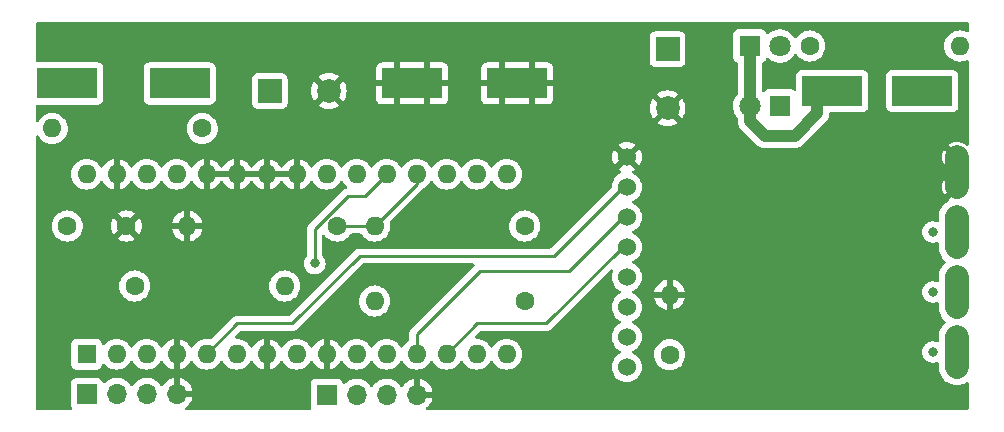
<source format=gtl>
%TF.GenerationSoftware,KiCad,Pcbnew,6.0.11+dfsg-1*%
%TF.CreationDate,2024-03-12T04:01:45-04:00*%
%TF.ProjectId,pypilot-motor,70797069-6c6f-4742-9d6d-6f746f722e6b,rev?*%
%TF.SameCoordinates,Original*%
%TF.FileFunction,Copper,L1,Top*%
%TF.FilePolarity,Positive*%
%FSLAX46Y46*%
G04 Gerber Fmt 4.6, Leading zero omitted, Abs format (unit mm)*
G04 Created by KiCad (PCBNEW 6.0.11+dfsg-1) date 2024-03-12 04:01:45*
%MOMM*%
%LPD*%
G01*
G04 APERTURE LIST*
%TA.AperFunction,ComponentPad*%
%ADD10R,1.600000X1.600000*%
%TD*%
%TA.AperFunction,ComponentPad*%
%ADD11O,1.600000X1.600000*%
%TD*%
%TA.AperFunction,ComponentPad*%
%ADD12C,1.524000*%
%TD*%
%TA.AperFunction,ComponentPad*%
%ADD13C,1.600000*%
%TD*%
%TA.AperFunction,ComponentPad*%
%ADD14R,2.000000X2.000000*%
%TD*%
%TA.AperFunction,ComponentPad*%
%ADD15C,2.000000*%
%TD*%
%TA.AperFunction,ComponentPad*%
%ADD16R,2.540000X2.540000*%
%TD*%
%TA.AperFunction,ComponentPad*%
%ADD17R,1.700000X1.700000*%
%TD*%
%TA.AperFunction,ComponentPad*%
%ADD18O,1.700000X1.700000*%
%TD*%
%TA.AperFunction,ComponentPad*%
%ADD19R,1.800000X1.800000*%
%TD*%
%TA.AperFunction,ComponentPad*%
%ADD20C,1.800000*%
%TD*%
%TA.AperFunction,ViaPad*%
%ADD21C,0.800000*%
%TD*%
%TA.AperFunction,Conductor*%
%ADD22C,2.000000*%
%TD*%
%TA.AperFunction,Conductor*%
%ADD23C,0.250000*%
%TD*%
%TA.AperFunction,Conductor*%
%ADD24C,1.000000*%
%TD*%
G04 APERTURE END LIST*
D10*
%TO.P,A3,1*%
%TO.N,Net-(A3-Pad1)*%
X108950000Y-123880000D03*
D11*
%TO.P,A3,2*%
%TO.N,Net-(A3-Pad2)*%
X111490000Y-123880000D03*
%TO.P,A3,3*%
%TO.N,Net-(A3-Pad3)*%
X114030000Y-123880000D03*
%TO.P,A3,4*%
%TO.N,GND*%
X116570000Y-123880000D03*
%TO.P,A3,5*%
%TO.N,DIR*%
X119110000Y-123880000D03*
%TO.P,A3,6*%
%TO.N,Net-(A3-Pad6)*%
X121650000Y-123880000D03*
%TO.P,A3,7*%
%TO.N,GND*%
X124190000Y-123880000D03*
%TO.P,A3,8*%
%TO.N,Net-(A3-Pad8)*%
X126730000Y-123880000D03*
%TO.P,A3,9*%
%TO.N,GND*%
X129270000Y-123880000D03*
%TO.P,A3,10*%
%TO.N,Net-(A3-Pad10)*%
X131810000Y-123880000D03*
%TO.P,A3,11*%
%TO.N,Net-(A3-Pad11)*%
X134350000Y-123880000D03*
%TO.P,A3,12*%
%TO.N,PWM*%
X136890000Y-123880000D03*
%TO.P,A3,13*%
%TO.N,~{SLP}*%
X139430000Y-123880000D03*
%TO.P,A3,14*%
%TO.N,Net-(A3-Pad14)*%
X141970000Y-123880000D03*
%TO.P,A3,15*%
%TO.N,Net-(A3-Pad15)*%
X144510000Y-123880000D03*
%TO.P,A3,16*%
%TO.N,Net-(A3-Pad16)*%
X144510000Y-108640000D03*
%TO.P,A3,17*%
%TO.N,Net-(A3-Pad17)*%
X141970000Y-108640000D03*
%TO.P,A3,18*%
%TO.N,Net-(A3-Pad18)*%
X139430000Y-108640000D03*
%TO.P,A3,19*%
%TO.N,Net-(A3-Pad19)*%
X136890000Y-108640000D03*
%TO.P,A3,20*%
%TO.N,Net-(A3-Pad20)*%
X134350000Y-108640000D03*
%TO.P,A3,21*%
%TO.N,Net-(A3-Pad21)*%
X131810000Y-108640000D03*
%TO.P,A3,22*%
%TO.N,Net-(A3-Pad27)*%
X129270000Y-108640000D03*
%TO.P,A3,23*%
%TO.N,GND*%
X126730000Y-108640000D03*
%TO.P,A3,24*%
X124190000Y-108640000D03*
%TO.P,A3,25*%
X121650000Y-108640000D03*
%TO.P,A3,26*%
X119110000Y-108640000D03*
%TO.P,A3,27*%
%TO.N,Net-(A3-Pad27)*%
X116570000Y-108640000D03*
%TO.P,A3,28*%
%TO.N,Net-(A3-Pad28)*%
X114030000Y-108640000D03*
%TO.P,A3,29*%
%TO.N,GND*%
X111490000Y-108640000D03*
%TO.P,A3,30*%
%TO.N,Net-(A3-Pad30)*%
X108950000Y-108640000D03*
%TD*%
D12*
%TO.P,A4,1*%
%TO.N,+12V*%
X182626000Y-124968000D03*
%TO.P,A4,2*%
X182626000Y-122428000D03*
%TO.P,A4,3*%
%TO.N,/MOTORA*%
X182626000Y-119888000D03*
%TO.P,A4,4*%
X182626000Y-117348000D03*
%TO.P,A4,5*%
%TO.N,/MOTORB*%
X182626000Y-114808000D03*
%TO.P,A4,6*%
X182626000Y-112268000D03*
%TO.P,A4,7*%
%TO.N,GND*%
X182626000Y-109728000D03*
%TO.P,A4,8*%
X182626000Y-107188000D03*
%TO.P,A4,9*%
X154686000Y-107188000D03*
%TO.P,A4,10*%
%TO.N,DIR*%
X154686000Y-109728000D03*
%TO.P,A4,11*%
%TO.N,PWM*%
X154686000Y-112268000D03*
%TO.P,A4,12*%
%TO.N,~{SLP}*%
X154686000Y-114808000D03*
%TO.P,A4,13*%
%TO.N,Net-(A4-Pad13)*%
X154686000Y-117348000D03*
%TO.P,A4,14*%
%TO.N,Net-(A4-Pad14)*%
X154686000Y-119888000D03*
%TO.P,A4,15*%
%TO.N,Net-(A4-Pad15)*%
X154686000Y-122428000D03*
%TO.P,A4,16*%
%TO.N,Net-(A4-Pad16)*%
X154686000Y-124968000D03*
%TD*%
D13*
%TO.P,C7,1*%
%TO.N,Net-(A3-Pad30)*%
X107315000Y-113030000D03*
%TO.P,C7,2*%
%TO.N,GND*%
X112315000Y-113030000D03*
%TD*%
D14*
%TO.P,C9,1*%
%TO.N,+12V*%
X158140400Y-98069400D03*
D15*
%TO.P,C9,2*%
%TO.N,GND*%
X158140400Y-103069400D03*
%TD*%
D16*
%TO.P,J4,1*%
%TO.N,+12V*%
X106045000Y-100965000D03*
X108585000Y-100965000D03*
%TD*%
%TO.P,J5,1*%
%TO.N,+12V*%
X115570000Y-100965000D03*
X118110000Y-100965000D03*
%TD*%
D17*
%TO.P,J7,1*%
%TO.N,Net-(A3-Pad1)*%
X108966000Y-127254000D03*
D18*
%TO.P,J7,2*%
%TO.N,Net-(A3-Pad2)*%
X111506000Y-127254000D03*
%TO.P,J7,3*%
%TO.N,Net-(J7-Pad3)*%
X114046000Y-127254000D03*
%TO.P,J7,4*%
%TO.N,GND*%
X116586000Y-127254000D03*
%TD*%
D16*
%TO.P,J8,1*%
%TO.N,/MOTORA*%
X173355000Y-101600000D03*
X170815000Y-101600000D03*
%TD*%
D17*
%TO.P,J9,1*%
%TO.N,Net-(J9-Pad1)*%
X129286000Y-127304800D03*
D18*
%TO.P,J9,2*%
%TO.N,Net-(A3-Pad10)*%
X131826000Y-127304800D03*
%TO.P,J9,3*%
%TO.N,Net-(A3-Pad11)*%
X134366000Y-127304800D03*
%TO.P,J9,4*%
%TO.N,GND*%
X136906000Y-127304800D03*
%TD*%
D16*
%TO.P,J11,1*%
%TO.N,/MOTORB*%
X180975000Y-101600000D03*
X178435000Y-101600000D03*
%TD*%
%TO.P,J12,1*%
%TO.N,GND*%
X137795000Y-100965000D03*
X135255000Y-100965000D03*
%TD*%
%TO.P,J13,1*%
%TO.N,GND*%
X146685000Y-100965000D03*
X144145000Y-100965000D03*
%TD*%
D13*
%TO.P,R3,1*%
%TO.N,+12V*%
X146050000Y-113030000D03*
D11*
%TO.P,R3,2*%
%TO.N,Net-(A3-Pad19)*%
X133350000Y-113030000D03*
%TD*%
D13*
%TO.P,R4,1*%
%TO.N,Net-(A3-Pad27)*%
X113030000Y-118110000D03*
D11*
%TO.P,R4,2*%
%TO.N,Net-(A3-Pad21)*%
X125730000Y-118110000D03*
%TD*%
D13*
%TO.P,R5,1*%
%TO.N,Net-(A3-Pad30)*%
X118745000Y-104775000D03*
D11*
%TO.P,R5,2*%
%TO.N,+12V*%
X106045000Y-104775000D03*
%TD*%
D13*
%TO.P,R6,1*%
%TO.N,Net-(A3-Pad19)*%
X130175000Y-113030000D03*
D11*
%TO.P,R6,2*%
%TO.N,GND*%
X117475000Y-113030000D03*
%TD*%
D13*
%TO.P,R9,1*%
%TO.N,Net-(A4-Pad14)*%
X146050000Y-119380000D03*
D11*
%TO.P,R9,2*%
%TO.N,Net-(A3-Pad20)*%
X133350000Y-119380000D03*
%TD*%
D13*
%TO.P,TH1,1*%
%TO.N,Net-(A3-Pad21)*%
X158318200Y-123926600D03*
D11*
%TO.P,TH1,2*%
%TO.N,GND*%
X158318200Y-118846600D03*
%TD*%
D14*
%TO.P,C8,1*%
%TO.N,Net-(A3-Pad30)*%
X124460000Y-101600000D03*
D15*
%TO.P,C8,2*%
%TO.N,GND*%
X129460000Y-101600000D03*
%TD*%
D19*
%TO.P,D2,1*%
%TO.N,Net-(D2-Pad1)*%
X167640000Y-102870000D03*
D20*
%TO.P,D2,2*%
%TO.N,/MOTORA*%
X165100000Y-102870000D03*
%TD*%
D13*
%TO.P,R10,1*%
%TO.N,Net-(D2-Pad1)*%
X170180000Y-97790000D03*
D11*
%TO.P,R10,2*%
%TO.N,/MOTORB*%
X182880000Y-97790000D03*
%TD*%
D19*
%TO.P,D3,1*%
%TO.N,/MOTORA*%
X165100000Y-97790000D03*
D20*
%TO.P,D3,2*%
%TO.N,Net-(D2-Pad1)*%
X167640000Y-97790000D03*
%TD*%
D21*
%TO.N,+12V*%
X180594000Y-123698000D03*
%TO.N,Net-(A3-Pad20)*%
X128270000Y-116205000D03*
%TO.N,/MOTORA*%
X180594000Y-118618000D03*
%TO.N,/MOTORB*%
X180594000Y-113538000D03*
%TD*%
D22*
%TO.N,GND*%
X182626000Y-107188000D02*
X182626000Y-109728000D01*
%TO.N,+12V*%
X182626000Y-122428000D02*
X182626000Y-124968000D01*
D23*
%TO.N,Net-(A3-Pad30)*%
X107735000Y-112610000D02*
X107315000Y-113030000D01*
%TO.N,~{SLP}*%
X139430000Y-123880000D02*
X142025000Y-121285000D01*
X147853400Y-121285000D02*
X147828000Y-121285000D01*
X142025000Y-121285000D02*
X147828000Y-121285000D01*
X154254200Y-114884200D02*
X147853400Y-121285000D01*
%TO.N,PWM*%
X142240000Y-116840000D02*
X149250400Y-116840000D01*
X154254200Y-112344200D02*
X149758400Y-116840000D01*
X149758400Y-116840000D02*
X149250400Y-116840000D01*
X136890000Y-123880000D02*
X136890000Y-122190000D01*
X136890000Y-122190000D02*
X142240000Y-116840000D01*
%TO.N,DIR*%
X126365000Y-121285000D02*
X132080000Y-115570000D01*
X154254200Y-109804200D02*
X148488400Y-115570000D01*
X119110000Y-123880000D02*
X121705000Y-121285000D01*
X121705000Y-121285000D02*
X126365000Y-121285000D01*
X148488400Y-115570000D02*
X148183600Y-115570000D01*
X132080000Y-115570000D02*
X148183600Y-115570000D01*
%TO.N,Net-(A3-Pad20)*%
X132500000Y-110490000D02*
X134350000Y-108640000D01*
X131049998Y-110490000D02*
X132500000Y-110490000D01*
X128270000Y-113269998D02*
X131049998Y-110490000D01*
X128270000Y-116205000D02*
X128270000Y-113269998D01*
X133350000Y-109640000D02*
X134350000Y-108640000D01*
%TO.N,Net-(A3-Pad19)*%
X136890000Y-109490000D02*
X136890000Y-108640000D01*
X130175000Y-113030000D02*
X133350000Y-113030000D01*
X133350000Y-113030000D02*
X136890000Y-109490000D01*
D24*
%TO.N,/MOTORA*%
X165100000Y-97790000D02*
X165100000Y-102870000D01*
X165100000Y-102870000D02*
X165100000Y-104142792D01*
X166367208Y-105410000D02*
X168910000Y-105410000D01*
X165100000Y-104142792D02*
X166367208Y-105410000D01*
D22*
X182626000Y-117348000D02*
X182626000Y-119888000D01*
D24*
X170815000Y-103505000D02*
X170815000Y-101600000D01*
X168910000Y-105410000D02*
X170815000Y-103505000D01*
D22*
%TO.N,/MOTORB*%
X182626000Y-112268000D02*
X182626000Y-114808000D01*
%TD*%
%TA.AperFunction,Conductor*%
%TO.N,GND*%
G36*
X183583621Y-95778502D02*
G01*
X183630114Y-95832158D01*
X183641500Y-95884500D01*
X183641500Y-96503543D01*
X183621498Y-96571664D01*
X183567842Y-96618157D01*
X183497568Y-96628261D01*
X183462250Y-96617738D01*
X183458547Y-96616011D01*
X183360795Y-96570429D01*
X183334225Y-96558039D01*
X183334224Y-96558039D01*
X183329243Y-96555716D01*
X183323935Y-96554294D01*
X183323933Y-96554293D01*
X183113402Y-96497881D01*
X183113400Y-96497881D01*
X183108087Y-96496457D01*
X182880000Y-96476502D01*
X182651913Y-96496457D01*
X182646600Y-96497881D01*
X182646598Y-96497881D01*
X182436067Y-96554293D01*
X182436065Y-96554294D01*
X182430757Y-96555716D01*
X182425776Y-96558039D01*
X182425775Y-96558039D01*
X182228238Y-96650151D01*
X182228233Y-96650154D01*
X182223251Y-96652477D01*
X182118389Y-96725902D01*
X182040211Y-96780643D01*
X182040208Y-96780645D01*
X182035700Y-96783802D01*
X181873802Y-96945700D01*
X181870645Y-96950208D01*
X181870643Y-96950211D01*
X181823269Y-97017869D01*
X181742477Y-97133251D01*
X181740154Y-97138233D01*
X181740151Y-97138238D01*
X181663784Y-97302010D01*
X181645716Y-97340757D01*
X181586457Y-97561913D01*
X181566502Y-97790000D01*
X181586457Y-98018087D01*
X181645716Y-98239243D01*
X181648039Y-98244224D01*
X181648039Y-98244225D01*
X181740151Y-98441762D01*
X181740154Y-98441767D01*
X181742477Y-98446749D01*
X181873802Y-98634300D01*
X182035700Y-98796198D01*
X182040208Y-98799355D01*
X182040211Y-98799357D01*
X182052148Y-98807715D01*
X182223251Y-98927523D01*
X182228233Y-98929846D01*
X182228238Y-98929849D01*
X182387238Y-99003991D01*
X182430757Y-99024284D01*
X182436065Y-99025706D01*
X182436067Y-99025707D01*
X182646598Y-99082119D01*
X182646600Y-99082119D01*
X182651913Y-99083543D01*
X182880000Y-99103498D01*
X183108087Y-99083543D01*
X183113400Y-99082119D01*
X183113402Y-99082119D01*
X183323933Y-99025707D01*
X183323935Y-99025706D01*
X183329243Y-99024284D01*
X183462251Y-98962262D01*
X183532442Y-98951601D01*
X183597255Y-98980581D01*
X183636111Y-99040001D01*
X183641500Y-99076457D01*
X183641500Y-106106633D01*
X183621498Y-106174754D01*
X183567842Y-106221247D01*
X183497568Y-106231351D01*
X183443230Y-106209846D01*
X183267940Y-106087107D01*
X183258439Y-106081621D01*
X183067007Y-105992355D01*
X183056715Y-105988609D01*
X182852691Y-105933941D01*
X182841896Y-105932038D01*
X182631475Y-105913628D01*
X182620525Y-105913628D01*
X182410104Y-105932038D01*
X182399309Y-105933941D01*
X182195285Y-105988609D01*
X182184993Y-105992355D01*
X181993559Y-106081623D01*
X181984068Y-106087103D01*
X181940235Y-106117794D01*
X181931860Y-106128271D01*
X181938928Y-106141718D01*
X182896115Y-107098905D01*
X182930141Y-107161217D01*
X182925076Y-107232032D01*
X182896115Y-107277095D01*
X181938207Y-108235003D01*
X181931777Y-108246777D01*
X181941074Y-108258793D01*
X181984069Y-108288898D01*
X181993555Y-108294376D01*
X182099557Y-108343805D01*
X182152842Y-108390722D01*
X182172303Y-108458999D01*
X182151761Y-108526959D01*
X182099557Y-108572195D01*
X181993559Y-108621623D01*
X181984068Y-108627103D01*
X181940235Y-108657794D01*
X181931860Y-108668271D01*
X181938928Y-108681718D01*
X182896115Y-109638905D01*
X182930141Y-109701217D01*
X182925076Y-109772032D01*
X182896115Y-109817095D01*
X181938207Y-110775003D01*
X181930593Y-110788947D01*
X181931915Y-110807438D01*
X181941572Y-110832126D01*
X181927584Y-110901731D01*
X181879143Y-110951782D01*
X181878464Y-110952099D01*
X181677693Y-111088544D01*
X181501319Y-111255332D01*
X181498241Y-111259358D01*
X181498240Y-111259359D01*
X181356953Y-111444154D01*
X181356950Y-111444158D01*
X181353880Y-111448174D01*
X181239169Y-111662109D01*
X181160138Y-111891631D01*
X181118821Y-112130836D01*
X181117500Y-112159925D01*
X181117500Y-112582577D01*
X181097498Y-112650698D01*
X181043842Y-112697191D01*
X180973568Y-112707295D01*
X180940251Y-112697684D01*
X180882319Y-112671891D01*
X180882318Y-112671891D01*
X180876288Y-112669206D01*
X180782888Y-112649353D01*
X180695944Y-112630872D01*
X180695939Y-112630872D01*
X180689487Y-112629500D01*
X180498513Y-112629500D01*
X180492061Y-112630872D01*
X180492056Y-112630872D01*
X180405112Y-112649353D01*
X180311712Y-112669206D01*
X180305682Y-112671891D01*
X180305681Y-112671891D01*
X180143278Y-112744197D01*
X180143276Y-112744198D01*
X180137248Y-112746882D01*
X180131907Y-112750762D01*
X180131906Y-112750763D01*
X180099462Y-112774335D01*
X179982747Y-112859134D01*
X179978326Y-112864044D01*
X179978325Y-112864045D01*
X179919884Y-112928951D01*
X179854960Y-113001056D01*
X179759473Y-113166444D01*
X179700458Y-113348072D01*
X179699768Y-113354633D01*
X179699768Y-113354635D01*
X179686166Y-113484053D01*
X179680496Y-113538000D01*
X179681186Y-113544565D01*
X179699334Y-113717229D01*
X179700458Y-113727928D01*
X179759473Y-113909556D01*
X179854960Y-114074944D01*
X179859378Y-114079851D01*
X179859379Y-114079852D01*
X179938318Y-114167523D01*
X179982747Y-114216866D01*
X180049971Y-114265707D01*
X180129575Y-114323543D01*
X180137248Y-114329118D01*
X180143276Y-114331802D01*
X180143278Y-114331803D01*
X180305681Y-114404109D01*
X180311712Y-114406794D01*
X180405112Y-114426647D01*
X180492056Y-114445128D01*
X180492061Y-114445128D01*
X180498513Y-114446500D01*
X180689487Y-114446500D01*
X180695939Y-114445128D01*
X180695944Y-114445128D01*
X180782888Y-114426647D01*
X180876288Y-114406794D01*
X180893819Y-114398989D01*
X180940251Y-114378316D01*
X181010618Y-114368882D01*
X181074915Y-114398989D01*
X181112729Y-114459077D01*
X181117500Y-114493423D01*
X181117500Y-114869001D01*
X181117702Y-114871509D01*
X181117702Y-114871514D01*
X181131496Y-115042953D01*
X181132060Y-115049965D01*
X181133266Y-115054873D01*
X181133266Y-115054876D01*
X181153832Y-115138605D01*
X181189963Y-115285706D01*
X181284812Y-115509156D01*
X181287510Y-115513440D01*
X181381790Y-115663153D01*
X181414167Y-115714567D01*
X181417512Y-115718361D01*
X181571350Y-115892858D01*
X181571353Y-115892861D01*
X181574698Y-115896655D01*
X181578606Y-115899865D01*
X181578607Y-115899866D01*
X181673430Y-115977754D01*
X181713373Y-116036449D01*
X181715243Y-116107421D01*
X181678554Y-116167959D01*
X181677693Y-116168544D01*
X181501319Y-116335332D01*
X181498241Y-116339358D01*
X181498240Y-116339359D01*
X181356953Y-116524154D01*
X181356950Y-116524158D01*
X181353880Y-116528174D01*
X181239169Y-116742109D01*
X181160138Y-116971631D01*
X181118821Y-117210836D01*
X181117500Y-117239925D01*
X181117500Y-117662577D01*
X181097498Y-117730698D01*
X181043842Y-117777191D01*
X180973568Y-117787295D01*
X180940251Y-117777684D01*
X180882319Y-117751891D01*
X180882318Y-117751891D01*
X180876288Y-117749206D01*
X180782887Y-117729353D01*
X180695944Y-117710872D01*
X180695939Y-117710872D01*
X180689487Y-117709500D01*
X180498513Y-117709500D01*
X180492061Y-117710872D01*
X180492056Y-117710872D01*
X180405113Y-117729353D01*
X180311712Y-117749206D01*
X180305682Y-117751891D01*
X180305681Y-117751891D01*
X180143278Y-117824197D01*
X180143276Y-117824198D01*
X180137248Y-117826882D01*
X179982747Y-117939134D01*
X179978326Y-117944044D01*
X179978325Y-117944045D01*
X179936781Y-117990185D01*
X179854960Y-118081056D01*
X179759473Y-118246444D01*
X179700458Y-118428072D01*
X179699768Y-118434633D01*
X179699768Y-118434635D01*
X179686148Y-118564225D01*
X179680496Y-118618000D01*
X179681186Y-118624565D01*
X179698224Y-118786669D01*
X179700458Y-118807928D01*
X179759473Y-118989556D01*
X179854960Y-119154944D01*
X179859378Y-119159851D01*
X179859379Y-119159852D01*
X179938318Y-119247523D01*
X179982747Y-119296866D01*
X180044815Y-119341961D01*
X180129575Y-119403543D01*
X180137248Y-119409118D01*
X180143276Y-119411802D01*
X180143278Y-119411803D01*
X180305681Y-119484109D01*
X180311712Y-119486794D01*
X180405113Y-119506647D01*
X180492056Y-119525128D01*
X180492061Y-119525128D01*
X180498513Y-119526500D01*
X180689487Y-119526500D01*
X180695939Y-119525128D01*
X180695944Y-119525128D01*
X180782887Y-119506647D01*
X180876288Y-119486794D01*
X180893819Y-119478989D01*
X180940251Y-119458316D01*
X181010618Y-119448882D01*
X181074915Y-119478989D01*
X181112729Y-119539077D01*
X181117500Y-119573423D01*
X181117500Y-119949001D01*
X181117702Y-119951509D01*
X181117702Y-119951514D01*
X181129970Y-120103984D01*
X181132060Y-120129965D01*
X181189963Y-120365706D01*
X181284812Y-120589156D01*
X181323720Y-120650941D01*
X181365944Y-120717990D01*
X181414167Y-120794567D01*
X181417512Y-120798361D01*
X181571350Y-120972858D01*
X181571353Y-120972861D01*
X181574698Y-120976655D01*
X181578606Y-120979865D01*
X181578607Y-120979866D01*
X181673430Y-121057754D01*
X181713373Y-121116449D01*
X181715243Y-121187421D01*
X181678554Y-121247959D01*
X181677693Y-121248544D01*
X181501319Y-121415332D01*
X181498241Y-121419358D01*
X181498240Y-121419359D01*
X181356953Y-121604154D01*
X181356950Y-121604158D01*
X181353880Y-121608174D01*
X181239169Y-121822109D01*
X181160138Y-122051631D01*
X181118821Y-122290836D01*
X181117500Y-122319925D01*
X181117500Y-122742577D01*
X181097498Y-122810698D01*
X181043842Y-122857191D01*
X180973568Y-122867295D01*
X180940251Y-122857684D01*
X180882319Y-122831891D01*
X180882318Y-122831891D01*
X180876288Y-122829206D01*
X180782888Y-122809353D01*
X180695944Y-122790872D01*
X180695939Y-122790872D01*
X180689487Y-122789500D01*
X180498513Y-122789500D01*
X180492061Y-122790872D01*
X180492056Y-122790872D01*
X180405112Y-122809353D01*
X180311712Y-122829206D01*
X180305682Y-122831891D01*
X180305681Y-122831891D01*
X180143278Y-122904197D01*
X180143276Y-122904198D01*
X180137248Y-122906882D01*
X180131907Y-122910762D01*
X180131906Y-122910763D01*
X180081843Y-122947136D01*
X179982747Y-123019134D01*
X179978326Y-123024044D01*
X179978325Y-123024045D01*
X179936781Y-123070185D01*
X179854960Y-123161056D01*
X179759473Y-123326444D01*
X179700458Y-123508072D01*
X179699768Y-123514633D01*
X179699768Y-123514635D01*
X179685340Y-123651913D01*
X179680496Y-123698000D01*
X179681186Y-123704565D01*
X179698224Y-123866669D01*
X179700458Y-123887928D01*
X179759473Y-124069556D01*
X179762776Y-124075278D01*
X179762777Y-124075279D01*
X179796686Y-124134010D01*
X179854960Y-124234944D01*
X179859378Y-124239851D01*
X179859379Y-124239852D01*
X179945331Y-124335311D01*
X179982747Y-124376866D01*
X180137248Y-124489118D01*
X180143276Y-124491802D01*
X180143278Y-124491803D01*
X180305681Y-124564109D01*
X180311712Y-124566794D01*
X180389597Y-124583349D01*
X180492056Y-124605128D01*
X180492061Y-124605128D01*
X180498513Y-124606500D01*
X180689487Y-124606500D01*
X180695939Y-124605128D01*
X180695944Y-124605128D01*
X180798403Y-124583349D01*
X180876288Y-124566794D01*
X180893819Y-124558989D01*
X180940251Y-124538316D01*
X181010618Y-124528882D01*
X181074915Y-124558989D01*
X181112729Y-124619077D01*
X181117500Y-124653423D01*
X181117500Y-125029001D01*
X181117702Y-125031509D01*
X181117702Y-125031514D01*
X181130697Y-125193019D01*
X181132060Y-125209965D01*
X181133266Y-125214873D01*
X181133266Y-125214876D01*
X181139461Y-125240098D01*
X181189963Y-125445706D01*
X181284812Y-125669156D01*
X181287510Y-125673440D01*
X181359515Y-125787781D01*
X181414167Y-125874567D01*
X181437825Y-125901402D01*
X181571350Y-126052858D01*
X181571353Y-126052861D01*
X181574698Y-126056655D01*
X181578606Y-126059865D01*
X181578607Y-126059866D01*
X181750317Y-126200909D01*
X181762278Y-126210734D01*
X181810411Y-126238748D01*
X181948407Y-126319064D01*
X181972078Y-126332841D01*
X181976801Y-126334654D01*
X182193978Y-126418020D01*
X182193982Y-126418021D01*
X182198702Y-126419833D01*
X182203652Y-126420867D01*
X182203655Y-126420868D01*
X182431369Y-126468440D01*
X182431373Y-126468440D01*
X182436320Y-126469474D01*
X182678817Y-126480486D01*
X182683837Y-126479905D01*
X182683841Y-126479905D01*
X182914929Y-126453167D01*
X182914933Y-126453166D01*
X182919956Y-126452585D01*
X182924820Y-126451209D01*
X182924823Y-126451208D01*
X183104364Y-126400403D01*
X183153532Y-126386490D01*
X183158108Y-126384356D01*
X183158114Y-126384354D01*
X183368954Y-126286038D01*
X183368958Y-126286036D01*
X183373536Y-126283901D01*
X183444678Y-126235553D01*
X183512261Y-126213807D01*
X183580873Y-126232051D01*
X183628730Y-126284494D01*
X183641500Y-126339765D01*
X183641500Y-128473700D01*
X183621498Y-128541821D01*
X183567842Y-128588314D01*
X183515500Y-128599700D01*
X137822911Y-128599700D01*
X137754790Y-128579698D01*
X137708297Y-128526042D01*
X137698193Y-128455768D01*
X137727687Y-128391188D01*
X137749742Y-128371122D01*
X137781325Y-128348594D01*
X137789200Y-128341939D01*
X137940052Y-128191612D01*
X137946730Y-128183765D01*
X138071003Y-128010820D01*
X138076313Y-128001983D01*
X138170670Y-127811067D01*
X138174469Y-127801472D01*
X138236377Y-127597710D01*
X138238555Y-127587637D01*
X138239986Y-127576762D01*
X138237775Y-127562578D01*
X138224617Y-127558800D01*
X136778000Y-127558800D01*
X136709879Y-127538798D01*
X136663386Y-127485142D01*
X136652000Y-127432800D01*
X136652000Y-127032685D01*
X137160000Y-127032685D01*
X137164475Y-127047924D01*
X137165865Y-127049129D01*
X137173548Y-127050800D01*
X138224344Y-127050800D01*
X138237875Y-127046827D01*
X138239180Y-127037747D01*
X138197214Y-126870675D01*
X138193894Y-126860924D01*
X138108972Y-126665614D01*
X138104105Y-126656539D01*
X137988426Y-126477726D01*
X137982136Y-126469557D01*
X137838806Y-126312040D01*
X137831273Y-126305015D01*
X137664139Y-126173022D01*
X137655552Y-126167317D01*
X137469117Y-126064399D01*
X137459705Y-126060169D01*
X137258959Y-125989080D01*
X137248988Y-125986446D01*
X137177837Y-125973772D01*
X137164540Y-125975232D01*
X137160000Y-125989789D01*
X137160000Y-127032685D01*
X136652000Y-127032685D01*
X136652000Y-125987902D01*
X136648082Y-125974558D01*
X136633806Y-125972571D01*
X136595324Y-125978460D01*
X136585288Y-125980851D01*
X136382868Y-126047012D01*
X136373359Y-126051009D01*
X136184463Y-126149342D01*
X136175738Y-126154836D01*
X136005433Y-126282705D01*
X135997726Y-126289548D01*
X135850590Y-126443517D01*
X135844109Y-126451522D01*
X135739498Y-126604874D01*
X135684587Y-126649876D01*
X135614062Y-126658047D01*
X135550315Y-126626793D01*
X135529618Y-126602309D01*
X135448822Y-126477417D01*
X135448820Y-126477414D01*
X135446014Y-126473077D01*
X135295670Y-126307851D01*
X135291619Y-126304652D01*
X135291615Y-126304648D01*
X135124414Y-126172600D01*
X135124410Y-126172598D01*
X135120359Y-126169398D01*
X135113666Y-126165703D01*
X135034135Y-126121800D01*
X134924789Y-126061438D01*
X134919920Y-126059714D01*
X134919916Y-126059712D01*
X134719087Y-125988595D01*
X134719083Y-125988594D01*
X134714212Y-125986869D01*
X134709119Y-125985962D01*
X134709116Y-125985961D01*
X134499373Y-125948600D01*
X134499367Y-125948599D01*
X134494284Y-125947694D01*
X134420452Y-125946792D01*
X134276081Y-125945028D01*
X134276079Y-125945028D01*
X134270911Y-125944965D01*
X134050091Y-125978755D01*
X133837756Y-126048157D01*
X133769066Y-126083915D01*
X133647005Y-126147456D01*
X133639607Y-126151307D01*
X133635474Y-126154410D01*
X133635471Y-126154412D01*
X133466793Y-126281059D01*
X133460965Y-126285435D01*
X133457393Y-126289173D01*
X133330196Y-126422277D01*
X133306629Y-126446938D01*
X133199201Y-126604421D01*
X133144293Y-126649421D01*
X133073768Y-126657592D01*
X133010021Y-126626338D01*
X132989324Y-126601854D01*
X132908822Y-126477417D01*
X132908820Y-126477414D01*
X132906014Y-126473077D01*
X132755670Y-126307851D01*
X132751619Y-126304652D01*
X132751615Y-126304648D01*
X132584414Y-126172600D01*
X132584410Y-126172598D01*
X132580359Y-126169398D01*
X132573666Y-126165703D01*
X132494135Y-126121800D01*
X132384789Y-126061438D01*
X132379920Y-126059714D01*
X132379916Y-126059712D01*
X132179087Y-125988595D01*
X132179083Y-125988594D01*
X132174212Y-125986869D01*
X132169119Y-125985962D01*
X132169116Y-125985961D01*
X131959373Y-125948600D01*
X131959367Y-125948599D01*
X131954284Y-125947694D01*
X131880452Y-125946792D01*
X131736081Y-125945028D01*
X131736079Y-125945028D01*
X131730911Y-125944965D01*
X131510091Y-125978755D01*
X131297756Y-126048157D01*
X131229066Y-126083915D01*
X131107005Y-126147456D01*
X131099607Y-126151307D01*
X131095474Y-126154410D01*
X131095471Y-126154412D01*
X130926793Y-126281059D01*
X130920965Y-126285435D01*
X130864537Y-126344484D01*
X130840283Y-126369864D01*
X130778759Y-126405294D01*
X130707846Y-126401837D01*
X130650060Y-126360591D01*
X130631207Y-126327043D01*
X130589767Y-126216503D01*
X130586615Y-126208095D01*
X130499261Y-126091539D01*
X130382705Y-126004185D01*
X130246316Y-125953055D01*
X130184134Y-125946300D01*
X128387866Y-125946300D01*
X128325684Y-125953055D01*
X128189295Y-126004185D01*
X128072739Y-126091539D01*
X127985385Y-126208095D01*
X127934255Y-126344484D01*
X127927500Y-126406666D01*
X127927500Y-128202934D01*
X127934255Y-128265116D01*
X127940600Y-128282041D01*
X127973995Y-128371121D01*
X127985385Y-128401505D01*
X127990767Y-128408687D01*
X127993233Y-128413190D01*
X128008403Y-128482547D01*
X127983667Y-128549095D01*
X127926880Y-128591706D01*
X127882714Y-128599700D01*
X117431691Y-128599700D01*
X117363570Y-128579698D01*
X117317077Y-128526042D01*
X117306973Y-128455768D01*
X117336467Y-128391188D01*
X117358523Y-128371121D01*
X117461328Y-128297792D01*
X117469200Y-128291139D01*
X117620052Y-128140812D01*
X117626730Y-128132965D01*
X117751003Y-127960020D01*
X117756313Y-127951183D01*
X117850670Y-127760267D01*
X117854469Y-127750672D01*
X117916377Y-127546910D01*
X117918555Y-127536837D01*
X117919986Y-127525962D01*
X117917775Y-127511778D01*
X117904617Y-127508000D01*
X116458000Y-127508000D01*
X116389879Y-127487998D01*
X116343386Y-127434342D01*
X116332000Y-127382000D01*
X116332000Y-126981885D01*
X116840000Y-126981885D01*
X116844475Y-126997124D01*
X116845865Y-126998329D01*
X116853548Y-127000000D01*
X117904344Y-127000000D01*
X117917875Y-126996027D01*
X117919180Y-126986947D01*
X117877214Y-126819875D01*
X117873894Y-126810124D01*
X117788972Y-126614814D01*
X117784105Y-126605739D01*
X117668426Y-126426926D01*
X117662136Y-126418757D01*
X117518806Y-126261240D01*
X117511273Y-126254215D01*
X117344139Y-126122222D01*
X117335552Y-126116517D01*
X117149117Y-126013599D01*
X117139705Y-126009369D01*
X116938959Y-125938280D01*
X116928988Y-125935646D01*
X116857837Y-125922972D01*
X116844540Y-125924432D01*
X116840000Y-125938989D01*
X116840000Y-126981885D01*
X116332000Y-126981885D01*
X116332000Y-125937102D01*
X116328082Y-125923758D01*
X116313806Y-125921771D01*
X116275324Y-125927660D01*
X116265288Y-125930051D01*
X116062868Y-125996212D01*
X116053359Y-126000209D01*
X115864463Y-126098542D01*
X115855738Y-126104036D01*
X115685433Y-126231905D01*
X115677726Y-126238748D01*
X115530590Y-126392717D01*
X115524109Y-126400722D01*
X115419498Y-126554074D01*
X115364587Y-126599076D01*
X115294062Y-126607247D01*
X115230315Y-126575993D01*
X115209618Y-126551509D01*
X115128822Y-126426617D01*
X115128820Y-126426614D01*
X115126014Y-126422277D01*
X114975670Y-126257051D01*
X114971619Y-126253852D01*
X114971615Y-126253848D01*
X114804414Y-126121800D01*
X114804410Y-126121798D01*
X114800359Y-126118598D01*
X114764028Y-126098542D01*
X114721044Y-126074814D01*
X114604789Y-126010638D01*
X114599920Y-126008914D01*
X114599916Y-126008912D01*
X114399087Y-125937795D01*
X114399083Y-125937794D01*
X114394212Y-125936069D01*
X114389119Y-125935162D01*
X114389116Y-125935161D01*
X114179373Y-125897800D01*
X114179367Y-125897799D01*
X114174284Y-125896894D01*
X114100452Y-125895992D01*
X113956081Y-125894228D01*
X113956079Y-125894228D01*
X113950911Y-125894165D01*
X113730091Y-125927955D01*
X113517756Y-125997357D01*
X113444757Y-126035358D01*
X113397678Y-126059866D01*
X113319607Y-126100507D01*
X113315474Y-126103610D01*
X113315471Y-126103612D01*
X113145100Y-126231530D01*
X113140965Y-126234635D01*
X113137393Y-126238373D01*
X113020599Y-126360591D01*
X112986629Y-126396138D01*
X112879201Y-126553621D01*
X112824293Y-126598621D01*
X112753768Y-126606792D01*
X112690021Y-126575538D01*
X112669324Y-126551054D01*
X112588822Y-126426617D01*
X112588820Y-126426614D01*
X112586014Y-126422277D01*
X112435670Y-126257051D01*
X112431619Y-126253852D01*
X112431615Y-126253848D01*
X112264414Y-126121800D01*
X112264410Y-126121798D01*
X112260359Y-126118598D01*
X112224028Y-126098542D01*
X112181044Y-126074814D01*
X112064789Y-126010638D01*
X112059920Y-126008914D01*
X112059916Y-126008912D01*
X111859087Y-125937795D01*
X111859083Y-125937794D01*
X111854212Y-125936069D01*
X111849119Y-125935162D01*
X111849116Y-125935161D01*
X111639373Y-125897800D01*
X111639367Y-125897799D01*
X111634284Y-125896894D01*
X111560452Y-125895992D01*
X111416081Y-125894228D01*
X111416079Y-125894228D01*
X111410911Y-125894165D01*
X111190091Y-125927955D01*
X110977756Y-125997357D01*
X110904757Y-126035358D01*
X110857678Y-126059866D01*
X110779607Y-126100507D01*
X110775474Y-126103610D01*
X110775471Y-126103612D01*
X110605100Y-126231530D01*
X110600965Y-126234635D01*
X110533709Y-126305015D01*
X110520283Y-126319064D01*
X110458759Y-126354494D01*
X110387846Y-126351037D01*
X110330060Y-126309791D01*
X110311207Y-126276243D01*
X110269767Y-126165703D01*
X110266615Y-126157295D01*
X110179261Y-126040739D01*
X110062705Y-125953385D01*
X109926316Y-125902255D01*
X109864134Y-125895500D01*
X108067866Y-125895500D01*
X108005684Y-125902255D01*
X107869295Y-125953385D01*
X107752739Y-126040739D01*
X107665385Y-126157295D01*
X107614255Y-126293684D01*
X107607500Y-126355866D01*
X107607500Y-128152134D01*
X107614255Y-128214316D01*
X107665385Y-128350705D01*
X107697161Y-128393103D01*
X107700932Y-128398135D01*
X107725780Y-128464641D01*
X107710727Y-128534024D01*
X107660553Y-128584254D01*
X107600106Y-128599700D01*
X104774500Y-128599700D01*
X104706379Y-128579698D01*
X104659886Y-128526042D01*
X104648500Y-128473700D01*
X104648500Y-124728134D01*
X107641500Y-124728134D01*
X107648255Y-124790316D01*
X107699385Y-124926705D01*
X107786739Y-125043261D01*
X107903295Y-125130615D01*
X108039684Y-125181745D01*
X108101866Y-125188500D01*
X109798134Y-125188500D01*
X109860316Y-125181745D01*
X109996705Y-125130615D01*
X110113261Y-125043261D01*
X110200615Y-124926705D01*
X110251745Y-124790316D01*
X110252917Y-124779526D01*
X110253803Y-124777394D01*
X110254425Y-124774778D01*
X110254848Y-124774879D01*
X110280155Y-124713965D01*
X110338517Y-124673537D01*
X110409471Y-124671078D01*
X110470490Y-124707371D01*
X110477489Y-124716031D01*
X110480643Y-124719789D01*
X110483802Y-124724300D01*
X110645700Y-124886198D01*
X110650208Y-124889355D01*
X110650211Y-124889357D01*
X110713812Y-124933891D01*
X110833251Y-125017523D01*
X110838233Y-125019846D01*
X110838238Y-125019849D01*
X111034765Y-125111490D01*
X111040757Y-125114284D01*
X111046065Y-125115706D01*
X111046067Y-125115707D01*
X111256598Y-125172119D01*
X111256600Y-125172119D01*
X111261913Y-125173543D01*
X111490000Y-125193498D01*
X111718087Y-125173543D01*
X111723400Y-125172119D01*
X111723402Y-125172119D01*
X111933933Y-125115707D01*
X111933935Y-125115706D01*
X111939243Y-125114284D01*
X111945235Y-125111490D01*
X112141762Y-125019849D01*
X112141767Y-125019846D01*
X112146749Y-125017523D01*
X112266188Y-124933891D01*
X112329789Y-124889357D01*
X112329792Y-124889355D01*
X112334300Y-124886198D01*
X112496198Y-124724300D01*
X112627523Y-124536749D01*
X112629846Y-124531767D01*
X112629849Y-124531762D01*
X112645805Y-124497543D01*
X112692722Y-124444258D01*
X112760999Y-124424797D01*
X112828959Y-124445339D01*
X112874195Y-124497543D01*
X112890151Y-124531762D01*
X112890154Y-124531767D01*
X112892477Y-124536749D01*
X113023802Y-124724300D01*
X113185700Y-124886198D01*
X113190208Y-124889355D01*
X113190211Y-124889357D01*
X113253812Y-124933891D01*
X113373251Y-125017523D01*
X113378233Y-125019846D01*
X113378238Y-125019849D01*
X113574765Y-125111490D01*
X113580757Y-125114284D01*
X113586065Y-125115706D01*
X113586067Y-125115707D01*
X113796598Y-125172119D01*
X113796600Y-125172119D01*
X113801913Y-125173543D01*
X114030000Y-125193498D01*
X114258087Y-125173543D01*
X114263400Y-125172119D01*
X114263402Y-125172119D01*
X114473933Y-125115707D01*
X114473935Y-125115706D01*
X114479243Y-125114284D01*
X114485235Y-125111490D01*
X114681762Y-125019849D01*
X114681767Y-125019846D01*
X114686749Y-125017523D01*
X114806188Y-124933891D01*
X114869789Y-124889357D01*
X114869792Y-124889355D01*
X114874300Y-124886198D01*
X115036198Y-124724300D01*
X115167523Y-124536749D01*
X115169846Y-124531767D01*
X115169849Y-124531762D01*
X115186081Y-124496951D01*
X115232998Y-124443666D01*
X115301275Y-124424205D01*
X115369235Y-124444747D01*
X115414471Y-124496951D01*
X115430586Y-124531511D01*
X115436069Y-124541007D01*
X115561028Y-124719467D01*
X115568084Y-124727875D01*
X115722125Y-124881916D01*
X115730533Y-124888972D01*
X115908993Y-125013931D01*
X115918489Y-125019414D01*
X116115947Y-125111490D01*
X116126239Y-125115236D01*
X116298503Y-125161394D01*
X116312599Y-125161058D01*
X116316000Y-125153116D01*
X116316000Y-125147967D01*
X116824000Y-125147967D01*
X116827973Y-125161498D01*
X116836522Y-125162727D01*
X117013761Y-125115236D01*
X117024053Y-125111490D01*
X117221511Y-125019414D01*
X117231007Y-125013931D01*
X117409467Y-124888972D01*
X117417875Y-124881916D01*
X117571916Y-124727875D01*
X117578972Y-124719467D01*
X117703931Y-124541007D01*
X117709414Y-124531511D01*
X117725529Y-124496951D01*
X117772446Y-124443666D01*
X117840723Y-124424205D01*
X117908683Y-124444747D01*
X117953919Y-124496951D01*
X117970151Y-124531762D01*
X117970154Y-124531767D01*
X117972477Y-124536749D01*
X118103802Y-124724300D01*
X118265700Y-124886198D01*
X118270208Y-124889355D01*
X118270211Y-124889357D01*
X118333812Y-124933891D01*
X118453251Y-125017523D01*
X118458233Y-125019846D01*
X118458238Y-125019849D01*
X118654765Y-125111490D01*
X118660757Y-125114284D01*
X118666065Y-125115706D01*
X118666067Y-125115707D01*
X118876598Y-125172119D01*
X118876600Y-125172119D01*
X118881913Y-125173543D01*
X119110000Y-125193498D01*
X119338087Y-125173543D01*
X119343400Y-125172119D01*
X119343402Y-125172119D01*
X119553933Y-125115707D01*
X119553935Y-125115706D01*
X119559243Y-125114284D01*
X119565235Y-125111490D01*
X119761762Y-125019849D01*
X119761767Y-125019846D01*
X119766749Y-125017523D01*
X119886188Y-124933891D01*
X119949789Y-124889357D01*
X119949792Y-124889355D01*
X119954300Y-124886198D01*
X120116198Y-124724300D01*
X120247523Y-124536749D01*
X120249846Y-124531767D01*
X120249849Y-124531762D01*
X120265805Y-124497543D01*
X120312722Y-124444258D01*
X120380999Y-124424797D01*
X120448959Y-124445339D01*
X120494195Y-124497543D01*
X120510151Y-124531762D01*
X120510154Y-124531767D01*
X120512477Y-124536749D01*
X120643802Y-124724300D01*
X120805700Y-124886198D01*
X120810208Y-124889355D01*
X120810211Y-124889357D01*
X120873812Y-124933891D01*
X120993251Y-125017523D01*
X120998233Y-125019846D01*
X120998238Y-125019849D01*
X121194765Y-125111490D01*
X121200757Y-125114284D01*
X121206065Y-125115706D01*
X121206067Y-125115707D01*
X121416598Y-125172119D01*
X121416600Y-125172119D01*
X121421913Y-125173543D01*
X121650000Y-125193498D01*
X121878087Y-125173543D01*
X121883400Y-125172119D01*
X121883402Y-125172119D01*
X122093933Y-125115707D01*
X122093935Y-125115706D01*
X122099243Y-125114284D01*
X122105235Y-125111490D01*
X122301762Y-125019849D01*
X122301767Y-125019846D01*
X122306749Y-125017523D01*
X122426188Y-124933891D01*
X122489789Y-124889357D01*
X122489792Y-124889355D01*
X122494300Y-124886198D01*
X122656198Y-124724300D01*
X122787523Y-124536749D01*
X122789846Y-124531767D01*
X122789849Y-124531762D01*
X122806081Y-124496951D01*
X122852998Y-124443666D01*
X122921275Y-124424205D01*
X122989235Y-124444747D01*
X123034471Y-124496951D01*
X123050586Y-124531511D01*
X123056069Y-124541007D01*
X123181028Y-124719467D01*
X123188084Y-124727875D01*
X123342125Y-124881916D01*
X123350533Y-124888972D01*
X123528993Y-125013931D01*
X123538489Y-125019414D01*
X123735947Y-125111490D01*
X123746239Y-125115236D01*
X123918503Y-125161394D01*
X123932599Y-125161058D01*
X123936000Y-125153116D01*
X123936000Y-125147967D01*
X124444000Y-125147967D01*
X124447973Y-125161498D01*
X124456522Y-125162727D01*
X124633761Y-125115236D01*
X124644053Y-125111490D01*
X124841511Y-125019414D01*
X124851007Y-125013931D01*
X125029467Y-124888972D01*
X125037875Y-124881916D01*
X125191916Y-124727875D01*
X125198972Y-124719467D01*
X125323931Y-124541007D01*
X125329414Y-124531511D01*
X125345529Y-124496951D01*
X125392446Y-124443666D01*
X125460723Y-124424205D01*
X125528683Y-124444747D01*
X125573919Y-124496951D01*
X125590151Y-124531762D01*
X125590154Y-124531767D01*
X125592477Y-124536749D01*
X125723802Y-124724300D01*
X125885700Y-124886198D01*
X125890208Y-124889355D01*
X125890211Y-124889357D01*
X125953812Y-124933891D01*
X126073251Y-125017523D01*
X126078233Y-125019846D01*
X126078238Y-125019849D01*
X126274765Y-125111490D01*
X126280757Y-125114284D01*
X126286065Y-125115706D01*
X126286067Y-125115707D01*
X126496598Y-125172119D01*
X126496600Y-125172119D01*
X126501913Y-125173543D01*
X126730000Y-125193498D01*
X126958087Y-125173543D01*
X126963400Y-125172119D01*
X126963402Y-125172119D01*
X127173933Y-125115707D01*
X127173935Y-125115706D01*
X127179243Y-125114284D01*
X127185235Y-125111490D01*
X127381762Y-125019849D01*
X127381767Y-125019846D01*
X127386749Y-125017523D01*
X127506188Y-124933891D01*
X127569789Y-124889357D01*
X127569792Y-124889355D01*
X127574300Y-124886198D01*
X127736198Y-124724300D01*
X127867523Y-124536749D01*
X127869846Y-124531767D01*
X127869849Y-124531762D01*
X127886081Y-124496951D01*
X127932998Y-124443666D01*
X128001275Y-124424205D01*
X128069235Y-124444747D01*
X128114471Y-124496951D01*
X128130586Y-124531511D01*
X128136069Y-124541007D01*
X128261028Y-124719467D01*
X128268084Y-124727875D01*
X128422125Y-124881916D01*
X128430533Y-124888972D01*
X128608993Y-125013931D01*
X128618489Y-125019414D01*
X128815947Y-125111490D01*
X128826239Y-125115236D01*
X128998503Y-125161394D01*
X129012599Y-125161058D01*
X129016000Y-125153116D01*
X129016000Y-122612033D01*
X129012027Y-122598502D01*
X129003478Y-122597273D01*
X128826239Y-122644764D01*
X128815947Y-122648510D01*
X128618489Y-122740586D01*
X128608993Y-122746069D01*
X128430533Y-122871028D01*
X128422125Y-122878084D01*
X128268084Y-123032125D01*
X128261028Y-123040533D01*
X128136069Y-123218993D01*
X128130586Y-123228489D01*
X128114471Y-123263049D01*
X128067554Y-123316334D01*
X127999277Y-123335795D01*
X127931317Y-123315253D01*
X127886081Y-123263049D01*
X127869849Y-123228238D01*
X127869846Y-123228233D01*
X127867523Y-123223251D01*
X127774763Y-123090776D01*
X127739357Y-123040211D01*
X127739355Y-123040208D01*
X127736198Y-123035700D01*
X127574300Y-122873802D01*
X127569792Y-122870645D01*
X127569789Y-122870643D01*
X127455864Y-122790872D01*
X127386749Y-122742477D01*
X127381767Y-122740154D01*
X127381762Y-122740151D01*
X127184225Y-122648039D01*
X127184224Y-122648039D01*
X127179243Y-122645716D01*
X127173935Y-122644294D01*
X127173933Y-122644293D01*
X126963402Y-122587881D01*
X126963400Y-122587881D01*
X126958087Y-122586457D01*
X126730000Y-122566502D01*
X126501913Y-122586457D01*
X126496600Y-122587881D01*
X126496598Y-122587881D01*
X126286067Y-122644293D01*
X126286065Y-122644294D01*
X126280757Y-122645716D01*
X126275776Y-122648039D01*
X126275775Y-122648039D01*
X126078238Y-122740151D01*
X126078233Y-122740154D01*
X126073251Y-122742477D01*
X126004136Y-122790872D01*
X125890211Y-122870643D01*
X125890208Y-122870645D01*
X125885700Y-122873802D01*
X125723802Y-123035700D01*
X125720645Y-123040208D01*
X125720643Y-123040211D01*
X125685237Y-123090776D01*
X125592477Y-123223251D01*
X125590154Y-123228233D01*
X125590151Y-123228238D01*
X125573919Y-123263049D01*
X125527002Y-123316334D01*
X125458725Y-123335795D01*
X125390765Y-123315253D01*
X125345529Y-123263049D01*
X125329414Y-123228489D01*
X125323931Y-123218993D01*
X125198972Y-123040533D01*
X125191916Y-123032125D01*
X125037875Y-122878084D01*
X125029467Y-122871028D01*
X124851007Y-122746069D01*
X124841511Y-122740586D01*
X124644053Y-122648510D01*
X124633761Y-122644764D01*
X124461497Y-122598606D01*
X124447401Y-122598942D01*
X124444000Y-122606884D01*
X124444000Y-125147967D01*
X123936000Y-125147967D01*
X123936000Y-122612033D01*
X123932027Y-122598502D01*
X123923478Y-122597273D01*
X123746239Y-122644764D01*
X123735947Y-122648510D01*
X123538489Y-122740586D01*
X123528993Y-122746069D01*
X123350533Y-122871028D01*
X123342125Y-122878084D01*
X123188084Y-123032125D01*
X123181028Y-123040533D01*
X123056069Y-123218993D01*
X123050586Y-123228489D01*
X123034471Y-123263049D01*
X122987554Y-123316334D01*
X122919277Y-123335795D01*
X122851317Y-123315253D01*
X122806081Y-123263049D01*
X122789849Y-123228238D01*
X122789846Y-123228233D01*
X122787523Y-123223251D01*
X122694763Y-123090776D01*
X122659357Y-123040211D01*
X122659355Y-123040208D01*
X122656198Y-123035700D01*
X122494300Y-122873802D01*
X122489792Y-122870645D01*
X122489789Y-122870643D01*
X122375864Y-122790872D01*
X122306749Y-122742477D01*
X122301767Y-122740154D01*
X122301762Y-122740151D01*
X122104225Y-122648039D01*
X122104224Y-122648039D01*
X122099243Y-122645716D01*
X122093935Y-122644294D01*
X122093933Y-122644293D01*
X121883402Y-122587881D01*
X121883400Y-122587881D01*
X121878087Y-122586457D01*
X121650000Y-122566502D01*
X121644525Y-122566981D01*
X121644514Y-122566981D01*
X121632570Y-122568026D01*
X121562965Y-122554038D01*
X121511973Y-122504639D01*
X121495782Y-122435513D01*
X121519534Y-122368607D01*
X121532493Y-122353411D01*
X121930499Y-121955405D01*
X121992811Y-121921379D01*
X122019594Y-121918500D01*
X126286233Y-121918500D01*
X126297416Y-121919027D01*
X126304909Y-121920702D01*
X126312835Y-121920453D01*
X126312836Y-121920453D01*
X126372986Y-121918562D01*
X126376945Y-121918500D01*
X126404856Y-121918500D01*
X126408791Y-121918003D01*
X126408856Y-121917995D01*
X126420693Y-121917062D01*
X126452951Y-121916048D01*
X126456970Y-121915922D01*
X126464889Y-121915673D01*
X126484343Y-121910021D01*
X126503700Y-121906013D01*
X126515930Y-121904468D01*
X126515931Y-121904468D01*
X126523797Y-121903474D01*
X126531168Y-121900555D01*
X126531170Y-121900555D01*
X126564912Y-121887196D01*
X126576142Y-121883351D01*
X126610983Y-121873229D01*
X126610984Y-121873229D01*
X126618593Y-121871018D01*
X126625412Y-121866985D01*
X126625417Y-121866983D01*
X126636028Y-121860707D01*
X126653776Y-121852012D01*
X126672617Y-121844552D01*
X126708387Y-121818564D01*
X126718307Y-121812048D01*
X126749535Y-121793580D01*
X126749538Y-121793578D01*
X126756362Y-121789542D01*
X126770683Y-121775221D01*
X126785717Y-121762380D01*
X126795694Y-121755131D01*
X126802107Y-121750472D01*
X126830298Y-121716395D01*
X126838288Y-121707616D01*
X129165904Y-119380000D01*
X132036502Y-119380000D01*
X132056457Y-119608087D01*
X132115716Y-119829243D01*
X132118039Y-119834224D01*
X132118039Y-119834225D01*
X132210151Y-120031762D01*
X132210154Y-120031767D01*
X132212477Y-120036749D01*
X132343802Y-120224300D01*
X132505700Y-120386198D01*
X132510208Y-120389355D01*
X132510211Y-120389357D01*
X132557240Y-120422287D01*
X132693251Y-120517523D01*
X132698233Y-120519846D01*
X132698238Y-120519849D01*
X132895267Y-120611724D01*
X132900757Y-120614284D01*
X132906065Y-120615706D01*
X132906067Y-120615707D01*
X133116598Y-120672119D01*
X133116600Y-120672119D01*
X133121913Y-120673543D01*
X133350000Y-120693498D01*
X133578087Y-120673543D01*
X133583400Y-120672119D01*
X133583402Y-120672119D01*
X133793933Y-120615707D01*
X133793935Y-120615706D01*
X133799243Y-120614284D01*
X133804733Y-120611724D01*
X134001762Y-120519849D01*
X134001767Y-120519846D01*
X134006749Y-120517523D01*
X134142760Y-120422287D01*
X134189789Y-120389357D01*
X134189792Y-120389355D01*
X134194300Y-120386198D01*
X134356198Y-120224300D01*
X134487523Y-120036749D01*
X134489846Y-120031767D01*
X134489849Y-120031762D01*
X134581961Y-119834225D01*
X134581961Y-119834224D01*
X134584284Y-119829243D01*
X134643543Y-119608087D01*
X134663498Y-119380000D01*
X134643543Y-119151913D01*
X134630564Y-119103476D01*
X134585707Y-118936067D01*
X134585706Y-118936065D01*
X134584284Y-118930757D01*
X134529936Y-118814206D01*
X134489849Y-118728238D01*
X134489846Y-118728233D01*
X134487523Y-118723251D01*
X134393258Y-118588627D01*
X134359357Y-118540211D01*
X134359355Y-118540208D01*
X134356198Y-118535700D01*
X134194300Y-118373802D01*
X134189792Y-118370645D01*
X134189789Y-118370643D01*
X134012414Y-118246444D01*
X134006749Y-118242477D01*
X134001767Y-118240154D01*
X134001762Y-118240151D01*
X133804225Y-118148039D01*
X133804224Y-118148039D01*
X133799243Y-118145716D01*
X133793935Y-118144294D01*
X133793933Y-118144293D01*
X133583402Y-118087881D01*
X133583400Y-118087881D01*
X133578087Y-118086457D01*
X133350000Y-118066502D01*
X133121913Y-118086457D01*
X133116600Y-118087881D01*
X133116598Y-118087881D01*
X132906067Y-118144293D01*
X132906065Y-118144294D01*
X132900757Y-118145716D01*
X132895776Y-118148039D01*
X132895775Y-118148039D01*
X132698238Y-118240151D01*
X132698233Y-118240154D01*
X132693251Y-118242477D01*
X132687586Y-118246444D01*
X132510211Y-118370643D01*
X132510208Y-118370645D01*
X132505700Y-118373802D01*
X132343802Y-118535700D01*
X132340645Y-118540208D01*
X132340643Y-118540211D01*
X132306742Y-118588627D01*
X132212477Y-118723251D01*
X132210154Y-118728233D01*
X132210151Y-118728238D01*
X132170064Y-118814206D01*
X132115716Y-118930757D01*
X132114294Y-118936065D01*
X132114293Y-118936067D01*
X132069436Y-119103476D01*
X132056457Y-119151913D01*
X132036502Y-119380000D01*
X129165904Y-119380000D01*
X132305499Y-116240405D01*
X132367811Y-116206379D01*
X132394594Y-116203500D01*
X141676406Y-116203500D01*
X141744527Y-116223502D01*
X141791020Y-116277158D01*
X141801124Y-116347432D01*
X141771630Y-116412012D01*
X141765501Y-116418595D01*
X136497747Y-121686348D01*
X136489461Y-121693888D01*
X136482982Y-121698000D01*
X136477557Y-121703777D01*
X136436357Y-121747651D01*
X136433602Y-121750493D01*
X136413865Y-121770230D01*
X136411385Y-121773427D01*
X136403682Y-121782447D01*
X136373414Y-121814679D01*
X136369595Y-121821625D01*
X136369593Y-121821628D01*
X136363652Y-121832434D01*
X136352801Y-121848953D01*
X136340386Y-121864959D01*
X136337241Y-121872228D01*
X136337238Y-121872232D01*
X136322826Y-121905537D01*
X136317609Y-121916187D01*
X136296305Y-121954940D01*
X136294334Y-121962615D01*
X136294334Y-121962616D01*
X136291267Y-121974562D01*
X136284863Y-121993266D01*
X136276819Y-122011855D01*
X136275580Y-122019678D01*
X136275577Y-122019688D01*
X136269901Y-122055524D01*
X136267495Y-122067144D01*
X136256500Y-122109970D01*
X136256500Y-122130224D01*
X136254949Y-122149934D01*
X136251780Y-122169943D01*
X136252526Y-122177835D01*
X136255941Y-122213961D01*
X136256500Y-122225819D01*
X136256500Y-122660606D01*
X136236498Y-122728727D01*
X136202771Y-122763819D01*
X136050211Y-122870643D01*
X136050208Y-122870645D01*
X136045700Y-122873802D01*
X135883802Y-123035700D01*
X135880645Y-123040208D01*
X135880643Y-123040211D01*
X135845237Y-123090776D01*
X135752477Y-123223251D01*
X135750154Y-123228233D01*
X135750151Y-123228238D01*
X135734195Y-123262457D01*
X135687278Y-123315742D01*
X135619001Y-123335203D01*
X135551041Y-123314661D01*
X135505805Y-123262457D01*
X135489849Y-123228238D01*
X135489846Y-123228233D01*
X135487523Y-123223251D01*
X135394763Y-123090776D01*
X135359357Y-123040211D01*
X135359355Y-123040208D01*
X135356198Y-123035700D01*
X135194300Y-122873802D01*
X135189792Y-122870645D01*
X135189789Y-122870643D01*
X135075864Y-122790872D01*
X135006749Y-122742477D01*
X135001767Y-122740154D01*
X135001762Y-122740151D01*
X134804225Y-122648039D01*
X134804224Y-122648039D01*
X134799243Y-122645716D01*
X134793935Y-122644294D01*
X134793933Y-122644293D01*
X134583402Y-122587881D01*
X134583400Y-122587881D01*
X134578087Y-122586457D01*
X134350000Y-122566502D01*
X134121913Y-122586457D01*
X134116600Y-122587881D01*
X134116598Y-122587881D01*
X133906067Y-122644293D01*
X133906065Y-122644294D01*
X133900757Y-122645716D01*
X133895776Y-122648039D01*
X133895775Y-122648039D01*
X133698238Y-122740151D01*
X133698233Y-122740154D01*
X133693251Y-122742477D01*
X133624136Y-122790872D01*
X133510211Y-122870643D01*
X133510208Y-122870645D01*
X133505700Y-122873802D01*
X133343802Y-123035700D01*
X133340645Y-123040208D01*
X133340643Y-123040211D01*
X133305237Y-123090776D01*
X133212477Y-123223251D01*
X133210154Y-123228233D01*
X133210151Y-123228238D01*
X133194195Y-123262457D01*
X133147278Y-123315742D01*
X133079001Y-123335203D01*
X133011041Y-123314661D01*
X132965805Y-123262457D01*
X132949849Y-123228238D01*
X132949846Y-123228233D01*
X132947523Y-123223251D01*
X132854763Y-123090776D01*
X132819357Y-123040211D01*
X132819355Y-123040208D01*
X132816198Y-123035700D01*
X132654300Y-122873802D01*
X132649792Y-122870645D01*
X132649789Y-122870643D01*
X132535864Y-122790872D01*
X132466749Y-122742477D01*
X132461767Y-122740154D01*
X132461762Y-122740151D01*
X132264225Y-122648039D01*
X132264224Y-122648039D01*
X132259243Y-122645716D01*
X132253935Y-122644294D01*
X132253933Y-122644293D01*
X132043402Y-122587881D01*
X132043400Y-122587881D01*
X132038087Y-122586457D01*
X131810000Y-122566502D01*
X131581913Y-122586457D01*
X131576600Y-122587881D01*
X131576598Y-122587881D01*
X131366067Y-122644293D01*
X131366065Y-122644294D01*
X131360757Y-122645716D01*
X131355776Y-122648039D01*
X131355775Y-122648039D01*
X131158238Y-122740151D01*
X131158233Y-122740154D01*
X131153251Y-122742477D01*
X131084136Y-122790872D01*
X130970211Y-122870643D01*
X130970208Y-122870645D01*
X130965700Y-122873802D01*
X130803802Y-123035700D01*
X130800645Y-123040208D01*
X130800643Y-123040211D01*
X130765237Y-123090776D01*
X130672477Y-123223251D01*
X130670154Y-123228233D01*
X130670151Y-123228238D01*
X130653919Y-123263049D01*
X130607002Y-123316334D01*
X130538725Y-123335795D01*
X130470765Y-123315253D01*
X130425529Y-123263049D01*
X130409414Y-123228489D01*
X130403931Y-123218993D01*
X130278972Y-123040533D01*
X130271916Y-123032125D01*
X130117875Y-122878084D01*
X130109467Y-122871028D01*
X129931007Y-122746069D01*
X129921511Y-122740586D01*
X129724053Y-122648510D01*
X129713761Y-122644764D01*
X129541497Y-122598606D01*
X129527401Y-122598942D01*
X129524000Y-122606884D01*
X129524000Y-125147967D01*
X129527973Y-125161498D01*
X129536522Y-125162727D01*
X129713761Y-125115236D01*
X129724053Y-125111490D01*
X129921511Y-125019414D01*
X129931007Y-125013931D01*
X130109467Y-124888972D01*
X130117875Y-124881916D01*
X130271916Y-124727875D01*
X130278972Y-124719467D01*
X130403931Y-124541007D01*
X130409414Y-124531511D01*
X130425529Y-124496951D01*
X130472446Y-124443666D01*
X130540723Y-124424205D01*
X130608683Y-124444747D01*
X130653919Y-124496951D01*
X130670151Y-124531762D01*
X130670154Y-124531767D01*
X130672477Y-124536749D01*
X130803802Y-124724300D01*
X130965700Y-124886198D01*
X130970208Y-124889355D01*
X130970211Y-124889357D01*
X131033812Y-124933891D01*
X131153251Y-125017523D01*
X131158233Y-125019846D01*
X131158238Y-125019849D01*
X131354765Y-125111490D01*
X131360757Y-125114284D01*
X131366065Y-125115706D01*
X131366067Y-125115707D01*
X131576598Y-125172119D01*
X131576600Y-125172119D01*
X131581913Y-125173543D01*
X131810000Y-125193498D01*
X132038087Y-125173543D01*
X132043400Y-125172119D01*
X132043402Y-125172119D01*
X132253933Y-125115707D01*
X132253935Y-125115706D01*
X132259243Y-125114284D01*
X132265235Y-125111490D01*
X132461762Y-125019849D01*
X132461767Y-125019846D01*
X132466749Y-125017523D01*
X132586188Y-124933891D01*
X132649789Y-124889357D01*
X132649792Y-124889355D01*
X132654300Y-124886198D01*
X132816198Y-124724300D01*
X132947523Y-124536749D01*
X132949846Y-124531767D01*
X132949849Y-124531762D01*
X132965805Y-124497543D01*
X133012722Y-124444258D01*
X133080999Y-124424797D01*
X133148959Y-124445339D01*
X133194195Y-124497543D01*
X133210151Y-124531762D01*
X133210154Y-124531767D01*
X133212477Y-124536749D01*
X133343802Y-124724300D01*
X133505700Y-124886198D01*
X133510208Y-124889355D01*
X133510211Y-124889357D01*
X133573812Y-124933891D01*
X133693251Y-125017523D01*
X133698233Y-125019846D01*
X133698238Y-125019849D01*
X133894765Y-125111490D01*
X133900757Y-125114284D01*
X133906065Y-125115706D01*
X133906067Y-125115707D01*
X134116598Y-125172119D01*
X134116600Y-125172119D01*
X134121913Y-125173543D01*
X134350000Y-125193498D01*
X134578087Y-125173543D01*
X134583400Y-125172119D01*
X134583402Y-125172119D01*
X134793933Y-125115707D01*
X134793935Y-125115706D01*
X134799243Y-125114284D01*
X134805235Y-125111490D01*
X135001762Y-125019849D01*
X135001767Y-125019846D01*
X135006749Y-125017523D01*
X135126188Y-124933891D01*
X135189789Y-124889357D01*
X135189792Y-124889355D01*
X135194300Y-124886198D01*
X135356198Y-124724300D01*
X135487523Y-124536749D01*
X135489846Y-124531767D01*
X135489849Y-124531762D01*
X135505805Y-124497543D01*
X135552722Y-124444258D01*
X135620999Y-124424797D01*
X135688959Y-124445339D01*
X135734195Y-124497543D01*
X135750151Y-124531762D01*
X135750154Y-124531767D01*
X135752477Y-124536749D01*
X135883802Y-124724300D01*
X136045700Y-124886198D01*
X136050208Y-124889355D01*
X136050211Y-124889357D01*
X136113812Y-124933891D01*
X136233251Y-125017523D01*
X136238233Y-125019846D01*
X136238238Y-125019849D01*
X136434765Y-125111490D01*
X136440757Y-125114284D01*
X136446065Y-125115706D01*
X136446067Y-125115707D01*
X136656598Y-125172119D01*
X136656600Y-125172119D01*
X136661913Y-125173543D01*
X136890000Y-125193498D01*
X137118087Y-125173543D01*
X137123400Y-125172119D01*
X137123402Y-125172119D01*
X137333933Y-125115707D01*
X137333935Y-125115706D01*
X137339243Y-125114284D01*
X137345235Y-125111490D01*
X137541762Y-125019849D01*
X137541767Y-125019846D01*
X137546749Y-125017523D01*
X137666188Y-124933891D01*
X137729789Y-124889357D01*
X137729792Y-124889355D01*
X137734300Y-124886198D01*
X137896198Y-124724300D01*
X138027523Y-124536749D01*
X138029846Y-124531767D01*
X138029849Y-124531762D01*
X138045805Y-124497543D01*
X138092722Y-124444258D01*
X138160999Y-124424797D01*
X138228959Y-124445339D01*
X138274195Y-124497543D01*
X138290151Y-124531762D01*
X138290154Y-124531767D01*
X138292477Y-124536749D01*
X138423802Y-124724300D01*
X138585700Y-124886198D01*
X138590208Y-124889355D01*
X138590211Y-124889357D01*
X138653812Y-124933891D01*
X138773251Y-125017523D01*
X138778233Y-125019846D01*
X138778238Y-125019849D01*
X138974765Y-125111490D01*
X138980757Y-125114284D01*
X138986065Y-125115706D01*
X138986067Y-125115707D01*
X139196598Y-125172119D01*
X139196600Y-125172119D01*
X139201913Y-125173543D01*
X139430000Y-125193498D01*
X139658087Y-125173543D01*
X139663400Y-125172119D01*
X139663402Y-125172119D01*
X139873933Y-125115707D01*
X139873935Y-125115706D01*
X139879243Y-125114284D01*
X139885235Y-125111490D01*
X140081762Y-125019849D01*
X140081767Y-125019846D01*
X140086749Y-125017523D01*
X140206188Y-124933891D01*
X140269789Y-124889357D01*
X140269792Y-124889355D01*
X140274300Y-124886198D01*
X140436198Y-124724300D01*
X140567523Y-124536749D01*
X140569846Y-124531767D01*
X140569849Y-124531762D01*
X140585805Y-124497543D01*
X140632722Y-124444258D01*
X140700999Y-124424797D01*
X140768959Y-124445339D01*
X140814195Y-124497543D01*
X140830151Y-124531762D01*
X140830154Y-124531767D01*
X140832477Y-124536749D01*
X140963802Y-124724300D01*
X141125700Y-124886198D01*
X141130208Y-124889355D01*
X141130211Y-124889357D01*
X141193812Y-124933891D01*
X141313251Y-125017523D01*
X141318233Y-125019846D01*
X141318238Y-125019849D01*
X141514765Y-125111490D01*
X141520757Y-125114284D01*
X141526065Y-125115706D01*
X141526067Y-125115707D01*
X141736598Y-125172119D01*
X141736600Y-125172119D01*
X141741913Y-125173543D01*
X141970000Y-125193498D01*
X142198087Y-125173543D01*
X142203400Y-125172119D01*
X142203402Y-125172119D01*
X142413933Y-125115707D01*
X142413935Y-125115706D01*
X142419243Y-125114284D01*
X142425235Y-125111490D01*
X142621762Y-125019849D01*
X142621767Y-125019846D01*
X142626749Y-125017523D01*
X142746188Y-124933891D01*
X142809789Y-124889357D01*
X142809792Y-124889355D01*
X142814300Y-124886198D01*
X142976198Y-124724300D01*
X143107523Y-124536749D01*
X143109846Y-124531767D01*
X143109849Y-124531762D01*
X143125805Y-124497543D01*
X143172722Y-124444258D01*
X143240999Y-124424797D01*
X143308959Y-124445339D01*
X143354195Y-124497543D01*
X143370151Y-124531762D01*
X143370154Y-124531767D01*
X143372477Y-124536749D01*
X143503802Y-124724300D01*
X143665700Y-124886198D01*
X143670208Y-124889355D01*
X143670211Y-124889357D01*
X143733812Y-124933891D01*
X143853251Y-125017523D01*
X143858233Y-125019846D01*
X143858238Y-125019849D01*
X144054765Y-125111490D01*
X144060757Y-125114284D01*
X144066065Y-125115706D01*
X144066067Y-125115707D01*
X144276598Y-125172119D01*
X144276600Y-125172119D01*
X144281913Y-125173543D01*
X144510000Y-125193498D01*
X144738087Y-125173543D01*
X144743400Y-125172119D01*
X144743402Y-125172119D01*
X144953933Y-125115707D01*
X144953935Y-125115706D01*
X144959243Y-125114284D01*
X144965235Y-125111490D01*
X145161762Y-125019849D01*
X145161767Y-125019846D01*
X145166749Y-125017523D01*
X145286188Y-124933891D01*
X145349789Y-124889357D01*
X145349792Y-124889355D01*
X145354300Y-124886198D01*
X145516198Y-124724300D01*
X145647523Y-124536749D01*
X145649846Y-124531767D01*
X145649849Y-124531762D01*
X145741961Y-124334225D01*
X145741961Y-124334224D01*
X145744284Y-124329243D01*
X145768237Y-124239852D01*
X145802119Y-124113402D01*
X145802119Y-124113400D01*
X145803543Y-124108087D01*
X145823498Y-123880000D01*
X145803543Y-123651913D01*
X145797865Y-123630722D01*
X145745707Y-123436067D01*
X145745706Y-123436065D01*
X145744284Y-123430757D01*
X145732263Y-123404977D01*
X145649849Y-123228238D01*
X145649846Y-123228233D01*
X145647523Y-123223251D01*
X145554763Y-123090776D01*
X145519357Y-123040211D01*
X145519355Y-123040208D01*
X145516198Y-123035700D01*
X145354300Y-122873802D01*
X145349792Y-122870645D01*
X145349789Y-122870643D01*
X145235864Y-122790872D01*
X145166749Y-122742477D01*
X145161767Y-122740154D01*
X145161762Y-122740151D01*
X144964225Y-122648039D01*
X144964224Y-122648039D01*
X144959243Y-122645716D01*
X144953935Y-122644294D01*
X144953933Y-122644293D01*
X144743402Y-122587881D01*
X144743400Y-122587881D01*
X144738087Y-122586457D01*
X144510000Y-122566502D01*
X144281913Y-122586457D01*
X144276600Y-122587881D01*
X144276598Y-122587881D01*
X144066067Y-122644293D01*
X144066065Y-122644294D01*
X144060757Y-122645716D01*
X144055776Y-122648039D01*
X144055775Y-122648039D01*
X143858238Y-122740151D01*
X143858233Y-122740154D01*
X143853251Y-122742477D01*
X143784136Y-122790872D01*
X143670211Y-122870643D01*
X143670208Y-122870645D01*
X143665700Y-122873802D01*
X143503802Y-123035700D01*
X143500645Y-123040208D01*
X143500643Y-123040211D01*
X143465237Y-123090776D01*
X143372477Y-123223251D01*
X143370154Y-123228233D01*
X143370151Y-123228238D01*
X143354195Y-123262457D01*
X143307278Y-123315742D01*
X143239001Y-123335203D01*
X143171041Y-123314661D01*
X143125805Y-123262457D01*
X143109849Y-123228238D01*
X143109846Y-123228233D01*
X143107523Y-123223251D01*
X143014763Y-123090776D01*
X142979357Y-123040211D01*
X142979355Y-123040208D01*
X142976198Y-123035700D01*
X142814300Y-122873802D01*
X142809792Y-122870645D01*
X142809789Y-122870643D01*
X142695864Y-122790872D01*
X142626749Y-122742477D01*
X142621767Y-122740154D01*
X142621762Y-122740151D01*
X142424225Y-122648039D01*
X142424224Y-122648039D01*
X142419243Y-122645716D01*
X142413935Y-122644294D01*
X142413933Y-122644293D01*
X142203402Y-122587881D01*
X142203400Y-122587881D01*
X142198087Y-122586457D01*
X141970000Y-122566502D01*
X141964525Y-122566981D01*
X141964514Y-122566981D01*
X141952570Y-122568026D01*
X141882965Y-122554038D01*
X141831973Y-122504639D01*
X141815782Y-122435513D01*
X141839534Y-122368607D01*
X141852493Y-122353411D01*
X142250499Y-121955405D01*
X142312811Y-121921379D01*
X142339594Y-121918500D01*
X147774633Y-121918500D01*
X147785816Y-121919027D01*
X147793309Y-121920702D01*
X147801235Y-121920453D01*
X147801236Y-121920453D01*
X147861386Y-121918562D01*
X147865345Y-121918500D01*
X147893256Y-121918500D01*
X147897191Y-121918003D01*
X147897256Y-121917995D01*
X147909093Y-121917062D01*
X147941351Y-121916048D01*
X147945370Y-121915922D01*
X147953289Y-121915673D01*
X147972743Y-121910021D01*
X147992100Y-121906013D01*
X148004330Y-121904468D01*
X148004331Y-121904468D01*
X148012197Y-121903474D01*
X148019568Y-121900555D01*
X148019570Y-121900555D01*
X148053312Y-121887196D01*
X148064542Y-121883351D01*
X148099383Y-121873229D01*
X148099384Y-121873229D01*
X148106993Y-121871018D01*
X148113812Y-121866985D01*
X148113817Y-121866983D01*
X148124428Y-121860707D01*
X148142176Y-121852012D01*
X148161017Y-121844552D01*
X148196787Y-121818564D01*
X148206707Y-121812048D01*
X148237935Y-121793580D01*
X148237938Y-121793578D01*
X148244762Y-121789542D01*
X148259083Y-121775221D01*
X148274117Y-121762380D01*
X148284094Y-121755131D01*
X148290507Y-121750472D01*
X148318698Y-121716395D01*
X148326688Y-121707616D01*
X153301242Y-116733062D01*
X153363554Y-116699036D01*
X153434369Y-116704101D01*
X153491205Y-116746648D01*
X153516016Y-116813168D01*
X153504532Y-116875406D01*
X153489885Y-116906817D01*
X153487560Y-116911804D01*
X153430022Y-117126537D01*
X153410647Y-117348000D01*
X153430022Y-117569463D01*
X153487560Y-117784196D01*
X153489882Y-117789177D01*
X153489883Y-117789178D01*
X153579186Y-117980689D01*
X153579189Y-117980694D01*
X153581512Y-117985676D01*
X153584668Y-117990183D01*
X153584669Y-117990185D01*
X153695200Y-118148039D01*
X153709023Y-118167781D01*
X153866219Y-118324977D01*
X153870727Y-118328134D01*
X153870730Y-118328136D01*
X153935948Y-118373802D01*
X154048323Y-118452488D01*
X154053305Y-118454811D01*
X154053310Y-118454814D01*
X154158373Y-118503805D01*
X154211658Y-118550722D01*
X154231119Y-118618999D01*
X154210577Y-118686959D01*
X154158373Y-118732195D01*
X154053311Y-118781186D01*
X154053306Y-118781189D01*
X154048324Y-118783512D01*
X154043817Y-118786668D01*
X154043815Y-118786669D01*
X153870730Y-118907864D01*
X153870727Y-118907866D01*
X153866219Y-118911023D01*
X153709023Y-119068219D01*
X153705866Y-119072727D01*
X153705864Y-119072730D01*
X153646583Y-119157393D01*
X153581512Y-119250324D01*
X153579189Y-119255306D01*
X153579186Y-119255311D01*
X153507465Y-119409118D01*
X153487560Y-119451804D01*
X153486138Y-119457112D01*
X153486137Y-119457114D01*
X153468497Y-119522949D01*
X153430022Y-119666537D01*
X153410647Y-119888000D01*
X153430022Y-120109463D01*
X153487560Y-120324196D01*
X153489882Y-120329177D01*
X153489883Y-120329178D01*
X153579186Y-120520689D01*
X153579189Y-120520694D01*
X153581512Y-120525676D01*
X153584668Y-120530183D01*
X153584669Y-120530185D01*
X153705689Y-120703019D01*
X153709023Y-120707781D01*
X153866219Y-120864977D01*
X153870727Y-120868134D01*
X153870730Y-120868136D01*
X153946495Y-120921187D01*
X154048323Y-120992488D01*
X154053305Y-120994811D01*
X154053310Y-120994814D01*
X154158373Y-121043805D01*
X154211658Y-121090722D01*
X154231119Y-121158999D01*
X154210577Y-121226959D01*
X154158373Y-121272195D01*
X154053311Y-121321186D01*
X154053306Y-121321189D01*
X154048324Y-121323512D01*
X154043817Y-121326668D01*
X154043815Y-121326669D01*
X153870730Y-121447864D01*
X153870727Y-121447866D01*
X153866219Y-121451023D01*
X153709023Y-121608219D01*
X153705866Y-121612727D01*
X153705864Y-121612730D01*
X153597545Y-121767426D01*
X153581512Y-121790324D01*
X153579189Y-121795306D01*
X153579186Y-121795311D01*
X153495600Y-121974562D01*
X153487560Y-121991804D01*
X153486138Y-121997112D01*
X153486137Y-121997114D01*
X153482187Y-122011855D01*
X153430022Y-122206537D01*
X153410647Y-122428000D01*
X153430022Y-122649463D01*
X153454322Y-122740151D01*
X153477355Y-122826109D01*
X153487560Y-122864196D01*
X153489882Y-122869177D01*
X153489883Y-122869178D01*
X153579186Y-123060689D01*
X153579189Y-123060694D01*
X153581512Y-123065676D01*
X153584668Y-123070183D01*
X153584669Y-123070185D01*
X153695515Y-123228489D01*
X153709023Y-123247781D01*
X153866219Y-123404977D01*
X153870727Y-123408134D01*
X153870730Y-123408136D01*
X153910620Y-123436067D01*
X154048323Y-123532488D01*
X154053305Y-123534811D01*
X154053310Y-123534814D01*
X154158373Y-123583805D01*
X154211658Y-123630722D01*
X154231119Y-123698999D01*
X154210577Y-123766959D01*
X154158373Y-123812195D01*
X154053311Y-123861186D01*
X154053306Y-123861189D01*
X154048324Y-123863512D01*
X154043817Y-123866668D01*
X154043815Y-123866669D01*
X153870730Y-123987864D01*
X153870727Y-123987866D01*
X153866219Y-123991023D01*
X153709023Y-124148219D01*
X153705866Y-124152727D01*
X153705864Y-124152730D01*
X153644861Y-124239852D01*
X153581512Y-124330324D01*
X153579189Y-124335306D01*
X153579186Y-124335311D01*
X153507465Y-124489118D01*
X153487560Y-124531804D01*
X153486138Y-124537112D01*
X153486137Y-124537114D01*
X153468497Y-124602949D01*
X153430022Y-124746537D01*
X153410647Y-124968000D01*
X153430022Y-125189463D01*
X153487560Y-125404196D01*
X153489882Y-125409177D01*
X153489883Y-125409178D01*
X153579186Y-125600689D01*
X153579189Y-125600694D01*
X153581512Y-125605676D01*
X153584668Y-125610183D01*
X153584669Y-125610185D01*
X153628961Y-125673440D01*
X153709023Y-125787781D01*
X153866219Y-125944977D01*
X153870727Y-125948134D01*
X153870730Y-125948136D01*
X153914459Y-125978755D01*
X154048323Y-126072488D01*
X154053305Y-126074811D01*
X154053310Y-126074814D01*
X154224919Y-126154836D01*
X154249804Y-126166440D01*
X154255112Y-126167862D01*
X154255114Y-126167863D01*
X154260843Y-126169398D01*
X154464537Y-126223978D01*
X154686000Y-126243353D01*
X154907463Y-126223978D01*
X155111157Y-126169398D01*
X155116886Y-126167863D01*
X155116888Y-126167862D01*
X155122196Y-126166440D01*
X155147081Y-126154836D01*
X155318690Y-126074814D01*
X155318695Y-126074811D01*
X155323677Y-126072488D01*
X155457541Y-125978755D01*
X155501270Y-125948136D01*
X155501273Y-125948134D01*
X155505781Y-125944977D01*
X155662977Y-125787781D01*
X155743040Y-125673440D01*
X155787331Y-125610185D01*
X155787332Y-125610183D01*
X155790488Y-125605676D01*
X155792811Y-125600694D01*
X155792814Y-125600689D01*
X155882117Y-125409178D01*
X155882118Y-125409177D01*
X155884440Y-125404196D01*
X155941978Y-125189463D01*
X155961353Y-124968000D01*
X155941978Y-124746537D01*
X155903503Y-124602949D01*
X155885863Y-124537114D01*
X155885862Y-124537112D01*
X155884440Y-124531804D01*
X155864535Y-124489118D01*
X155792814Y-124335311D01*
X155792811Y-124335306D01*
X155790488Y-124330324D01*
X155727139Y-124239852D01*
X155666136Y-124152730D01*
X155666134Y-124152727D01*
X155662977Y-124148219D01*
X155505781Y-123991023D01*
X155501273Y-123987866D01*
X155501270Y-123987864D01*
X155413776Y-123926600D01*
X157004702Y-123926600D01*
X157024657Y-124154687D01*
X157026081Y-124160000D01*
X157026081Y-124160002D01*
X157070007Y-124323933D01*
X157083916Y-124375843D01*
X157086239Y-124380824D01*
X157086239Y-124380825D01*
X157178351Y-124578362D01*
X157178354Y-124578367D01*
X157180677Y-124583349D01*
X157254102Y-124688211D01*
X157291223Y-124741224D01*
X157312002Y-124770900D01*
X157473900Y-124932798D01*
X157478408Y-124935955D01*
X157478411Y-124935957D01*
X157556589Y-124990698D01*
X157661451Y-125064123D01*
X157666433Y-125066446D01*
X157666438Y-125066449D01*
X157792494Y-125125229D01*
X157868957Y-125160884D01*
X157874265Y-125162306D01*
X157874267Y-125162307D01*
X158084798Y-125218719D01*
X158084800Y-125218719D01*
X158090113Y-125220143D01*
X158318200Y-125240098D01*
X158546287Y-125220143D01*
X158551600Y-125218719D01*
X158551602Y-125218719D01*
X158762133Y-125162307D01*
X158762135Y-125162306D01*
X158767443Y-125160884D01*
X158843906Y-125125229D01*
X158969962Y-125066449D01*
X158969967Y-125066446D01*
X158974949Y-125064123D01*
X159079811Y-124990698D01*
X159157989Y-124935957D01*
X159157992Y-124935955D01*
X159162500Y-124932798D01*
X159324398Y-124770900D01*
X159345178Y-124741224D01*
X159382298Y-124688211D01*
X159455723Y-124583349D01*
X159458046Y-124578367D01*
X159458049Y-124578362D01*
X159550161Y-124380825D01*
X159550161Y-124380824D01*
X159552484Y-124375843D01*
X159566394Y-124323933D01*
X159610319Y-124160002D01*
X159610319Y-124160000D01*
X159611743Y-124154687D01*
X159631698Y-123926600D01*
X159611743Y-123698513D01*
X159610319Y-123693198D01*
X159553907Y-123482667D01*
X159553906Y-123482665D01*
X159552484Y-123477357D01*
X159528431Y-123425775D01*
X159458049Y-123274838D01*
X159458046Y-123274833D01*
X159455723Y-123269851D01*
X159324398Y-123082300D01*
X159162500Y-122920402D01*
X159157992Y-122917245D01*
X159157989Y-122917243D01*
X159072226Y-122857191D01*
X158974949Y-122789077D01*
X158969967Y-122786754D01*
X158969962Y-122786751D01*
X158772425Y-122694639D01*
X158772424Y-122694639D01*
X158767443Y-122692316D01*
X158762135Y-122690894D01*
X158762133Y-122690893D01*
X158551602Y-122634481D01*
X158551600Y-122634481D01*
X158546287Y-122633057D01*
X158318200Y-122613102D01*
X158090113Y-122633057D01*
X158084800Y-122634481D01*
X158084798Y-122634481D01*
X157874267Y-122690893D01*
X157874265Y-122690894D01*
X157868957Y-122692316D01*
X157863976Y-122694639D01*
X157863975Y-122694639D01*
X157666438Y-122786751D01*
X157666433Y-122786754D01*
X157661451Y-122789077D01*
X157564174Y-122857191D01*
X157478411Y-122917243D01*
X157478408Y-122917245D01*
X157473900Y-122920402D01*
X157312002Y-123082300D01*
X157180677Y-123269851D01*
X157178354Y-123274833D01*
X157178351Y-123274838D01*
X157107969Y-123425775D01*
X157083916Y-123477357D01*
X157082494Y-123482665D01*
X157082493Y-123482667D01*
X157026081Y-123693198D01*
X157024657Y-123698513D01*
X157004702Y-123926600D01*
X155413776Y-123926600D01*
X155323677Y-123863512D01*
X155318695Y-123861189D01*
X155318690Y-123861186D01*
X155213627Y-123812195D01*
X155160342Y-123765278D01*
X155140881Y-123697001D01*
X155161423Y-123629041D01*
X155213627Y-123583805D01*
X155318690Y-123534814D01*
X155318695Y-123534811D01*
X155323677Y-123532488D01*
X155461380Y-123436067D01*
X155501270Y-123408136D01*
X155501273Y-123408134D01*
X155505781Y-123404977D01*
X155662977Y-123247781D01*
X155676486Y-123228489D01*
X155787331Y-123070185D01*
X155787332Y-123070183D01*
X155790488Y-123065676D01*
X155792811Y-123060694D01*
X155792814Y-123060689D01*
X155882117Y-122869178D01*
X155882118Y-122869177D01*
X155884440Y-122864196D01*
X155894646Y-122826109D01*
X155917678Y-122740151D01*
X155941978Y-122649463D01*
X155961353Y-122428000D01*
X155941978Y-122206537D01*
X155889813Y-122011855D01*
X155885863Y-121997114D01*
X155885862Y-121997112D01*
X155884440Y-121991804D01*
X155876400Y-121974562D01*
X155792814Y-121795311D01*
X155792811Y-121795306D01*
X155790488Y-121790324D01*
X155774455Y-121767426D01*
X155666136Y-121612730D01*
X155666134Y-121612727D01*
X155662977Y-121608219D01*
X155505781Y-121451023D01*
X155501273Y-121447866D01*
X155501270Y-121447864D01*
X155425505Y-121394813D01*
X155323677Y-121323512D01*
X155318695Y-121321189D01*
X155318690Y-121321186D01*
X155213627Y-121272195D01*
X155160342Y-121225278D01*
X155140881Y-121157001D01*
X155161423Y-121089041D01*
X155213627Y-121043805D01*
X155318690Y-120994814D01*
X155318695Y-120994811D01*
X155323677Y-120992488D01*
X155425505Y-120921187D01*
X155501270Y-120868136D01*
X155501273Y-120868134D01*
X155505781Y-120864977D01*
X155662977Y-120707781D01*
X155666312Y-120703019D01*
X155787331Y-120530185D01*
X155787332Y-120530183D01*
X155790488Y-120525676D01*
X155792811Y-120520694D01*
X155792814Y-120520689D01*
X155882117Y-120329178D01*
X155882118Y-120329177D01*
X155884440Y-120324196D01*
X155941978Y-120109463D01*
X155961353Y-119888000D01*
X155941978Y-119666537D01*
X155903503Y-119522949D01*
X155885863Y-119457114D01*
X155885862Y-119457112D01*
X155884440Y-119451804D01*
X155864535Y-119409118D01*
X155792814Y-119255311D01*
X155792811Y-119255306D01*
X155790488Y-119250324D01*
X155725417Y-119157393D01*
X155694418Y-119113122D01*
X157035473Y-119113122D01*
X157082964Y-119290361D01*
X157086710Y-119300653D01*
X157178786Y-119498111D01*
X157184269Y-119507607D01*
X157309228Y-119686067D01*
X157316284Y-119694475D01*
X157470325Y-119848516D01*
X157478733Y-119855572D01*
X157657193Y-119980531D01*
X157666689Y-119986014D01*
X157864147Y-120078090D01*
X157874439Y-120081836D01*
X158046703Y-120127994D01*
X158060799Y-120127658D01*
X158064200Y-120119716D01*
X158064200Y-120114567D01*
X158572200Y-120114567D01*
X158576173Y-120128098D01*
X158584722Y-120129327D01*
X158761961Y-120081836D01*
X158772253Y-120078090D01*
X158969711Y-119986014D01*
X158979207Y-119980531D01*
X159157667Y-119855572D01*
X159166075Y-119848516D01*
X159320116Y-119694475D01*
X159327172Y-119686067D01*
X159452131Y-119507607D01*
X159457614Y-119498111D01*
X159549690Y-119300653D01*
X159553436Y-119290361D01*
X159599594Y-119118097D01*
X159599258Y-119104001D01*
X159591316Y-119100600D01*
X158590315Y-119100600D01*
X158575076Y-119105075D01*
X158573871Y-119106465D01*
X158572200Y-119114148D01*
X158572200Y-120114567D01*
X158064200Y-120114567D01*
X158064200Y-119118715D01*
X158059725Y-119103476D01*
X158058335Y-119102271D01*
X158050652Y-119100600D01*
X157050233Y-119100600D01*
X157036702Y-119104573D01*
X157035473Y-119113122D01*
X155694418Y-119113122D01*
X155666136Y-119072730D01*
X155666134Y-119072727D01*
X155662977Y-119068219D01*
X155505781Y-118911023D01*
X155501273Y-118907866D01*
X155501270Y-118907864D01*
X155367512Y-118814206D01*
X155323677Y-118783512D01*
X155318695Y-118781189D01*
X155318690Y-118781186D01*
X155213627Y-118732195D01*
X155160342Y-118685278D01*
X155140881Y-118617001D01*
X155153545Y-118575103D01*
X157036806Y-118575103D01*
X157037142Y-118589199D01*
X157045084Y-118592600D01*
X158046085Y-118592600D01*
X158061324Y-118588125D01*
X158062529Y-118586735D01*
X158064200Y-118579052D01*
X158064200Y-118574485D01*
X158572200Y-118574485D01*
X158576675Y-118589724D01*
X158578065Y-118590929D01*
X158585748Y-118592600D01*
X159586167Y-118592600D01*
X159599698Y-118588627D01*
X159600927Y-118580078D01*
X159553436Y-118402839D01*
X159549690Y-118392547D01*
X159457614Y-118195089D01*
X159452131Y-118185593D01*
X159327172Y-118007133D01*
X159320116Y-117998725D01*
X159166075Y-117844684D01*
X159157667Y-117837628D01*
X158979207Y-117712669D01*
X158969711Y-117707186D01*
X158772253Y-117615110D01*
X158761961Y-117611364D01*
X158589697Y-117565206D01*
X158575601Y-117565542D01*
X158572200Y-117573484D01*
X158572200Y-118574485D01*
X158064200Y-118574485D01*
X158064200Y-117578633D01*
X158060227Y-117565102D01*
X158051678Y-117563873D01*
X157874439Y-117611364D01*
X157864147Y-117615110D01*
X157666689Y-117707186D01*
X157657193Y-117712669D01*
X157478733Y-117837628D01*
X157470325Y-117844684D01*
X157316284Y-117998725D01*
X157309228Y-118007133D01*
X157184269Y-118185593D01*
X157178786Y-118195089D01*
X157086710Y-118392547D01*
X157082964Y-118402839D01*
X157036806Y-118575103D01*
X155153545Y-118575103D01*
X155161423Y-118549041D01*
X155213627Y-118503805D01*
X155318690Y-118454814D01*
X155318695Y-118454811D01*
X155323677Y-118452488D01*
X155436052Y-118373802D01*
X155501270Y-118328136D01*
X155501273Y-118328134D01*
X155505781Y-118324977D01*
X155662977Y-118167781D01*
X155676801Y-118148039D01*
X155787331Y-117990185D01*
X155787332Y-117990183D01*
X155790488Y-117985676D01*
X155792811Y-117980694D01*
X155792814Y-117980689D01*
X155882117Y-117789178D01*
X155882118Y-117789177D01*
X155884440Y-117784196D01*
X155941978Y-117569463D01*
X155961353Y-117348000D01*
X155941978Y-117126537D01*
X155884440Y-116911804D01*
X155839979Y-116816457D01*
X155792814Y-116715311D01*
X155792811Y-116715306D01*
X155790488Y-116710324D01*
X155662977Y-116528219D01*
X155505781Y-116371023D01*
X155501273Y-116367866D01*
X155501270Y-116367864D01*
X155338628Y-116253981D01*
X155323677Y-116243512D01*
X155318695Y-116241189D01*
X155318690Y-116241186D01*
X155213627Y-116192195D01*
X155160342Y-116145278D01*
X155140881Y-116077001D01*
X155161423Y-116009041D01*
X155213627Y-115963805D01*
X155318690Y-115914814D01*
X155318695Y-115914811D01*
X155323677Y-115912488D01*
X155436563Y-115833444D01*
X155501270Y-115788136D01*
X155501273Y-115788134D01*
X155505781Y-115784977D01*
X155662977Y-115627781D01*
X155691682Y-115586787D01*
X155787331Y-115450185D01*
X155787332Y-115450183D01*
X155790488Y-115445676D01*
X155792811Y-115440694D01*
X155792814Y-115440689D01*
X155882117Y-115249178D01*
X155882118Y-115249177D01*
X155884440Y-115244196D01*
X155941978Y-115029463D01*
X155961353Y-114808000D01*
X155941978Y-114586537D01*
X155884440Y-114371804D01*
X155864535Y-114329118D01*
X155792814Y-114175311D01*
X155792811Y-114175306D01*
X155790488Y-114170324D01*
X155782584Y-114159036D01*
X155666136Y-113992730D01*
X155666134Y-113992727D01*
X155662977Y-113988219D01*
X155505781Y-113831023D01*
X155501273Y-113827866D01*
X155501270Y-113827864D01*
X155392102Y-113751424D01*
X155323677Y-113703512D01*
X155318695Y-113701189D01*
X155318690Y-113701186D01*
X155213627Y-113652195D01*
X155160342Y-113605278D01*
X155140881Y-113537001D01*
X155161423Y-113469041D01*
X155213627Y-113423805D01*
X155318690Y-113374814D01*
X155318695Y-113374811D01*
X155323677Y-113372488D01*
X155435828Y-113293959D01*
X155501270Y-113248136D01*
X155501273Y-113248134D01*
X155505781Y-113244977D01*
X155662977Y-113087781D01*
X155694604Y-113042614D01*
X155787331Y-112910185D01*
X155787332Y-112910183D01*
X155790488Y-112905676D01*
X155792811Y-112900694D01*
X155792814Y-112900689D01*
X155882117Y-112709178D01*
X155882118Y-112709177D01*
X155884440Y-112704196D01*
X155941978Y-112489463D01*
X155961353Y-112268000D01*
X155941978Y-112046537D01*
X155884440Y-111831804D01*
X155851905Y-111762033D01*
X155792814Y-111635311D01*
X155792811Y-111635306D01*
X155790488Y-111630324D01*
X155662977Y-111448219D01*
X155505781Y-111291023D01*
X155501273Y-111287866D01*
X155501270Y-111287864D01*
X155425505Y-111234813D01*
X155323677Y-111163512D01*
X155318695Y-111161189D01*
X155318690Y-111161186D01*
X155213627Y-111112195D01*
X155160342Y-111065278D01*
X155140881Y-110997001D01*
X155161423Y-110929041D01*
X155213627Y-110883805D01*
X155318690Y-110834814D01*
X155318695Y-110834811D01*
X155323677Y-110832488D01*
X155433607Y-110755514D01*
X155501270Y-110708136D01*
X155501273Y-110708134D01*
X155505781Y-110704977D01*
X155662977Y-110547781D01*
X155790488Y-110365676D01*
X155792811Y-110360694D01*
X155792814Y-110360689D01*
X155882117Y-110169178D01*
X155882118Y-110169177D01*
X155884440Y-110164196D01*
X155941978Y-109949463D01*
X155960874Y-109733475D01*
X181351628Y-109733475D01*
X181370038Y-109943896D01*
X181371941Y-109954691D01*
X181426609Y-110158715D01*
X181430355Y-110169007D01*
X181519623Y-110360441D01*
X181525103Y-110369932D01*
X181555794Y-110413765D01*
X181566271Y-110422140D01*
X181579718Y-110415072D01*
X182253978Y-109740812D01*
X182261592Y-109726868D01*
X182261461Y-109725035D01*
X182257210Y-109718420D01*
X181578997Y-109040207D01*
X181567223Y-109033777D01*
X181555207Y-109043074D01*
X181525103Y-109086068D01*
X181519623Y-109095559D01*
X181430355Y-109286993D01*
X181426609Y-109297285D01*
X181371941Y-109501309D01*
X181370038Y-109512104D01*
X181351628Y-109722525D01*
X181351628Y-109733475D01*
X155960874Y-109733475D01*
X155961353Y-109728000D01*
X155941978Y-109506537D01*
X155884440Y-109291804D01*
X155843845Y-109204747D01*
X155792814Y-109095311D01*
X155792811Y-109095306D01*
X155790488Y-109090324D01*
X155786013Y-109083933D01*
X155666136Y-108912730D01*
X155666134Y-108912727D01*
X155662977Y-108908219D01*
X155505781Y-108751023D01*
X155501273Y-108747866D01*
X155501270Y-108747864D01*
X155425505Y-108694813D01*
X155323677Y-108623512D01*
X155318695Y-108621189D01*
X155318690Y-108621186D01*
X155213035Y-108571919D01*
X155159750Y-108525002D01*
X155140289Y-108456725D01*
X155160831Y-108388765D01*
X155213035Y-108343529D01*
X155318445Y-108294376D01*
X155327931Y-108288898D01*
X155371764Y-108258207D01*
X155380139Y-108247729D01*
X155373071Y-108234281D01*
X154698812Y-107560022D01*
X154684868Y-107552408D01*
X154683035Y-107552539D01*
X154676420Y-107556790D01*
X153998207Y-108235003D01*
X153991777Y-108246777D01*
X154001074Y-108258793D01*
X154044069Y-108288898D01*
X154053555Y-108294376D01*
X154158965Y-108343529D01*
X154212250Y-108390446D01*
X154231711Y-108458723D01*
X154211169Y-108526683D01*
X154158965Y-108571919D01*
X154053311Y-108621186D01*
X154053306Y-108621189D01*
X154048324Y-108623512D01*
X154043817Y-108626668D01*
X154043815Y-108626669D01*
X153870730Y-108747864D01*
X153870727Y-108747866D01*
X153866219Y-108751023D01*
X153709023Y-108908219D01*
X153705866Y-108912727D01*
X153705864Y-108912730D01*
X153585987Y-109083933D01*
X153581512Y-109090324D01*
X153579189Y-109095306D01*
X153579186Y-109095311D01*
X153528155Y-109204747D01*
X153487560Y-109291804D01*
X153430022Y-109506537D01*
X153421666Y-109602053D01*
X153412357Y-109708452D01*
X153386494Y-109774570D01*
X153375931Y-109786565D01*
X148262900Y-114899595D01*
X148200588Y-114933621D01*
X148173805Y-114936500D01*
X132158768Y-114936500D01*
X132147585Y-114935973D01*
X132140092Y-114934298D01*
X132132166Y-114934547D01*
X132132165Y-114934547D01*
X132072002Y-114936438D01*
X132068044Y-114936500D01*
X132040144Y-114936500D01*
X132036154Y-114937004D01*
X132024320Y-114937936D01*
X131980111Y-114939326D01*
X131972495Y-114941539D01*
X131972493Y-114941539D01*
X131960652Y-114944979D01*
X131941293Y-114948988D01*
X131939983Y-114949154D01*
X131921203Y-114951526D01*
X131913837Y-114954442D01*
X131913831Y-114954444D01*
X131880098Y-114967800D01*
X131868868Y-114971645D01*
X131834017Y-114981770D01*
X131826407Y-114983981D01*
X131819584Y-114988016D01*
X131808966Y-114994295D01*
X131791213Y-115002992D01*
X131783568Y-115006019D01*
X131772383Y-115010448D01*
X131765968Y-115015109D01*
X131736612Y-115036437D01*
X131726695Y-115042951D01*
X131688638Y-115065458D01*
X131674317Y-115079779D01*
X131659284Y-115092619D01*
X131642893Y-115104528D01*
X131637842Y-115110634D01*
X131614702Y-115138605D01*
X131606712Y-115147384D01*
X126139500Y-120614595D01*
X126077188Y-120648621D01*
X126050405Y-120651500D01*
X121783767Y-120651500D01*
X121772584Y-120650973D01*
X121765091Y-120649298D01*
X121757165Y-120649547D01*
X121757164Y-120649547D01*
X121697014Y-120651438D01*
X121693055Y-120651500D01*
X121665144Y-120651500D01*
X121661210Y-120651997D01*
X121661209Y-120651997D01*
X121661144Y-120652005D01*
X121649307Y-120652938D01*
X121617490Y-120653938D01*
X121613029Y-120654078D01*
X121605110Y-120654327D01*
X121587454Y-120659456D01*
X121585658Y-120659978D01*
X121566306Y-120663986D01*
X121559235Y-120664880D01*
X121546203Y-120666526D01*
X121538834Y-120669443D01*
X121538832Y-120669444D01*
X121505097Y-120682800D01*
X121493869Y-120686645D01*
X121451407Y-120698982D01*
X121444585Y-120703016D01*
X121444579Y-120703019D01*
X121433968Y-120709294D01*
X121416218Y-120717990D01*
X121404756Y-120722528D01*
X121404751Y-120722531D01*
X121397383Y-120725448D01*
X121390968Y-120730109D01*
X121361625Y-120751427D01*
X121351707Y-120757943D01*
X121333019Y-120768995D01*
X121313637Y-120780458D01*
X121299313Y-120794782D01*
X121284281Y-120807621D01*
X121267893Y-120819528D01*
X121239712Y-120853593D01*
X121231722Y-120862373D01*
X119523247Y-122570848D01*
X119460935Y-122604874D01*
X119401542Y-122603460D01*
X119338087Y-122586457D01*
X119110000Y-122566502D01*
X118881913Y-122586457D01*
X118876600Y-122587881D01*
X118876598Y-122587881D01*
X118666067Y-122644293D01*
X118666065Y-122644294D01*
X118660757Y-122645716D01*
X118655776Y-122648039D01*
X118655775Y-122648039D01*
X118458238Y-122740151D01*
X118458233Y-122740154D01*
X118453251Y-122742477D01*
X118384136Y-122790872D01*
X118270211Y-122870643D01*
X118270208Y-122870645D01*
X118265700Y-122873802D01*
X118103802Y-123035700D01*
X118100645Y-123040208D01*
X118100643Y-123040211D01*
X118065237Y-123090776D01*
X117972477Y-123223251D01*
X117970154Y-123228233D01*
X117970151Y-123228238D01*
X117953919Y-123263049D01*
X117907002Y-123316334D01*
X117838725Y-123335795D01*
X117770765Y-123315253D01*
X117725529Y-123263049D01*
X117709414Y-123228489D01*
X117703931Y-123218993D01*
X117578972Y-123040533D01*
X117571916Y-123032125D01*
X117417875Y-122878084D01*
X117409467Y-122871028D01*
X117231007Y-122746069D01*
X117221511Y-122740586D01*
X117024053Y-122648510D01*
X117013761Y-122644764D01*
X116841497Y-122598606D01*
X116827401Y-122598942D01*
X116824000Y-122606884D01*
X116824000Y-125147967D01*
X116316000Y-125147967D01*
X116316000Y-122612033D01*
X116312027Y-122598502D01*
X116303478Y-122597273D01*
X116126239Y-122644764D01*
X116115947Y-122648510D01*
X115918489Y-122740586D01*
X115908993Y-122746069D01*
X115730533Y-122871028D01*
X115722125Y-122878084D01*
X115568084Y-123032125D01*
X115561028Y-123040533D01*
X115436069Y-123218993D01*
X115430586Y-123228489D01*
X115414471Y-123263049D01*
X115367554Y-123316334D01*
X115299277Y-123335795D01*
X115231317Y-123315253D01*
X115186081Y-123263049D01*
X115169849Y-123228238D01*
X115169846Y-123228233D01*
X115167523Y-123223251D01*
X115074763Y-123090776D01*
X115039357Y-123040211D01*
X115039355Y-123040208D01*
X115036198Y-123035700D01*
X114874300Y-122873802D01*
X114869792Y-122870645D01*
X114869789Y-122870643D01*
X114755864Y-122790872D01*
X114686749Y-122742477D01*
X114681767Y-122740154D01*
X114681762Y-122740151D01*
X114484225Y-122648039D01*
X114484224Y-122648039D01*
X114479243Y-122645716D01*
X114473935Y-122644294D01*
X114473933Y-122644293D01*
X114263402Y-122587881D01*
X114263400Y-122587881D01*
X114258087Y-122586457D01*
X114030000Y-122566502D01*
X113801913Y-122586457D01*
X113796600Y-122587881D01*
X113796598Y-122587881D01*
X113586067Y-122644293D01*
X113586065Y-122644294D01*
X113580757Y-122645716D01*
X113575776Y-122648039D01*
X113575775Y-122648039D01*
X113378238Y-122740151D01*
X113378233Y-122740154D01*
X113373251Y-122742477D01*
X113304136Y-122790872D01*
X113190211Y-122870643D01*
X113190208Y-122870645D01*
X113185700Y-122873802D01*
X113023802Y-123035700D01*
X113020645Y-123040208D01*
X113020643Y-123040211D01*
X112985237Y-123090776D01*
X112892477Y-123223251D01*
X112890154Y-123228233D01*
X112890151Y-123228238D01*
X112874195Y-123262457D01*
X112827278Y-123315742D01*
X112759001Y-123335203D01*
X112691041Y-123314661D01*
X112645805Y-123262457D01*
X112629849Y-123228238D01*
X112629846Y-123228233D01*
X112627523Y-123223251D01*
X112534763Y-123090776D01*
X112499357Y-123040211D01*
X112499355Y-123040208D01*
X112496198Y-123035700D01*
X112334300Y-122873802D01*
X112329792Y-122870645D01*
X112329789Y-122870643D01*
X112215864Y-122790872D01*
X112146749Y-122742477D01*
X112141767Y-122740154D01*
X112141762Y-122740151D01*
X111944225Y-122648039D01*
X111944224Y-122648039D01*
X111939243Y-122645716D01*
X111933935Y-122644294D01*
X111933933Y-122644293D01*
X111723402Y-122587881D01*
X111723400Y-122587881D01*
X111718087Y-122586457D01*
X111490000Y-122566502D01*
X111261913Y-122586457D01*
X111256600Y-122587881D01*
X111256598Y-122587881D01*
X111046067Y-122644293D01*
X111046065Y-122644294D01*
X111040757Y-122645716D01*
X111035776Y-122648039D01*
X111035775Y-122648039D01*
X110838238Y-122740151D01*
X110838233Y-122740154D01*
X110833251Y-122742477D01*
X110764136Y-122790872D01*
X110650211Y-122870643D01*
X110650208Y-122870645D01*
X110645700Y-122873802D01*
X110483802Y-123035700D01*
X110480643Y-123040211D01*
X110477108Y-123044424D01*
X110475974Y-123043473D01*
X110425929Y-123083471D01*
X110355310Y-123090776D01*
X110291951Y-123058742D01*
X110255970Y-122997538D01*
X110252918Y-122980483D01*
X110251745Y-122969684D01*
X110200615Y-122833295D01*
X110113261Y-122716739D01*
X109996705Y-122629385D01*
X109860316Y-122578255D01*
X109798134Y-122571500D01*
X108101866Y-122571500D01*
X108039684Y-122578255D01*
X107903295Y-122629385D01*
X107786739Y-122716739D01*
X107699385Y-122833295D01*
X107648255Y-122969684D01*
X107641500Y-123031866D01*
X107641500Y-124728134D01*
X104648500Y-124728134D01*
X104648500Y-118110000D01*
X111716502Y-118110000D01*
X111736457Y-118338087D01*
X111737881Y-118343400D01*
X111737881Y-118343402D01*
X111789408Y-118535700D01*
X111795716Y-118559243D01*
X111798039Y-118564224D01*
X111798039Y-118564225D01*
X111890151Y-118761762D01*
X111890154Y-118761767D01*
X111892477Y-118766749D01*
X111921311Y-118807928D01*
X112003829Y-118925775D01*
X112023802Y-118954300D01*
X112185700Y-119116198D01*
X112190208Y-119119355D01*
X112190211Y-119119357D01*
X112232869Y-119149226D01*
X112373251Y-119247523D01*
X112378233Y-119249846D01*
X112378238Y-119249849D01*
X112487189Y-119300653D01*
X112580757Y-119344284D01*
X112586065Y-119345706D01*
X112586067Y-119345707D01*
X112796598Y-119402119D01*
X112796600Y-119402119D01*
X112801913Y-119403543D01*
X113030000Y-119423498D01*
X113258087Y-119403543D01*
X113263400Y-119402119D01*
X113263402Y-119402119D01*
X113473933Y-119345707D01*
X113473935Y-119345706D01*
X113479243Y-119344284D01*
X113572811Y-119300653D01*
X113681762Y-119249849D01*
X113681767Y-119249846D01*
X113686749Y-119247523D01*
X113827131Y-119149226D01*
X113869789Y-119119357D01*
X113869792Y-119119355D01*
X113874300Y-119116198D01*
X114036198Y-118954300D01*
X114056172Y-118925775D01*
X114138689Y-118807928D01*
X114167523Y-118766749D01*
X114169846Y-118761767D01*
X114169849Y-118761762D01*
X114261961Y-118564225D01*
X114261961Y-118564224D01*
X114264284Y-118559243D01*
X114270593Y-118535700D01*
X114322119Y-118343402D01*
X114322119Y-118343400D01*
X114323543Y-118338087D01*
X114343498Y-118110000D01*
X124416502Y-118110000D01*
X124436457Y-118338087D01*
X124437881Y-118343400D01*
X124437881Y-118343402D01*
X124489408Y-118535700D01*
X124495716Y-118559243D01*
X124498039Y-118564224D01*
X124498039Y-118564225D01*
X124590151Y-118761762D01*
X124590154Y-118761767D01*
X124592477Y-118766749D01*
X124621311Y-118807928D01*
X124703829Y-118925775D01*
X124723802Y-118954300D01*
X124885700Y-119116198D01*
X124890208Y-119119355D01*
X124890211Y-119119357D01*
X124932869Y-119149226D01*
X125073251Y-119247523D01*
X125078233Y-119249846D01*
X125078238Y-119249849D01*
X125187189Y-119300653D01*
X125280757Y-119344284D01*
X125286065Y-119345706D01*
X125286067Y-119345707D01*
X125496598Y-119402119D01*
X125496600Y-119402119D01*
X125501913Y-119403543D01*
X125730000Y-119423498D01*
X125958087Y-119403543D01*
X125963400Y-119402119D01*
X125963402Y-119402119D01*
X126173933Y-119345707D01*
X126173935Y-119345706D01*
X126179243Y-119344284D01*
X126272811Y-119300653D01*
X126381762Y-119249849D01*
X126381767Y-119249846D01*
X126386749Y-119247523D01*
X126527131Y-119149226D01*
X126569789Y-119119357D01*
X126569792Y-119119355D01*
X126574300Y-119116198D01*
X126736198Y-118954300D01*
X126756172Y-118925775D01*
X126838689Y-118807928D01*
X126867523Y-118766749D01*
X126869846Y-118761767D01*
X126869849Y-118761762D01*
X126961961Y-118564225D01*
X126961961Y-118564224D01*
X126964284Y-118559243D01*
X126970593Y-118535700D01*
X127022119Y-118343402D01*
X127022119Y-118343400D01*
X127023543Y-118338087D01*
X127043498Y-118110000D01*
X127023543Y-117881913D01*
X127021792Y-117875377D01*
X126965707Y-117666067D01*
X126965706Y-117666065D01*
X126964284Y-117660757D01*
X126919680Y-117565102D01*
X126869849Y-117458238D01*
X126869846Y-117458233D01*
X126867523Y-117453251D01*
X126736198Y-117265700D01*
X126574300Y-117103802D01*
X126569792Y-117100645D01*
X126569789Y-117100643D01*
X126424346Y-116998803D01*
X126386749Y-116972477D01*
X126381767Y-116970154D01*
X126381762Y-116970151D01*
X126184225Y-116878039D01*
X126184224Y-116878039D01*
X126179243Y-116875716D01*
X126173935Y-116874294D01*
X126173933Y-116874293D01*
X125963402Y-116817881D01*
X125963400Y-116817881D01*
X125958087Y-116816457D01*
X125730000Y-116796502D01*
X125501913Y-116816457D01*
X125496600Y-116817881D01*
X125496598Y-116817881D01*
X125286067Y-116874293D01*
X125286065Y-116874294D01*
X125280757Y-116875716D01*
X125275776Y-116878039D01*
X125275775Y-116878039D01*
X125078238Y-116970151D01*
X125078233Y-116970154D01*
X125073251Y-116972477D01*
X125035654Y-116998803D01*
X124890211Y-117100643D01*
X124890208Y-117100645D01*
X124885700Y-117103802D01*
X124723802Y-117265700D01*
X124592477Y-117453251D01*
X124590154Y-117458233D01*
X124590151Y-117458238D01*
X124540320Y-117565102D01*
X124495716Y-117660757D01*
X124494294Y-117666065D01*
X124494293Y-117666067D01*
X124438208Y-117875377D01*
X124436457Y-117881913D01*
X124416502Y-118110000D01*
X114343498Y-118110000D01*
X114323543Y-117881913D01*
X114321792Y-117875377D01*
X114265707Y-117666067D01*
X114265706Y-117666065D01*
X114264284Y-117660757D01*
X114219680Y-117565102D01*
X114169849Y-117458238D01*
X114169846Y-117458233D01*
X114167523Y-117453251D01*
X114036198Y-117265700D01*
X113874300Y-117103802D01*
X113869792Y-117100645D01*
X113869789Y-117100643D01*
X113724346Y-116998803D01*
X113686749Y-116972477D01*
X113681767Y-116970154D01*
X113681762Y-116970151D01*
X113484225Y-116878039D01*
X113484224Y-116878039D01*
X113479243Y-116875716D01*
X113473935Y-116874294D01*
X113473933Y-116874293D01*
X113263402Y-116817881D01*
X113263400Y-116817881D01*
X113258087Y-116816457D01*
X113030000Y-116796502D01*
X112801913Y-116816457D01*
X112796600Y-116817881D01*
X112796598Y-116817881D01*
X112586067Y-116874293D01*
X112586065Y-116874294D01*
X112580757Y-116875716D01*
X112575776Y-116878039D01*
X112575775Y-116878039D01*
X112378238Y-116970151D01*
X112378233Y-116970154D01*
X112373251Y-116972477D01*
X112335654Y-116998803D01*
X112190211Y-117100643D01*
X112190208Y-117100645D01*
X112185700Y-117103802D01*
X112023802Y-117265700D01*
X111892477Y-117453251D01*
X111890154Y-117458233D01*
X111890151Y-117458238D01*
X111840320Y-117565102D01*
X111795716Y-117660757D01*
X111794294Y-117666065D01*
X111794293Y-117666067D01*
X111738208Y-117875377D01*
X111736457Y-117881913D01*
X111716502Y-118110000D01*
X104648500Y-118110000D01*
X104648500Y-113030000D01*
X106001502Y-113030000D01*
X106021457Y-113258087D01*
X106022881Y-113263400D01*
X106022881Y-113263402D01*
X106060025Y-113402022D01*
X106080716Y-113479243D01*
X106083039Y-113484224D01*
X106083039Y-113484225D01*
X106175151Y-113681762D01*
X106175154Y-113681767D01*
X106177477Y-113686749D01*
X106308802Y-113874300D01*
X106470700Y-114036198D01*
X106475208Y-114039355D01*
X106475211Y-114039357D01*
X106517869Y-114069226D01*
X106658251Y-114167523D01*
X106663233Y-114169846D01*
X106663238Y-114169849D01*
X106772395Y-114220749D01*
X106865757Y-114264284D01*
X106871065Y-114265706D01*
X106871067Y-114265707D01*
X107081598Y-114322119D01*
X107081600Y-114322119D01*
X107086913Y-114323543D01*
X107315000Y-114343498D01*
X107543087Y-114323543D01*
X107548400Y-114322119D01*
X107548402Y-114322119D01*
X107758933Y-114265707D01*
X107758935Y-114265706D01*
X107764243Y-114264284D01*
X107857605Y-114220749D01*
X107966762Y-114169849D01*
X107966767Y-114169846D01*
X107971749Y-114167523D01*
X108045243Y-114116062D01*
X111593493Y-114116062D01*
X111602789Y-114128077D01*
X111653994Y-114163931D01*
X111663489Y-114169414D01*
X111860947Y-114261490D01*
X111871239Y-114265236D01*
X112081688Y-114321625D01*
X112092481Y-114323528D01*
X112309525Y-114342517D01*
X112320475Y-114342517D01*
X112537519Y-114323528D01*
X112548312Y-114321625D01*
X112758761Y-114265236D01*
X112769053Y-114261490D01*
X112966511Y-114169414D01*
X112976006Y-114163931D01*
X113028048Y-114127491D01*
X113036424Y-114117012D01*
X113029356Y-114103566D01*
X112327812Y-113402022D01*
X112313868Y-113394408D01*
X112312035Y-113394539D01*
X112305420Y-113398790D01*
X111599923Y-114104287D01*
X111593493Y-114116062D01*
X108045243Y-114116062D01*
X108112131Y-114069226D01*
X108154789Y-114039357D01*
X108154792Y-114039355D01*
X108159300Y-114036198D01*
X108321198Y-113874300D01*
X108452523Y-113686749D01*
X108454846Y-113681767D01*
X108454849Y-113681762D01*
X108546961Y-113484225D01*
X108546961Y-113484224D01*
X108549284Y-113479243D01*
X108569976Y-113402022D01*
X108607119Y-113263402D01*
X108607119Y-113263400D01*
X108608543Y-113258087D01*
X108628019Y-113035475D01*
X111002483Y-113035475D01*
X111021472Y-113252519D01*
X111023375Y-113263312D01*
X111079764Y-113473761D01*
X111083510Y-113484053D01*
X111175586Y-113681511D01*
X111181069Y-113691006D01*
X111217509Y-113743048D01*
X111227988Y-113751424D01*
X111241434Y-113744356D01*
X111942978Y-113042812D01*
X111949356Y-113031132D01*
X112679408Y-113031132D01*
X112679539Y-113032965D01*
X112683790Y-113039580D01*
X113389287Y-113745077D01*
X113401062Y-113751507D01*
X113413077Y-113742211D01*
X113448931Y-113691006D01*
X113454414Y-113681511D01*
X113546490Y-113484053D01*
X113550236Y-113473761D01*
X113597727Y-113296522D01*
X116192273Y-113296522D01*
X116239764Y-113473761D01*
X116243510Y-113484053D01*
X116335586Y-113681511D01*
X116341069Y-113691007D01*
X116466028Y-113869467D01*
X116473084Y-113877875D01*
X116627125Y-114031916D01*
X116635533Y-114038972D01*
X116813993Y-114163931D01*
X116823489Y-114169414D01*
X117020947Y-114261490D01*
X117031239Y-114265236D01*
X117203503Y-114311394D01*
X117217599Y-114311058D01*
X117221000Y-114303116D01*
X117221000Y-114297967D01*
X117729000Y-114297967D01*
X117732973Y-114311498D01*
X117741522Y-114312727D01*
X117918761Y-114265236D01*
X117929053Y-114261490D01*
X118126511Y-114169414D01*
X118136007Y-114163931D01*
X118314467Y-114038972D01*
X118322875Y-114031916D01*
X118476916Y-113877875D01*
X118483972Y-113869467D01*
X118608931Y-113691007D01*
X118614414Y-113681511D01*
X118706490Y-113484053D01*
X118710236Y-113473761D01*
X118756394Y-113301497D01*
X118756058Y-113287401D01*
X118748116Y-113284000D01*
X117747115Y-113284000D01*
X117731876Y-113288475D01*
X117730671Y-113289865D01*
X117729000Y-113297548D01*
X117729000Y-114297967D01*
X117221000Y-114297967D01*
X117221000Y-113302115D01*
X117216525Y-113286876D01*
X117215135Y-113285671D01*
X117207452Y-113284000D01*
X116207033Y-113284000D01*
X116193502Y-113287973D01*
X116192273Y-113296522D01*
X113597727Y-113296522D01*
X113606625Y-113263312D01*
X113608528Y-113252519D01*
X113627517Y-113035475D01*
X113627517Y-113024525D01*
X113608528Y-112807481D01*
X113606625Y-112796688D01*
X113596393Y-112758503D01*
X116193606Y-112758503D01*
X116193942Y-112772599D01*
X116201884Y-112776000D01*
X117202885Y-112776000D01*
X117218124Y-112771525D01*
X117219329Y-112770135D01*
X117221000Y-112762452D01*
X117221000Y-112757885D01*
X117729000Y-112757885D01*
X117733475Y-112773124D01*
X117734865Y-112774329D01*
X117742548Y-112776000D01*
X118742967Y-112776000D01*
X118756498Y-112772027D01*
X118757727Y-112763478D01*
X118710236Y-112586239D01*
X118706490Y-112575947D01*
X118614414Y-112378489D01*
X118608931Y-112368993D01*
X118483972Y-112190533D01*
X118476916Y-112182125D01*
X118322875Y-112028084D01*
X118314467Y-112021028D01*
X118136007Y-111896069D01*
X118126511Y-111890586D01*
X117929053Y-111798510D01*
X117918761Y-111794764D01*
X117746497Y-111748606D01*
X117732401Y-111748942D01*
X117729000Y-111756884D01*
X117729000Y-112757885D01*
X117221000Y-112757885D01*
X117221000Y-111762033D01*
X117217027Y-111748502D01*
X117208478Y-111747273D01*
X117031239Y-111794764D01*
X117020947Y-111798510D01*
X116823489Y-111890586D01*
X116813993Y-111896069D01*
X116635533Y-112021028D01*
X116627125Y-112028084D01*
X116473084Y-112182125D01*
X116466028Y-112190533D01*
X116341069Y-112368993D01*
X116335586Y-112378489D01*
X116243510Y-112575947D01*
X116239764Y-112586239D01*
X116193606Y-112758503D01*
X113596393Y-112758503D01*
X113550236Y-112586239D01*
X113546490Y-112575947D01*
X113454414Y-112378489D01*
X113448931Y-112368994D01*
X113412491Y-112316952D01*
X113402012Y-112308576D01*
X113388566Y-112315644D01*
X112687022Y-113017188D01*
X112679408Y-113031132D01*
X111949356Y-113031132D01*
X111950592Y-113028868D01*
X111950461Y-113027035D01*
X111946210Y-113020420D01*
X111240713Y-112314923D01*
X111228938Y-112308493D01*
X111216923Y-112317789D01*
X111181069Y-112368994D01*
X111175586Y-112378489D01*
X111083510Y-112575947D01*
X111079764Y-112586239D01*
X111023375Y-112796688D01*
X111021472Y-112807481D01*
X111002483Y-113024525D01*
X111002483Y-113035475D01*
X108628019Y-113035475D01*
X108628498Y-113030000D01*
X108608543Y-112801913D01*
X108601600Y-112776000D01*
X108550707Y-112586067D01*
X108550706Y-112586065D01*
X108549284Y-112580757D01*
X108506713Y-112489463D01*
X108454849Y-112378238D01*
X108454846Y-112378233D01*
X108452523Y-112373251D01*
X108321198Y-112185700D01*
X108159300Y-112023802D01*
X108154792Y-112020645D01*
X108154789Y-112020643D01*
X108043886Y-111942988D01*
X111593576Y-111942988D01*
X111600644Y-111956434D01*
X112302188Y-112657978D01*
X112316132Y-112665592D01*
X112317965Y-112665461D01*
X112324580Y-112661210D01*
X113030077Y-111955713D01*
X113036507Y-111943938D01*
X113027211Y-111931923D01*
X112976006Y-111896069D01*
X112966511Y-111890586D01*
X112769053Y-111798510D01*
X112758761Y-111794764D01*
X112548312Y-111738375D01*
X112537519Y-111736472D01*
X112320475Y-111717483D01*
X112309525Y-111717483D01*
X112092481Y-111736472D01*
X112081688Y-111738375D01*
X111871239Y-111794764D01*
X111860947Y-111798510D01*
X111663489Y-111890586D01*
X111653994Y-111896069D01*
X111601952Y-111932509D01*
X111593576Y-111942988D01*
X108043886Y-111942988D01*
X108028920Y-111932509D01*
X107971749Y-111892477D01*
X107966767Y-111890154D01*
X107966762Y-111890151D01*
X107769225Y-111798039D01*
X107769224Y-111798039D01*
X107764243Y-111795716D01*
X107758935Y-111794294D01*
X107758933Y-111794293D01*
X107548402Y-111737881D01*
X107548400Y-111737881D01*
X107543087Y-111736457D01*
X107315000Y-111716502D01*
X107086913Y-111736457D01*
X107081600Y-111737881D01*
X107081598Y-111737881D01*
X106871067Y-111794293D01*
X106871065Y-111794294D01*
X106865757Y-111795716D01*
X106860776Y-111798039D01*
X106860775Y-111798039D01*
X106663238Y-111890151D01*
X106663233Y-111890154D01*
X106658251Y-111892477D01*
X106601080Y-111932509D01*
X106475211Y-112020643D01*
X106475208Y-112020645D01*
X106470700Y-112023802D01*
X106308802Y-112185700D01*
X106177477Y-112373251D01*
X106175154Y-112378233D01*
X106175151Y-112378238D01*
X106123287Y-112489463D01*
X106080716Y-112580757D01*
X106079294Y-112586065D01*
X106079293Y-112586067D01*
X106028400Y-112776000D01*
X106021457Y-112801913D01*
X106001502Y-113030000D01*
X104648500Y-113030000D01*
X104648500Y-108640000D01*
X107636502Y-108640000D01*
X107656457Y-108868087D01*
X107657881Y-108873400D01*
X107657881Y-108873402D01*
X107667031Y-108907548D01*
X107715716Y-109089243D01*
X107718039Y-109094224D01*
X107718039Y-109094225D01*
X107810151Y-109291762D01*
X107810154Y-109291767D01*
X107812477Y-109296749D01*
X107943802Y-109484300D01*
X108105700Y-109646198D01*
X108110208Y-109649355D01*
X108110211Y-109649357D01*
X108184275Y-109701217D01*
X108293251Y-109777523D01*
X108298233Y-109779846D01*
X108298238Y-109779849D01*
X108486734Y-109867745D01*
X108500757Y-109874284D01*
X108506065Y-109875706D01*
X108506067Y-109875707D01*
X108716598Y-109932119D01*
X108716600Y-109932119D01*
X108721913Y-109933543D01*
X108950000Y-109953498D01*
X109178087Y-109933543D01*
X109183400Y-109932119D01*
X109183402Y-109932119D01*
X109393933Y-109875707D01*
X109393935Y-109875706D01*
X109399243Y-109874284D01*
X109413266Y-109867745D01*
X109601762Y-109779849D01*
X109601767Y-109779846D01*
X109606749Y-109777523D01*
X109715725Y-109701217D01*
X109789789Y-109649357D01*
X109789792Y-109649355D01*
X109794300Y-109646198D01*
X109956198Y-109484300D01*
X110087523Y-109296749D01*
X110089846Y-109291767D01*
X110089849Y-109291762D01*
X110106081Y-109256951D01*
X110152998Y-109203666D01*
X110221275Y-109184205D01*
X110289235Y-109204747D01*
X110334471Y-109256951D01*
X110350586Y-109291511D01*
X110356069Y-109301007D01*
X110481028Y-109479467D01*
X110488084Y-109487875D01*
X110642125Y-109641916D01*
X110650533Y-109648972D01*
X110828993Y-109773931D01*
X110838489Y-109779414D01*
X111035947Y-109871490D01*
X111046239Y-109875236D01*
X111218503Y-109921394D01*
X111232599Y-109921058D01*
X111236000Y-109913116D01*
X111236000Y-109907967D01*
X111744000Y-109907967D01*
X111747973Y-109921498D01*
X111756522Y-109922727D01*
X111933761Y-109875236D01*
X111944053Y-109871490D01*
X112141511Y-109779414D01*
X112151007Y-109773931D01*
X112329467Y-109648972D01*
X112337875Y-109641916D01*
X112491916Y-109487875D01*
X112498972Y-109479467D01*
X112623931Y-109301007D01*
X112629414Y-109291511D01*
X112645529Y-109256951D01*
X112692446Y-109203666D01*
X112760723Y-109184205D01*
X112828683Y-109204747D01*
X112873919Y-109256951D01*
X112890151Y-109291762D01*
X112890154Y-109291767D01*
X112892477Y-109296749D01*
X113023802Y-109484300D01*
X113185700Y-109646198D01*
X113190208Y-109649355D01*
X113190211Y-109649357D01*
X113264275Y-109701217D01*
X113373251Y-109777523D01*
X113378233Y-109779846D01*
X113378238Y-109779849D01*
X113566734Y-109867745D01*
X113580757Y-109874284D01*
X113586065Y-109875706D01*
X113586067Y-109875707D01*
X113796598Y-109932119D01*
X113796600Y-109932119D01*
X113801913Y-109933543D01*
X114030000Y-109953498D01*
X114258087Y-109933543D01*
X114263400Y-109932119D01*
X114263402Y-109932119D01*
X114473933Y-109875707D01*
X114473935Y-109875706D01*
X114479243Y-109874284D01*
X114493266Y-109867745D01*
X114681762Y-109779849D01*
X114681767Y-109779846D01*
X114686749Y-109777523D01*
X114795725Y-109701217D01*
X114869789Y-109649357D01*
X114869792Y-109649355D01*
X114874300Y-109646198D01*
X115036198Y-109484300D01*
X115167523Y-109296749D01*
X115169846Y-109291767D01*
X115169849Y-109291762D01*
X115185805Y-109257543D01*
X115232722Y-109204258D01*
X115300999Y-109184797D01*
X115368959Y-109205339D01*
X115414195Y-109257543D01*
X115430151Y-109291762D01*
X115430154Y-109291767D01*
X115432477Y-109296749D01*
X115563802Y-109484300D01*
X115725700Y-109646198D01*
X115730208Y-109649355D01*
X115730211Y-109649357D01*
X115804275Y-109701217D01*
X115913251Y-109777523D01*
X115918233Y-109779846D01*
X115918238Y-109779849D01*
X116106734Y-109867745D01*
X116120757Y-109874284D01*
X116126065Y-109875706D01*
X116126067Y-109875707D01*
X116336598Y-109932119D01*
X116336600Y-109932119D01*
X116341913Y-109933543D01*
X116570000Y-109953498D01*
X116798087Y-109933543D01*
X116803400Y-109932119D01*
X116803402Y-109932119D01*
X117013933Y-109875707D01*
X117013935Y-109875706D01*
X117019243Y-109874284D01*
X117033266Y-109867745D01*
X117221762Y-109779849D01*
X117221767Y-109779846D01*
X117226749Y-109777523D01*
X117335725Y-109701217D01*
X117409789Y-109649357D01*
X117409792Y-109649355D01*
X117414300Y-109646198D01*
X117576198Y-109484300D01*
X117707523Y-109296749D01*
X117709846Y-109291767D01*
X117709849Y-109291762D01*
X117726081Y-109256951D01*
X117772998Y-109203666D01*
X117841275Y-109184205D01*
X117909235Y-109204747D01*
X117954471Y-109256951D01*
X117970586Y-109291511D01*
X117976069Y-109301007D01*
X118101028Y-109479467D01*
X118108084Y-109487875D01*
X118262125Y-109641916D01*
X118270533Y-109648972D01*
X118448993Y-109773931D01*
X118458489Y-109779414D01*
X118655947Y-109871490D01*
X118666239Y-109875236D01*
X118838503Y-109921394D01*
X118852599Y-109921058D01*
X118856000Y-109913116D01*
X118856000Y-109907967D01*
X119364000Y-109907967D01*
X119367973Y-109921498D01*
X119376522Y-109922727D01*
X119553761Y-109875236D01*
X119564053Y-109871490D01*
X119761511Y-109779414D01*
X119771007Y-109773931D01*
X119949467Y-109648972D01*
X119957875Y-109641916D01*
X120111916Y-109487875D01*
X120118972Y-109479467D01*
X120243931Y-109301007D01*
X120249414Y-109291511D01*
X120265805Y-109256359D01*
X120312722Y-109203074D01*
X120380999Y-109183613D01*
X120448959Y-109204155D01*
X120494195Y-109256359D01*
X120510586Y-109291511D01*
X120516069Y-109301007D01*
X120641028Y-109479467D01*
X120648084Y-109487875D01*
X120802125Y-109641916D01*
X120810533Y-109648972D01*
X120988993Y-109773931D01*
X120998489Y-109779414D01*
X121195947Y-109871490D01*
X121206239Y-109875236D01*
X121378503Y-109921394D01*
X121392599Y-109921058D01*
X121396000Y-109913116D01*
X121396000Y-109907967D01*
X121904000Y-109907967D01*
X121907973Y-109921498D01*
X121916522Y-109922727D01*
X122093761Y-109875236D01*
X122104053Y-109871490D01*
X122301511Y-109779414D01*
X122311007Y-109773931D01*
X122489467Y-109648972D01*
X122497875Y-109641916D01*
X122651916Y-109487875D01*
X122658972Y-109479467D01*
X122783931Y-109301007D01*
X122789414Y-109291511D01*
X122805805Y-109256359D01*
X122852722Y-109203074D01*
X122920999Y-109183613D01*
X122988959Y-109204155D01*
X123034195Y-109256359D01*
X123050586Y-109291511D01*
X123056069Y-109301007D01*
X123181028Y-109479467D01*
X123188084Y-109487875D01*
X123342125Y-109641916D01*
X123350533Y-109648972D01*
X123528993Y-109773931D01*
X123538489Y-109779414D01*
X123735947Y-109871490D01*
X123746239Y-109875236D01*
X123918503Y-109921394D01*
X123932599Y-109921058D01*
X123936000Y-109913116D01*
X123936000Y-109907967D01*
X124444000Y-109907967D01*
X124447973Y-109921498D01*
X124456522Y-109922727D01*
X124633761Y-109875236D01*
X124644053Y-109871490D01*
X124841511Y-109779414D01*
X124851007Y-109773931D01*
X125029467Y-109648972D01*
X125037875Y-109641916D01*
X125191916Y-109487875D01*
X125198972Y-109479467D01*
X125323931Y-109301007D01*
X125329414Y-109291511D01*
X125345805Y-109256359D01*
X125392722Y-109203074D01*
X125460999Y-109183613D01*
X125528959Y-109204155D01*
X125574195Y-109256359D01*
X125590586Y-109291511D01*
X125596069Y-109301007D01*
X125721028Y-109479467D01*
X125728084Y-109487875D01*
X125882125Y-109641916D01*
X125890533Y-109648972D01*
X126068993Y-109773931D01*
X126078489Y-109779414D01*
X126275947Y-109871490D01*
X126286239Y-109875236D01*
X126458503Y-109921394D01*
X126472599Y-109921058D01*
X126476000Y-109913116D01*
X126476000Y-109907967D01*
X126984000Y-109907967D01*
X126987973Y-109921498D01*
X126996522Y-109922727D01*
X127173761Y-109875236D01*
X127184053Y-109871490D01*
X127381511Y-109779414D01*
X127391007Y-109773931D01*
X127569467Y-109648972D01*
X127577875Y-109641916D01*
X127731916Y-109487875D01*
X127738972Y-109479467D01*
X127863931Y-109301007D01*
X127869414Y-109291511D01*
X127885529Y-109256951D01*
X127932446Y-109203666D01*
X128000723Y-109184205D01*
X128068683Y-109204747D01*
X128113919Y-109256951D01*
X128130151Y-109291762D01*
X128130154Y-109291767D01*
X128132477Y-109296749D01*
X128263802Y-109484300D01*
X128425700Y-109646198D01*
X128430208Y-109649355D01*
X128430211Y-109649357D01*
X128504275Y-109701217D01*
X128613251Y-109777523D01*
X128618233Y-109779846D01*
X128618238Y-109779849D01*
X128806734Y-109867745D01*
X128820757Y-109874284D01*
X128826065Y-109875706D01*
X128826067Y-109875707D01*
X129036598Y-109932119D01*
X129036600Y-109932119D01*
X129041913Y-109933543D01*
X129270000Y-109953498D01*
X129498087Y-109933543D01*
X129503400Y-109932119D01*
X129503402Y-109932119D01*
X129713933Y-109875707D01*
X129713935Y-109875706D01*
X129719243Y-109874284D01*
X129733266Y-109867745D01*
X129921762Y-109779849D01*
X129921767Y-109779846D01*
X129926749Y-109777523D01*
X130035725Y-109701217D01*
X130109789Y-109649357D01*
X130109792Y-109649355D01*
X130114300Y-109646198D01*
X130276198Y-109484300D01*
X130407523Y-109296749D01*
X130409846Y-109291767D01*
X130409849Y-109291762D01*
X130425805Y-109257543D01*
X130472722Y-109204258D01*
X130540999Y-109184797D01*
X130608959Y-109205339D01*
X130654195Y-109257543D01*
X130670151Y-109291762D01*
X130670154Y-109291767D01*
X130672477Y-109296749D01*
X130803802Y-109484300D01*
X130965700Y-109646198D01*
X130969268Y-109648697D01*
X131008395Y-109707511D01*
X131009519Y-109778499D01*
X130972086Y-109838825D01*
X130903867Y-109869926D01*
X130891201Y-109871526D01*
X130883834Y-109874443D01*
X130883829Y-109874444D01*
X130850090Y-109887802D01*
X130838863Y-109891646D01*
X130796405Y-109903982D01*
X130789579Y-109908019D01*
X130778970Y-109914293D01*
X130761222Y-109922988D01*
X130742381Y-109930448D01*
X130735965Y-109935110D01*
X130735964Y-109935110D01*
X130706611Y-109956436D01*
X130696691Y-109962952D01*
X130665463Y-109981420D01*
X130665460Y-109981422D01*
X130658636Y-109985458D01*
X130644315Y-109999779D01*
X130629282Y-110012619D01*
X130612891Y-110024528D01*
X130607840Y-110030634D01*
X130584700Y-110058605D01*
X130576710Y-110067384D01*
X127877747Y-112766346D01*
X127869461Y-112773886D01*
X127862982Y-112777998D01*
X127857557Y-112783775D01*
X127816357Y-112827649D01*
X127813602Y-112830491D01*
X127793865Y-112850228D01*
X127791385Y-112853425D01*
X127783682Y-112862445D01*
X127753414Y-112894677D01*
X127749595Y-112901623D01*
X127749593Y-112901626D01*
X127743652Y-112912432D01*
X127732801Y-112928951D01*
X127720386Y-112944957D01*
X127717241Y-112952226D01*
X127717238Y-112952230D01*
X127702826Y-112985535D01*
X127697609Y-112996185D01*
X127676305Y-113034938D01*
X127674334Y-113042613D01*
X127674334Y-113042614D01*
X127671267Y-113054560D01*
X127664863Y-113073264D01*
X127656819Y-113091853D01*
X127655580Y-113099676D01*
X127655577Y-113099686D01*
X127649901Y-113135522D01*
X127647495Y-113147142D01*
X127640926Y-113172729D01*
X127636500Y-113189968D01*
X127636500Y-113210222D01*
X127634949Y-113229932D01*
X127631780Y-113249941D01*
X127632526Y-113257833D01*
X127635941Y-113293959D01*
X127636500Y-113305817D01*
X127636500Y-115502476D01*
X127616498Y-115570597D01*
X127604142Y-115586779D01*
X127530960Y-115668056D01*
X127435473Y-115833444D01*
X127376458Y-116015072D01*
X127375768Y-116021633D01*
X127375768Y-116021635D01*
X127369949Y-116077001D01*
X127356496Y-116205000D01*
X127357186Y-116211565D01*
X127373946Y-116371023D01*
X127376458Y-116394928D01*
X127435473Y-116576556D01*
X127530960Y-116741944D01*
X127535378Y-116746851D01*
X127535379Y-116746852D01*
X127651409Y-116875716D01*
X127658747Y-116883866D01*
X127704509Y-116917114D01*
X127786416Y-116976623D01*
X127813248Y-116996118D01*
X127819276Y-116998802D01*
X127819278Y-116998803D01*
X127981681Y-117071109D01*
X127987712Y-117073794D01*
X128081113Y-117093647D01*
X128168056Y-117112128D01*
X128168061Y-117112128D01*
X128174513Y-117113500D01*
X128365487Y-117113500D01*
X128371939Y-117112128D01*
X128371944Y-117112128D01*
X128458887Y-117093647D01*
X128552288Y-117073794D01*
X128558319Y-117071109D01*
X128720722Y-116998803D01*
X128720724Y-116998802D01*
X128726752Y-116996118D01*
X128753585Y-116976623D01*
X128835491Y-116917114D01*
X128881253Y-116883866D01*
X128888591Y-116875716D01*
X129004621Y-116746852D01*
X129004622Y-116746851D01*
X129009040Y-116741944D01*
X129104527Y-116576556D01*
X129163542Y-116394928D01*
X129166055Y-116371023D01*
X129182814Y-116211565D01*
X129183504Y-116205000D01*
X129170051Y-116077001D01*
X129164232Y-116021635D01*
X129164232Y-116021633D01*
X129163542Y-116015072D01*
X129104527Y-115833444D01*
X129009040Y-115668056D01*
X128935863Y-115586785D01*
X128905147Y-115522779D01*
X128903500Y-115502476D01*
X128903500Y-113895031D01*
X128923502Y-113826910D01*
X128977158Y-113780417D01*
X129047432Y-113770313D01*
X129112012Y-113799807D01*
X129132713Y-113822760D01*
X129168802Y-113874300D01*
X129330700Y-114036198D01*
X129335208Y-114039355D01*
X129335211Y-114039357D01*
X129377869Y-114069226D01*
X129518251Y-114167523D01*
X129523233Y-114169846D01*
X129523238Y-114169849D01*
X129632395Y-114220749D01*
X129725757Y-114264284D01*
X129731065Y-114265706D01*
X129731067Y-114265707D01*
X129941598Y-114322119D01*
X129941600Y-114322119D01*
X129946913Y-114323543D01*
X130175000Y-114343498D01*
X130403087Y-114323543D01*
X130408400Y-114322119D01*
X130408402Y-114322119D01*
X130618933Y-114265707D01*
X130618935Y-114265706D01*
X130624243Y-114264284D01*
X130717605Y-114220749D01*
X130826762Y-114169849D01*
X130826767Y-114169846D01*
X130831749Y-114167523D01*
X130972131Y-114069226D01*
X131014789Y-114039357D01*
X131014792Y-114039355D01*
X131019300Y-114036198D01*
X131181198Y-113874300D01*
X131184582Y-113869467D01*
X131291181Y-113717229D01*
X131346638Y-113672901D01*
X131394394Y-113663500D01*
X132130606Y-113663500D01*
X132198727Y-113683502D01*
X132233819Y-113717229D01*
X132340418Y-113869467D01*
X132343802Y-113874300D01*
X132505700Y-114036198D01*
X132510208Y-114039355D01*
X132510211Y-114039357D01*
X132552869Y-114069226D01*
X132693251Y-114167523D01*
X132698233Y-114169846D01*
X132698238Y-114169849D01*
X132807395Y-114220749D01*
X132900757Y-114264284D01*
X132906065Y-114265706D01*
X132906067Y-114265707D01*
X133116598Y-114322119D01*
X133116600Y-114322119D01*
X133121913Y-114323543D01*
X133350000Y-114343498D01*
X133578087Y-114323543D01*
X133583400Y-114322119D01*
X133583402Y-114322119D01*
X133793933Y-114265707D01*
X133793935Y-114265706D01*
X133799243Y-114264284D01*
X133892605Y-114220749D01*
X134001762Y-114169849D01*
X134001767Y-114169846D01*
X134006749Y-114167523D01*
X134147131Y-114069226D01*
X134189789Y-114039357D01*
X134189792Y-114039355D01*
X134194300Y-114036198D01*
X134356198Y-113874300D01*
X134487523Y-113686749D01*
X134489846Y-113681767D01*
X134489849Y-113681762D01*
X134581961Y-113484225D01*
X134581961Y-113484224D01*
X134584284Y-113479243D01*
X134604976Y-113402022D01*
X134642119Y-113263402D01*
X134642119Y-113263400D01*
X134643543Y-113258087D01*
X134663498Y-113030000D01*
X144736502Y-113030000D01*
X144756457Y-113258087D01*
X144757881Y-113263400D01*
X144757881Y-113263402D01*
X144795025Y-113402022D01*
X144815716Y-113479243D01*
X144818039Y-113484224D01*
X144818039Y-113484225D01*
X144910151Y-113681762D01*
X144910154Y-113681767D01*
X144912477Y-113686749D01*
X145043802Y-113874300D01*
X145205700Y-114036198D01*
X145210208Y-114039355D01*
X145210211Y-114039357D01*
X145252869Y-114069226D01*
X145393251Y-114167523D01*
X145398233Y-114169846D01*
X145398238Y-114169849D01*
X145507395Y-114220749D01*
X145600757Y-114264284D01*
X145606065Y-114265706D01*
X145606067Y-114265707D01*
X145816598Y-114322119D01*
X145816600Y-114322119D01*
X145821913Y-114323543D01*
X146050000Y-114343498D01*
X146278087Y-114323543D01*
X146283400Y-114322119D01*
X146283402Y-114322119D01*
X146493933Y-114265707D01*
X146493935Y-114265706D01*
X146499243Y-114264284D01*
X146592605Y-114220749D01*
X146701762Y-114169849D01*
X146701767Y-114169846D01*
X146706749Y-114167523D01*
X146847131Y-114069226D01*
X146889789Y-114039357D01*
X146889792Y-114039355D01*
X146894300Y-114036198D01*
X147056198Y-113874300D01*
X147187523Y-113686749D01*
X147189846Y-113681767D01*
X147189849Y-113681762D01*
X147281961Y-113484225D01*
X147281961Y-113484224D01*
X147284284Y-113479243D01*
X147304976Y-113402022D01*
X147342119Y-113263402D01*
X147342119Y-113263400D01*
X147343543Y-113258087D01*
X147363498Y-113030000D01*
X147343543Y-112801913D01*
X147336600Y-112776000D01*
X147285707Y-112586067D01*
X147285706Y-112586065D01*
X147284284Y-112580757D01*
X147241713Y-112489463D01*
X147189849Y-112378238D01*
X147189846Y-112378233D01*
X147187523Y-112373251D01*
X147056198Y-112185700D01*
X146894300Y-112023802D01*
X146889792Y-112020645D01*
X146889789Y-112020643D01*
X146763920Y-111932509D01*
X146706749Y-111892477D01*
X146701767Y-111890154D01*
X146701762Y-111890151D01*
X146504225Y-111798039D01*
X146504224Y-111798039D01*
X146499243Y-111795716D01*
X146493935Y-111794294D01*
X146493933Y-111794293D01*
X146283402Y-111737881D01*
X146283400Y-111737881D01*
X146278087Y-111736457D01*
X146050000Y-111716502D01*
X145821913Y-111736457D01*
X145816600Y-111737881D01*
X145816598Y-111737881D01*
X145606067Y-111794293D01*
X145606065Y-111794294D01*
X145600757Y-111795716D01*
X145595776Y-111798039D01*
X145595775Y-111798039D01*
X145398238Y-111890151D01*
X145398233Y-111890154D01*
X145393251Y-111892477D01*
X145336080Y-111932509D01*
X145210211Y-112020643D01*
X145210208Y-112020645D01*
X145205700Y-112023802D01*
X145043802Y-112185700D01*
X144912477Y-112373251D01*
X144910154Y-112378233D01*
X144910151Y-112378238D01*
X144858287Y-112489463D01*
X144815716Y-112580757D01*
X144814294Y-112586065D01*
X144814293Y-112586067D01*
X144763400Y-112776000D01*
X144756457Y-112801913D01*
X144736502Y-113030000D01*
X134663498Y-113030000D01*
X134643543Y-112801913D01*
X134642119Y-112796598D01*
X134642118Y-112796591D01*
X134626541Y-112738459D01*
X134628230Y-112667483D01*
X134659152Y-112616752D01*
X137282253Y-109993652D01*
X137290539Y-109986112D01*
X137297018Y-109982000D01*
X137343644Y-109932348D01*
X137346398Y-109929507D01*
X137366135Y-109909770D01*
X137368615Y-109906573D01*
X137376320Y-109897551D01*
X137401162Y-109871097D01*
X137406586Y-109865321D01*
X137410309Y-109858550D01*
X137458917Y-109818480D01*
X137484626Y-109806492D01*
X137541762Y-109779849D01*
X137541767Y-109779846D01*
X137546749Y-109777523D01*
X137655725Y-109701217D01*
X137729789Y-109649357D01*
X137729792Y-109649355D01*
X137734300Y-109646198D01*
X137896198Y-109484300D01*
X138027523Y-109296749D01*
X138029846Y-109291767D01*
X138029849Y-109291762D01*
X138045805Y-109257543D01*
X138092722Y-109204258D01*
X138160999Y-109184797D01*
X138228959Y-109205339D01*
X138274195Y-109257543D01*
X138290151Y-109291762D01*
X138290154Y-109291767D01*
X138292477Y-109296749D01*
X138423802Y-109484300D01*
X138585700Y-109646198D01*
X138590208Y-109649355D01*
X138590211Y-109649357D01*
X138664275Y-109701217D01*
X138773251Y-109777523D01*
X138778233Y-109779846D01*
X138778238Y-109779849D01*
X138966734Y-109867745D01*
X138980757Y-109874284D01*
X138986065Y-109875706D01*
X138986067Y-109875707D01*
X139196598Y-109932119D01*
X139196600Y-109932119D01*
X139201913Y-109933543D01*
X139430000Y-109953498D01*
X139658087Y-109933543D01*
X139663400Y-109932119D01*
X139663402Y-109932119D01*
X139873933Y-109875707D01*
X139873935Y-109875706D01*
X139879243Y-109874284D01*
X139893266Y-109867745D01*
X140081762Y-109779849D01*
X140081767Y-109779846D01*
X140086749Y-109777523D01*
X140195725Y-109701217D01*
X140269789Y-109649357D01*
X140269792Y-109649355D01*
X140274300Y-109646198D01*
X140436198Y-109484300D01*
X140567523Y-109296749D01*
X140569846Y-109291767D01*
X140569849Y-109291762D01*
X140585805Y-109257543D01*
X140632722Y-109204258D01*
X140700999Y-109184797D01*
X140768959Y-109205339D01*
X140814195Y-109257543D01*
X140830151Y-109291762D01*
X140830154Y-109291767D01*
X140832477Y-109296749D01*
X140963802Y-109484300D01*
X141125700Y-109646198D01*
X141130208Y-109649355D01*
X141130211Y-109649357D01*
X141204275Y-109701217D01*
X141313251Y-109777523D01*
X141318233Y-109779846D01*
X141318238Y-109779849D01*
X141506734Y-109867745D01*
X141520757Y-109874284D01*
X141526065Y-109875706D01*
X141526067Y-109875707D01*
X141736598Y-109932119D01*
X141736600Y-109932119D01*
X141741913Y-109933543D01*
X141970000Y-109953498D01*
X142198087Y-109933543D01*
X142203400Y-109932119D01*
X142203402Y-109932119D01*
X142413933Y-109875707D01*
X142413935Y-109875706D01*
X142419243Y-109874284D01*
X142433266Y-109867745D01*
X142621762Y-109779849D01*
X142621767Y-109779846D01*
X142626749Y-109777523D01*
X142735725Y-109701217D01*
X142809789Y-109649357D01*
X142809792Y-109649355D01*
X142814300Y-109646198D01*
X142976198Y-109484300D01*
X143107523Y-109296749D01*
X143109846Y-109291767D01*
X143109849Y-109291762D01*
X143125805Y-109257543D01*
X143172722Y-109204258D01*
X143240999Y-109184797D01*
X143308959Y-109205339D01*
X143354195Y-109257543D01*
X143370151Y-109291762D01*
X143370154Y-109291767D01*
X143372477Y-109296749D01*
X143503802Y-109484300D01*
X143665700Y-109646198D01*
X143670208Y-109649355D01*
X143670211Y-109649357D01*
X143744275Y-109701217D01*
X143853251Y-109777523D01*
X143858233Y-109779846D01*
X143858238Y-109779849D01*
X144046734Y-109867745D01*
X144060757Y-109874284D01*
X144066065Y-109875706D01*
X144066067Y-109875707D01*
X144276598Y-109932119D01*
X144276600Y-109932119D01*
X144281913Y-109933543D01*
X144510000Y-109953498D01*
X144738087Y-109933543D01*
X144743400Y-109932119D01*
X144743402Y-109932119D01*
X144953933Y-109875707D01*
X144953935Y-109875706D01*
X144959243Y-109874284D01*
X144973266Y-109867745D01*
X145161762Y-109779849D01*
X145161767Y-109779846D01*
X145166749Y-109777523D01*
X145275725Y-109701217D01*
X145349789Y-109649357D01*
X145349792Y-109649355D01*
X145354300Y-109646198D01*
X145516198Y-109484300D01*
X145647523Y-109296749D01*
X145649846Y-109291767D01*
X145649849Y-109291762D01*
X145741961Y-109094225D01*
X145741961Y-109094224D01*
X145744284Y-109089243D01*
X145792970Y-108907548D01*
X145802119Y-108873402D01*
X145802119Y-108873400D01*
X145803543Y-108868087D01*
X145823498Y-108640000D01*
X145803543Y-108411913D01*
X145797414Y-108389040D01*
X145745707Y-108196067D01*
X145745706Y-108196065D01*
X145744284Y-108190757D01*
X145690148Y-108074661D01*
X145649849Y-107988238D01*
X145649846Y-107988233D01*
X145647523Y-107983251D01*
X145516198Y-107795700D01*
X145354300Y-107633802D01*
X145349792Y-107630645D01*
X145349789Y-107630643D01*
X145271611Y-107575902D01*
X145166749Y-107502477D01*
X145161767Y-107500154D01*
X145161762Y-107500151D01*
X144964225Y-107408039D01*
X144964224Y-107408039D01*
X144959243Y-107405716D01*
X144953935Y-107404294D01*
X144953933Y-107404293D01*
X144743402Y-107347881D01*
X144743400Y-107347881D01*
X144738087Y-107346457D01*
X144510000Y-107326502D01*
X144281913Y-107346457D01*
X144276600Y-107347881D01*
X144276598Y-107347881D01*
X144066067Y-107404293D01*
X144066065Y-107404294D01*
X144060757Y-107405716D01*
X144055776Y-107408039D01*
X144055775Y-107408039D01*
X143858238Y-107500151D01*
X143858233Y-107500154D01*
X143853251Y-107502477D01*
X143748389Y-107575902D01*
X143670211Y-107630643D01*
X143670208Y-107630645D01*
X143665700Y-107633802D01*
X143503802Y-107795700D01*
X143372477Y-107983251D01*
X143370154Y-107988233D01*
X143370151Y-107988238D01*
X143354195Y-108022457D01*
X143307278Y-108075742D01*
X143239001Y-108095203D01*
X143171041Y-108074661D01*
X143125805Y-108022457D01*
X143109849Y-107988238D01*
X143109846Y-107988233D01*
X143107523Y-107983251D01*
X142976198Y-107795700D01*
X142814300Y-107633802D01*
X142809792Y-107630645D01*
X142809789Y-107630643D01*
X142731611Y-107575902D01*
X142626749Y-107502477D01*
X142621767Y-107500154D01*
X142621762Y-107500151D01*
X142424225Y-107408039D01*
X142424224Y-107408039D01*
X142419243Y-107405716D01*
X142413935Y-107404294D01*
X142413933Y-107404293D01*
X142203402Y-107347881D01*
X142203400Y-107347881D01*
X142198087Y-107346457D01*
X141970000Y-107326502D01*
X141741913Y-107346457D01*
X141736600Y-107347881D01*
X141736598Y-107347881D01*
X141526067Y-107404293D01*
X141526065Y-107404294D01*
X141520757Y-107405716D01*
X141515776Y-107408039D01*
X141515775Y-107408039D01*
X141318238Y-107500151D01*
X141318233Y-107500154D01*
X141313251Y-107502477D01*
X141208389Y-107575902D01*
X141130211Y-107630643D01*
X141130208Y-107630645D01*
X141125700Y-107633802D01*
X140963802Y-107795700D01*
X140832477Y-107983251D01*
X140830154Y-107988233D01*
X140830151Y-107988238D01*
X140814195Y-108022457D01*
X140767278Y-108075742D01*
X140699001Y-108095203D01*
X140631041Y-108074661D01*
X140585805Y-108022457D01*
X140569849Y-107988238D01*
X140569846Y-107988233D01*
X140567523Y-107983251D01*
X140436198Y-107795700D01*
X140274300Y-107633802D01*
X140269792Y-107630645D01*
X140269789Y-107630643D01*
X140191611Y-107575902D01*
X140086749Y-107502477D01*
X140081767Y-107500154D01*
X140081762Y-107500151D01*
X139884225Y-107408039D01*
X139884224Y-107408039D01*
X139879243Y-107405716D01*
X139873935Y-107404294D01*
X139873933Y-107404293D01*
X139663402Y-107347881D01*
X139663400Y-107347881D01*
X139658087Y-107346457D01*
X139430000Y-107326502D01*
X139201913Y-107346457D01*
X139196600Y-107347881D01*
X139196598Y-107347881D01*
X138986067Y-107404293D01*
X138986065Y-107404294D01*
X138980757Y-107405716D01*
X138975776Y-107408039D01*
X138975775Y-107408039D01*
X138778238Y-107500151D01*
X138778233Y-107500154D01*
X138773251Y-107502477D01*
X138668389Y-107575902D01*
X138590211Y-107630643D01*
X138590208Y-107630645D01*
X138585700Y-107633802D01*
X138423802Y-107795700D01*
X138292477Y-107983251D01*
X138290154Y-107988233D01*
X138290151Y-107988238D01*
X138274195Y-108022457D01*
X138227278Y-108075742D01*
X138159001Y-108095203D01*
X138091041Y-108074661D01*
X138045805Y-108022457D01*
X138029849Y-107988238D01*
X138029846Y-107988233D01*
X138027523Y-107983251D01*
X137896198Y-107795700D01*
X137734300Y-107633802D01*
X137729792Y-107630645D01*
X137729789Y-107630643D01*
X137651611Y-107575902D01*
X137546749Y-107502477D01*
X137541767Y-107500154D01*
X137541762Y-107500151D01*
X137344225Y-107408039D01*
X137344224Y-107408039D01*
X137339243Y-107405716D01*
X137333935Y-107404294D01*
X137333933Y-107404293D01*
X137123402Y-107347881D01*
X137123400Y-107347881D01*
X137118087Y-107346457D01*
X136890000Y-107326502D01*
X136661913Y-107346457D01*
X136656600Y-107347881D01*
X136656598Y-107347881D01*
X136446067Y-107404293D01*
X136446065Y-107404294D01*
X136440757Y-107405716D01*
X136435776Y-107408039D01*
X136435775Y-107408039D01*
X136238238Y-107500151D01*
X136238233Y-107500154D01*
X136233251Y-107502477D01*
X136128389Y-107575902D01*
X136050211Y-107630643D01*
X136050208Y-107630645D01*
X136045700Y-107633802D01*
X135883802Y-107795700D01*
X135752477Y-107983251D01*
X135750154Y-107988233D01*
X135750151Y-107988238D01*
X135734195Y-108022457D01*
X135687278Y-108075742D01*
X135619001Y-108095203D01*
X135551041Y-108074661D01*
X135505805Y-108022457D01*
X135489849Y-107988238D01*
X135489846Y-107988233D01*
X135487523Y-107983251D01*
X135356198Y-107795700D01*
X135194300Y-107633802D01*
X135189792Y-107630645D01*
X135189789Y-107630643D01*
X135111611Y-107575902D01*
X135006749Y-107502477D01*
X135001767Y-107500154D01*
X135001762Y-107500151D01*
X134804225Y-107408039D01*
X134804224Y-107408039D01*
X134799243Y-107405716D01*
X134793935Y-107404294D01*
X134793933Y-107404293D01*
X134583402Y-107347881D01*
X134583400Y-107347881D01*
X134578087Y-107346457D01*
X134350000Y-107326502D01*
X134121913Y-107346457D01*
X134116600Y-107347881D01*
X134116598Y-107347881D01*
X133906067Y-107404293D01*
X133906065Y-107404294D01*
X133900757Y-107405716D01*
X133895776Y-107408039D01*
X133895775Y-107408039D01*
X133698238Y-107500151D01*
X133698233Y-107500154D01*
X133693251Y-107502477D01*
X133588389Y-107575902D01*
X133510211Y-107630643D01*
X133510208Y-107630645D01*
X133505700Y-107633802D01*
X133343802Y-107795700D01*
X133212477Y-107983251D01*
X133210154Y-107988233D01*
X133210151Y-107988238D01*
X133194195Y-108022457D01*
X133147278Y-108075742D01*
X133079001Y-108095203D01*
X133011041Y-108074661D01*
X132965805Y-108022457D01*
X132949849Y-107988238D01*
X132949846Y-107988233D01*
X132947523Y-107983251D01*
X132816198Y-107795700D01*
X132654300Y-107633802D01*
X132649792Y-107630645D01*
X132649789Y-107630643D01*
X132571611Y-107575902D01*
X132466749Y-107502477D01*
X132461767Y-107500154D01*
X132461762Y-107500151D01*
X132264225Y-107408039D01*
X132264224Y-107408039D01*
X132259243Y-107405716D01*
X132253935Y-107404294D01*
X132253933Y-107404293D01*
X132043402Y-107347881D01*
X132043400Y-107347881D01*
X132038087Y-107346457D01*
X131810000Y-107326502D01*
X131581913Y-107346457D01*
X131576600Y-107347881D01*
X131576598Y-107347881D01*
X131366067Y-107404293D01*
X131366065Y-107404294D01*
X131360757Y-107405716D01*
X131355776Y-107408039D01*
X131355775Y-107408039D01*
X131158238Y-107500151D01*
X131158233Y-107500154D01*
X131153251Y-107502477D01*
X131048389Y-107575902D01*
X130970211Y-107630643D01*
X130970208Y-107630645D01*
X130965700Y-107633802D01*
X130803802Y-107795700D01*
X130672477Y-107983251D01*
X130670154Y-107988233D01*
X130670151Y-107988238D01*
X130654195Y-108022457D01*
X130607278Y-108075742D01*
X130539001Y-108095203D01*
X130471041Y-108074661D01*
X130425805Y-108022457D01*
X130409849Y-107988238D01*
X130409846Y-107988233D01*
X130407523Y-107983251D01*
X130276198Y-107795700D01*
X130114300Y-107633802D01*
X130109792Y-107630645D01*
X130109789Y-107630643D01*
X130031611Y-107575902D01*
X129926749Y-107502477D01*
X129921767Y-107500154D01*
X129921762Y-107500151D01*
X129724225Y-107408039D01*
X129724224Y-107408039D01*
X129719243Y-107405716D01*
X129713935Y-107404294D01*
X129713933Y-107404293D01*
X129503402Y-107347881D01*
X129503400Y-107347881D01*
X129498087Y-107346457D01*
X129270000Y-107326502D01*
X129041913Y-107346457D01*
X129036600Y-107347881D01*
X129036598Y-107347881D01*
X128826067Y-107404293D01*
X128826065Y-107404294D01*
X128820757Y-107405716D01*
X128815776Y-107408039D01*
X128815775Y-107408039D01*
X128618238Y-107500151D01*
X128618233Y-107500154D01*
X128613251Y-107502477D01*
X128508389Y-107575902D01*
X128430211Y-107630643D01*
X128430208Y-107630645D01*
X128425700Y-107633802D01*
X128263802Y-107795700D01*
X128132477Y-107983251D01*
X128130154Y-107988233D01*
X128130151Y-107988238D01*
X128113919Y-108023049D01*
X128067002Y-108076334D01*
X127998725Y-108095795D01*
X127930765Y-108075253D01*
X127885529Y-108023049D01*
X127869414Y-107988489D01*
X127863931Y-107978993D01*
X127738972Y-107800533D01*
X127731916Y-107792125D01*
X127577875Y-107638084D01*
X127569467Y-107631028D01*
X127391007Y-107506069D01*
X127381511Y-107500586D01*
X127184053Y-107408510D01*
X127173761Y-107404764D01*
X127001497Y-107358606D01*
X126987401Y-107358942D01*
X126984000Y-107366884D01*
X126984000Y-109907967D01*
X126476000Y-109907967D01*
X126476000Y-108912115D01*
X126471525Y-108896876D01*
X126470135Y-108895671D01*
X126462452Y-108894000D01*
X124462115Y-108894000D01*
X124446876Y-108898475D01*
X124445671Y-108899865D01*
X124444000Y-108907548D01*
X124444000Y-109907967D01*
X123936000Y-109907967D01*
X123936000Y-108912115D01*
X123931525Y-108896876D01*
X123930135Y-108895671D01*
X123922452Y-108894000D01*
X121922115Y-108894000D01*
X121906876Y-108898475D01*
X121905671Y-108899865D01*
X121904000Y-108907548D01*
X121904000Y-109907967D01*
X121396000Y-109907967D01*
X121396000Y-108912115D01*
X121391525Y-108896876D01*
X121390135Y-108895671D01*
X121382452Y-108894000D01*
X119382115Y-108894000D01*
X119366876Y-108898475D01*
X119365671Y-108899865D01*
X119364000Y-108907548D01*
X119364000Y-109907967D01*
X118856000Y-109907967D01*
X118856000Y-108367885D01*
X119364000Y-108367885D01*
X119368475Y-108383124D01*
X119369865Y-108384329D01*
X119377548Y-108386000D01*
X121377885Y-108386000D01*
X121393124Y-108381525D01*
X121394329Y-108380135D01*
X121396000Y-108372452D01*
X121396000Y-108367885D01*
X121904000Y-108367885D01*
X121908475Y-108383124D01*
X121909865Y-108384329D01*
X121917548Y-108386000D01*
X123917885Y-108386000D01*
X123933124Y-108381525D01*
X123934329Y-108380135D01*
X123936000Y-108372452D01*
X123936000Y-108367885D01*
X124444000Y-108367885D01*
X124448475Y-108383124D01*
X124449865Y-108384329D01*
X124457548Y-108386000D01*
X126457885Y-108386000D01*
X126473124Y-108381525D01*
X126474329Y-108380135D01*
X126476000Y-108372452D01*
X126476000Y-107372033D01*
X126472027Y-107358502D01*
X126463478Y-107357273D01*
X126286239Y-107404764D01*
X126275947Y-107408510D01*
X126078489Y-107500586D01*
X126068993Y-107506069D01*
X125890533Y-107631028D01*
X125882125Y-107638084D01*
X125728084Y-107792125D01*
X125721028Y-107800533D01*
X125596069Y-107978993D01*
X125590586Y-107988489D01*
X125574195Y-108023641D01*
X125527278Y-108076926D01*
X125459001Y-108096387D01*
X125391041Y-108075845D01*
X125345805Y-108023641D01*
X125329414Y-107988489D01*
X125323931Y-107978993D01*
X125198972Y-107800533D01*
X125191916Y-107792125D01*
X125037875Y-107638084D01*
X125029467Y-107631028D01*
X124851007Y-107506069D01*
X124841511Y-107500586D01*
X124644053Y-107408510D01*
X124633761Y-107404764D01*
X124461497Y-107358606D01*
X124447401Y-107358942D01*
X124444000Y-107366884D01*
X124444000Y-108367885D01*
X123936000Y-108367885D01*
X123936000Y-107372033D01*
X123932027Y-107358502D01*
X123923478Y-107357273D01*
X123746239Y-107404764D01*
X123735947Y-107408510D01*
X123538489Y-107500586D01*
X123528993Y-107506069D01*
X123350533Y-107631028D01*
X123342125Y-107638084D01*
X123188084Y-107792125D01*
X123181028Y-107800533D01*
X123056069Y-107978993D01*
X123050586Y-107988489D01*
X123034195Y-108023641D01*
X122987278Y-108076926D01*
X122919001Y-108096387D01*
X122851041Y-108075845D01*
X122805805Y-108023641D01*
X122789414Y-107988489D01*
X122783931Y-107978993D01*
X122658972Y-107800533D01*
X122651916Y-107792125D01*
X122497875Y-107638084D01*
X122489467Y-107631028D01*
X122311007Y-107506069D01*
X122301511Y-107500586D01*
X122104053Y-107408510D01*
X122093761Y-107404764D01*
X121921497Y-107358606D01*
X121907401Y-107358942D01*
X121904000Y-107366884D01*
X121904000Y-108367885D01*
X121396000Y-108367885D01*
X121396000Y-107372033D01*
X121392027Y-107358502D01*
X121383478Y-107357273D01*
X121206239Y-107404764D01*
X121195947Y-107408510D01*
X120998489Y-107500586D01*
X120988993Y-107506069D01*
X120810533Y-107631028D01*
X120802125Y-107638084D01*
X120648084Y-107792125D01*
X120641028Y-107800533D01*
X120516069Y-107978993D01*
X120510586Y-107988489D01*
X120494195Y-108023641D01*
X120447278Y-108076926D01*
X120379001Y-108096387D01*
X120311041Y-108075845D01*
X120265805Y-108023641D01*
X120249414Y-107988489D01*
X120243931Y-107978993D01*
X120118972Y-107800533D01*
X120111916Y-107792125D01*
X119957875Y-107638084D01*
X119949467Y-107631028D01*
X119771007Y-107506069D01*
X119761511Y-107500586D01*
X119564053Y-107408510D01*
X119553761Y-107404764D01*
X119381497Y-107358606D01*
X119367401Y-107358942D01*
X119364000Y-107366884D01*
X119364000Y-108367885D01*
X118856000Y-108367885D01*
X118856000Y-107372033D01*
X118852027Y-107358502D01*
X118843478Y-107357273D01*
X118666239Y-107404764D01*
X118655947Y-107408510D01*
X118458489Y-107500586D01*
X118448993Y-107506069D01*
X118270533Y-107631028D01*
X118262125Y-107638084D01*
X118108084Y-107792125D01*
X118101028Y-107800533D01*
X117976069Y-107978993D01*
X117970586Y-107988489D01*
X117954471Y-108023049D01*
X117907554Y-108076334D01*
X117839277Y-108095795D01*
X117771317Y-108075253D01*
X117726081Y-108023049D01*
X117709849Y-107988238D01*
X117709846Y-107988233D01*
X117707523Y-107983251D01*
X117576198Y-107795700D01*
X117414300Y-107633802D01*
X117409792Y-107630645D01*
X117409789Y-107630643D01*
X117331611Y-107575902D01*
X117226749Y-107502477D01*
X117221767Y-107500154D01*
X117221762Y-107500151D01*
X117024225Y-107408039D01*
X117024224Y-107408039D01*
X117019243Y-107405716D01*
X117013935Y-107404294D01*
X117013933Y-107404293D01*
X116803402Y-107347881D01*
X116803400Y-107347881D01*
X116798087Y-107346457D01*
X116570000Y-107326502D01*
X116341913Y-107346457D01*
X116336600Y-107347881D01*
X116336598Y-107347881D01*
X116126067Y-107404293D01*
X116126065Y-107404294D01*
X116120757Y-107405716D01*
X116115776Y-107408039D01*
X116115775Y-107408039D01*
X115918238Y-107500151D01*
X115918233Y-107500154D01*
X115913251Y-107502477D01*
X115808389Y-107575902D01*
X115730211Y-107630643D01*
X115730208Y-107630645D01*
X115725700Y-107633802D01*
X115563802Y-107795700D01*
X115432477Y-107983251D01*
X115430154Y-107988233D01*
X115430151Y-107988238D01*
X115414195Y-108022457D01*
X115367278Y-108075742D01*
X115299001Y-108095203D01*
X115231041Y-108074661D01*
X115185805Y-108022457D01*
X115169849Y-107988238D01*
X115169846Y-107988233D01*
X115167523Y-107983251D01*
X115036198Y-107795700D01*
X114874300Y-107633802D01*
X114869792Y-107630645D01*
X114869789Y-107630643D01*
X114791611Y-107575902D01*
X114686749Y-107502477D01*
X114681767Y-107500154D01*
X114681762Y-107500151D01*
X114484225Y-107408039D01*
X114484224Y-107408039D01*
X114479243Y-107405716D01*
X114473935Y-107404294D01*
X114473933Y-107404293D01*
X114263402Y-107347881D01*
X114263400Y-107347881D01*
X114258087Y-107346457D01*
X114030000Y-107326502D01*
X113801913Y-107346457D01*
X113796600Y-107347881D01*
X113796598Y-107347881D01*
X113586067Y-107404293D01*
X113586065Y-107404294D01*
X113580757Y-107405716D01*
X113575776Y-107408039D01*
X113575775Y-107408039D01*
X113378238Y-107500151D01*
X113378233Y-107500154D01*
X113373251Y-107502477D01*
X113268389Y-107575902D01*
X113190211Y-107630643D01*
X113190208Y-107630645D01*
X113185700Y-107633802D01*
X113023802Y-107795700D01*
X112892477Y-107983251D01*
X112890154Y-107988233D01*
X112890151Y-107988238D01*
X112873919Y-108023049D01*
X112827002Y-108076334D01*
X112758725Y-108095795D01*
X112690765Y-108075253D01*
X112645529Y-108023049D01*
X112629414Y-107988489D01*
X112623931Y-107978993D01*
X112498972Y-107800533D01*
X112491916Y-107792125D01*
X112337875Y-107638084D01*
X112329467Y-107631028D01*
X112151007Y-107506069D01*
X112141511Y-107500586D01*
X111944053Y-107408510D01*
X111933761Y-107404764D01*
X111761497Y-107358606D01*
X111747401Y-107358942D01*
X111744000Y-107366884D01*
X111744000Y-109907967D01*
X111236000Y-109907967D01*
X111236000Y-107372033D01*
X111232027Y-107358502D01*
X111223478Y-107357273D01*
X111046239Y-107404764D01*
X111035947Y-107408510D01*
X110838489Y-107500586D01*
X110828993Y-107506069D01*
X110650533Y-107631028D01*
X110642125Y-107638084D01*
X110488084Y-107792125D01*
X110481028Y-107800533D01*
X110356069Y-107978993D01*
X110350586Y-107988489D01*
X110334471Y-108023049D01*
X110287554Y-108076334D01*
X110219277Y-108095795D01*
X110151317Y-108075253D01*
X110106081Y-108023049D01*
X110089849Y-107988238D01*
X110089846Y-107988233D01*
X110087523Y-107983251D01*
X109956198Y-107795700D01*
X109794300Y-107633802D01*
X109789792Y-107630645D01*
X109789789Y-107630643D01*
X109711611Y-107575902D01*
X109606749Y-107502477D01*
X109601767Y-107500154D01*
X109601762Y-107500151D01*
X109404225Y-107408039D01*
X109404224Y-107408039D01*
X109399243Y-107405716D01*
X109393935Y-107404294D01*
X109393933Y-107404293D01*
X109183402Y-107347881D01*
X109183400Y-107347881D01*
X109178087Y-107346457D01*
X108950000Y-107326502D01*
X108721913Y-107346457D01*
X108716600Y-107347881D01*
X108716598Y-107347881D01*
X108506067Y-107404293D01*
X108506065Y-107404294D01*
X108500757Y-107405716D01*
X108495776Y-107408039D01*
X108495775Y-107408039D01*
X108298238Y-107500151D01*
X108298233Y-107500154D01*
X108293251Y-107502477D01*
X108188389Y-107575902D01*
X108110211Y-107630643D01*
X108110208Y-107630645D01*
X108105700Y-107633802D01*
X107943802Y-107795700D01*
X107812477Y-107983251D01*
X107810154Y-107988233D01*
X107810151Y-107988238D01*
X107769852Y-108074661D01*
X107715716Y-108190757D01*
X107714294Y-108196065D01*
X107714293Y-108196067D01*
X107662586Y-108389040D01*
X107656457Y-108411913D01*
X107636502Y-108640000D01*
X104648500Y-108640000D01*
X104648500Y-107193475D01*
X153411628Y-107193475D01*
X153430038Y-107403896D01*
X153431941Y-107414691D01*
X153486609Y-107618715D01*
X153490355Y-107629007D01*
X153579623Y-107820441D01*
X153585103Y-107829932D01*
X153615794Y-107873765D01*
X153626271Y-107882140D01*
X153639718Y-107875072D01*
X154313978Y-107200812D01*
X154320356Y-107189132D01*
X155050408Y-107189132D01*
X155050539Y-107190965D01*
X155054790Y-107197580D01*
X155733003Y-107875793D01*
X155744777Y-107882223D01*
X155756793Y-107872926D01*
X155786897Y-107829932D01*
X155792377Y-107820441D01*
X155881645Y-107629007D01*
X155885391Y-107618715D01*
X155940059Y-107414691D01*
X155941962Y-107403896D01*
X155960372Y-107193475D01*
X181351628Y-107193475D01*
X181370038Y-107403896D01*
X181371941Y-107414691D01*
X181426609Y-107618715D01*
X181430355Y-107629007D01*
X181519623Y-107820441D01*
X181525103Y-107829932D01*
X181555794Y-107873765D01*
X181566271Y-107882140D01*
X181579718Y-107875072D01*
X182253978Y-107200812D01*
X182261592Y-107186868D01*
X182261461Y-107185035D01*
X182257210Y-107178420D01*
X181578997Y-106500207D01*
X181567223Y-106493777D01*
X181555207Y-106503074D01*
X181525103Y-106546068D01*
X181519623Y-106555559D01*
X181430355Y-106746993D01*
X181426609Y-106757285D01*
X181371941Y-106961309D01*
X181370038Y-106972104D01*
X181351628Y-107182525D01*
X181351628Y-107193475D01*
X155960372Y-107193475D01*
X155960372Y-107182525D01*
X155941962Y-106972104D01*
X155940059Y-106961309D01*
X155885391Y-106757285D01*
X155881645Y-106746993D01*
X155792377Y-106555559D01*
X155786897Y-106546068D01*
X155756206Y-106502235D01*
X155745729Y-106493860D01*
X155732282Y-106500928D01*
X155058022Y-107175188D01*
X155050408Y-107189132D01*
X154320356Y-107189132D01*
X154321592Y-107186868D01*
X154321461Y-107185035D01*
X154317210Y-107178420D01*
X153638997Y-106500207D01*
X153627223Y-106493777D01*
X153615207Y-106503074D01*
X153585103Y-106546068D01*
X153579623Y-106555559D01*
X153490355Y-106746993D01*
X153486609Y-106757285D01*
X153431941Y-106961309D01*
X153430038Y-106972104D01*
X153411628Y-107182525D01*
X153411628Y-107193475D01*
X104648500Y-107193475D01*
X104648500Y-106128271D01*
X153991860Y-106128271D01*
X153998928Y-106141718D01*
X154673188Y-106815978D01*
X154687132Y-106823592D01*
X154688965Y-106823461D01*
X154695580Y-106819210D01*
X155373793Y-106140997D01*
X155380223Y-106129223D01*
X155370926Y-106117207D01*
X155327931Y-106087102D01*
X155318445Y-106081624D01*
X155127007Y-105992355D01*
X155116715Y-105988609D01*
X154912691Y-105933941D01*
X154901896Y-105932038D01*
X154691475Y-105913628D01*
X154680525Y-105913628D01*
X154470104Y-105932038D01*
X154459309Y-105933941D01*
X154255285Y-105988609D01*
X154244993Y-105992355D01*
X154053559Y-106081623D01*
X154044068Y-106087103D01*
X154000235Y-106117794D01*
X153991860Y-106128271D01*
X104648500Y-106128271D01*
X104648500Y-105444721D01*
X104668502Y-105376600D01*
X104722158Y-105330107D01*
X104792432Y-105320003D01*
X104857012Y-105349497D01*
X104888695Y-105391471D01*
X104905151Y-105426762D01*
X104905154Y-105426767D01*
X104907477Y-105431749D01*
X105038802Y-105619300D01*
X105200700Y-105781198D01*
X105205208Y-105784355D01*
X105205211Y-105784357D01*
X105283389Y-105839098D01*
X105388251Y-105912523D01*
X105393233Y-105914846D01*
X105393238Y-105914849D01*
X105551419Y-105988609D01*
X105595757Y-106009284D01*
X105601065Y-106010706D01*
X105601067Y-106010707D01*
X105811598Y-106067119D01*
X105811600Y-106067119D01*
X105816913Y-106068543D01*
X106045000Y-106088498D01*
X106273087Y-106068543D01*
X106278400Y-106067119D01*
X106278402Y-106067119D01*
X106488933Y-106010707D01*
X106488935Y-106010706D01*
X106494243Y-106009284D01*
X106538581Y-105988609D01*
X106696762Y-105914849D01*
X106696767Y-105914846D01*
X106701749Y-105912523D01*
X106806611Y-105839098D01*
X106884789Y-105784357D01*
X106884792Y-105784355D01*
X106889300Y-105781198D01*
X107051198Y-105619300D01*
X107182523Y-105431749D01*
X107184846Y-105426767D01*
X107184849Y-105426762D01*
X107276961Y-105229225D01*
X107276961Y-105229224D01*
X107279284Y-105224243D01*
X107338543Y-105003087D01*
X107358498Y-104775000D01*
X117431502Y-104775000D01*
X117451457Y-105003087D01*
X117510716Y-105224243D01*
X117513039Y-105229224D01*
X117513039Y-105229225D01*
X117605151Y-105426762D01*
X117605154Y-105426767D01*
X117607477Y-105431749D01*
X117738802Y-105619300D01*
X117900700Y-105781198D01*
X117905208Y-105784355D01*
X117905211Y-105784357D01*
X117983389Y-105839098D01*
X118088251Y-105912523D01*
X118093233Y-105914846D01*
X118093238Y-105914849D01*
X118251419Y-105988609D01*
X118295757Y-106009284D01*
X118301065Y-106010706D01*
X118301067Y-106010707D01*
X118511598Y-106067119D01*
X118511600Y-106067119D01*
X118516913Y-106068543D01*
X118745000Y-106088498D01*
X118973087Y-106068543D01*
X118978400Y-106067119D01*
X118978402Y-106067119D01*
X119188933Y-106010707D01*
X119188935Y-106010706D01*
X119194243Y-106009284D01*
X119238581Y-105988609D01*
X119396762Y-105914849D01*
X119396767Y-105914846D01*
X119401749Y-105912523D01*
X119506611Y-105839098D01*
X119584789Y-105784357D01*
X119584792Y-105784355D01*
X119589300Y-105781198D01*
X119751198Y-105619300D01*
X119882523Y-105431749D01*
X119884846Y-105426767D01*
X119884849Y-105426762D01*
X119976961Y-105229225D01*
X119976961Y-105229224D01*
X119979284Y-105224243D01*
X120038543Y-105003087D01*
X120058498Y-104775000D01*
X120038543Y-104546913D01*
X120027616Y-104506134D01*
X119980707Y-104331067D01*
X119980706Y-104331065D01*
X119979284Y-104325757D01*
X119968239Y-104302070D01*
X157272560Y-104302070D01*
X157278287Y-104309720D01*
X157449442Y-104414605D01*
X157458237Y-104419087D01*
X157668388Y-104506134D01*
X157677773Y-104509183D01*
X157898954Y-104562285D01*
X157908701Y-104563828D01*
X158135470Y-104581675D01*
X158145330Y-104581675D01*
X158372099Y-104563828D01*
X158381846Y-104562285D01*
X158603027Y-104509183D01*
X158612412Y-104506134D01*
X158822563Y-104419087D01*
X158831358Y-104414605D01*
X158998845Y-104311968D01*
X159008307Y-104301510D01*
X159004524Y-104292734D01*
X158153212Y-103441422D01*
X158139268Y-103433808D01*
X158137435Y-103433939D01*
X158130820Y-103438190D01*
X157279320Y-104289690D01*
X157272560Y-104302070D01*
X119968239Y-104302070D01*
X119949486Y-104261855D01*
X119884849Y-104123238D01*
X119884846Y-104123233D01*
X119882523Y-104118251D01*
X119789748Y-103985755D01*
X119754357Y-103935211D01*
X119754355Y-103935208D01*
X119751198Y-103930700D01*
X119589300Y-103768802D01*
X119584792Y-103765645D01*
X119584789Y-103765643D01*
X119432675Y-103659132D01*
X119401749Y-103637477D01*
X119396767Y-103635154D01*
X119396762Y-103635151D01*
X119199225Y-103543039D01*
X119199224Y-103543039D01*
X119194243Y-103540716D01*
X119188935Y-103539294D01*
X119188933Y-103539293D01*
X118978402Y-103482881D01*
X118978400Y-103482881D01*
X118973087Y-103481457D01*
X118745000Y-103461502D01*
X118516913Y-103481457D01*
X118511600Y-103482881D01*
X118511598Y-103482881D01*
X118301067Y-103539293D01*
X118301065Y-103539294D01*
X118295757Y-103540716D01*
X118290776Y-103543039D01*
X118290775Y-103543039D01*
X118093238Y-103635151D01*
X118093233Y-103635154D01*
X118088251Y-103637477D01*
X118057325Y-103659132D01*
X117905211Y-103765643D01*
X117905208Y-103765645D01*
X117900700Y-103768802D01*
X117738802Y-103930700D01*
X117735645Y-103935208D01*
X117735643Y-103935211D01*
X117700252Y-103985755D01*
X117607477Y-104118251D01*
X117605154Y-104123233D01*
X117605151Y-104123238D01*
X117540514Y-104261855D01*
X117510716Y-104325757D01*
X117509294Y-104331065D01*
X117509293Y-104331067D01*
X117462384Y-104506134D01*
X117451457Y-104546913D01*
X117431502Y-104775000D01*
X107358498Y-104775000D01*
X107338543Y-104546913D01*
X107327616Y-104506134D01*
X107280707Y-104331067D01*
X107280706Y-104331065D01*
X107279284Y-104325757D01*
X107249486Y-104261855D01*
X107184849Y-104123238D01*
X107184846Y-104123233D01*
X107182523Y-104118251D01*
X107089748Y-103985755D01*
X107054357Y-103935211D01*
X107054355Y-103935208D01*
X107051198Y-103930700D01*
X106889300Y-103768802D01*
X106884792Y-103765645D01*
X106884789Y-103765643D01*
X106732675Y-103659132D01*
X106701749Y-103637477D01*
X106696767Y-103635154D01*
X106696762Y-103635151D01*
X106499225Y-103543039D01*
X106499224Y-103543039D01*
X106494243Y-103540716D01*
X106488935Y-103539294D01*
X106488933Y-103539293D01*
X106278402Y-103482881D01*
X106278400Y-103482881D01*
X106273087Y-103481457D01*
X106045000Y-103461502D01*
X105816913Y-103481457D01*
X105811600Y-103482881D01*
X105811598Y-103482881D01*
X105601067Y-103539293D01*
X105601065Y-103539294D01*
X105595757Y-103540716D01*
X105590776Y-103543039D01*
X105590775Y-103543039D01*
X105393238Y-103635151D01*
X105393233Y-103635154D01*
X105388251Y-103637477D01*
X105357325Y-103659132D01*
X105205211Y-103765643D01*
X105205208Y-103765645D01*
X105200700Y-103768802D01*
X105038802Y-103930700D01*
X105035645Y-103935208D01*
X105035643Y-103935211D01*
X105000252Y-103985755D01*
X104907477Y-104118251D01*
X104905154Y-104123233D01*
X104905151Y-104123238D01*
X104888695Y-104158529D01*
X104841778Y-104211814D01*
X104773500Y-104231275D01*
X104705540Y-104210733D01*
X104659475Y-104156710D01*
X104648500Y-104105279D01*
X104648500Y-102869500D01*
X104668502Y-102801379D01*
X104722158Y-102754886D01*
X104774500Y-102743500D01*
X109903134Y-102743500D01*
X109965316Y-102736745D01*
X110101705Y-102685615D01*
X110218261Y-102598261D01*
X110305615Y-102481705D01*
X110356745Y-102345316D01*
X110363500Y-102283134D01*
X113791500Y-102283134D01*
X113798255Y-102345316D01*
X113849385Y-102481705D01*
X113936739Y-102598261D01*
X114053295Y-102685615D01*
X114189684Y-102736745D01*
X114251866Y-102743500D01*
X119428134Y-102743500D01*
X119490316Y-102736745D01*
X119626705Y-102685615D01*
X119676716Y-102648134D01*
X122951500Y-102648134D01*
X122958255Y-102710316D01*
X123009385Y-102846705D01*
X123096739Y-102963261D01*
X123213295Y-103050615D01*
X123349684Y-103101745D01*
X123411866Y-103108500D01*
X125508134Y-103108500D01*
X125570316Y-103101745D01*
X125706705Y-103050615D01*
X125823261Y-102963261D01*
X125910615Y-102846705D01*
X125915876Y-102832670D01*
X128592160Y-102832670D01*
X128597887Y-102840320D01*
X128769042Y-102945205D01*
X128777837Y-102949687D01*
X128987988Y-103036734D01*
X128997373Y-103039783D01*
X129218554Y-103092885D01*
X129228301Y-103094428D01*
X129455070Y-103112275D01*
X129464930Y-103112275D01*
X129691699Y-103094428D01*
X129701446Y-103092885D01*
X129778731Y-103074330D01*
X156628125Y-103074330D01*
X156645972Y-103301099D01*
X156647515Y-103310846D01*
X156700617Y-103532027D01*
X156703666Y-103541412D01*
X156790713Y-103751563D01*
X156795195Y-103760358D01*
X156897832Y-103927845D01*
X156908290Y-103937307D01*
X156917066Y-103933524D01*
X157768378Y-103082212D01*
X157774756Y-103070532D01*
X158504808Y-103070532D01*
X158504939Y-103072365D01*
X158509190Y-103078980D01*
X159360690Y-103930480D01*
X159373070Y-103937240D01*
X159380720Y-103931513D01*
X159485605Y-103760358D01*
X159490087Y-103751563D01*
X159577134Y-103541412D01*
X159580183Y-103532027D01*
X159633285Y-103310846D01*
X159634828Y-103301099D01*
X159652675Y-103074330D01*
X159652675Y-103064470D01*
X159634828Y-102837701D01*
X159634475Y-102835469D01*
X163687095Y-102835469D01*
X163687392Y-102840622D01*
X163687392Y-102840625D01*
X163695446Y-102980316D01*
X163700427Y-103066697D01*
X163701564Y-103071743D01*
X163701565Y-103071749D01*
X163713316Y-103123891D01*
X163751346Y-103292642D01*
X163753288Y-103297424D01*
X163753289Y-103297428D01*
X163808721Y-103433939D01*
X163838484Y-103507237D01*
X163959501Y-103704719D01*
X163962882Y-103708622D01*
X163962887Y-103708629D01*
X164060737Y-103821590D01*
X164090220Y-103886175D01*
X164091500Y-103904087D01*
X164091500Y-104080949D01*
X164090763Y-104094556D01*
X164088679Y-104113743D01*
X164086676Y-104132180D01*
X164087213Y-104138315D01*
X164091050Y-104182180D01*
X164091379Y-104187006D01*
X164091500Y-104189478D01*
X164091500Y-104192561D01*
X164091801Y-104195629D01*
X164095690Y-104235298D01*
X164095812Y-104236611D01*
X164097598Y-104257024D01*
X164103913Y-104329205D01*
X164105400Y-104334324D01*
X164105920Y-104339625D01*
X164132791Y-104428626D01*
X164133126Y-104429759D01*
X164156202Y-104509183D01*
X164159091Y-104519128D01*
X164161544Y-104523860D01*
X164163084Y-104528961D01*
X164165978Y-104534404D01*
X164206731Y-104611052D01*
X164207343Y-104612218D01*
X164250108Y-104694718D01*
X164253431Y-104698881D01*
X164255934Y-104703588D01*
X164314755Y-104775710D01*
X164315446Y-104776566D01*
X164346738Y-104815765D01*
X164349242Y-104818269D01*
X164349884Y-104818987D01*
X164353585Y-104823320D01*
X164380935Y-104856854D01*
X164385682Y-104860781D01*
X164385684Y-104860783D01*
X164416262Y-104886079D01*
X164425042Y-104894069D01*
X165610353Y-106079379D01*
X165619455Y-106089522D01*
X165643176Y-106119025D01*
X165659781Y-106132958D01*
X165681629Y-106151291D01*
X165685277Y-106154472D01*
X165687089Y-106156115D01*
X165689283Y-106158309D01*
X165722557Y-106185642D01*
X165723355Y-106186304D01*
X165794682Y-106246154D01*
X165799352Y-106248722D01*
X165803469Y-106252103D01*
X165885328Y-106295995D01*
X165886488Y-106296624D01*
X165962597Y-106338466D01*
X165962602Y-106338468D01*
X165967995Y-106341433D01*
X165973073Y-106343044D01*
X165977771Y-106345563D01*
X166066706Y-106372753D01*
X166067910Y-106373128D01*
X166156514Y-106401235D01*
X166161805Y-106401828D01*
X166166906Y-106403388D01*
X166259519Y-106412795D01*
X166260639Y-106412915D01*
X166310435Y-106418500D01*
X166313964Y-106418500D01*
X166314947Y-106418555D01*
X166320634Y-106419003D01*
X166340891Y-106421060D01*
X166357544Y-106422752D01*
X166357547Y-106422752D01*
X166363671Y-106423374D01*
X166409320Y-106419059D01*
X166421177Y-106418500D01*
X168848157Y-106418500D01*
X168861764Y-106419237D01*
X168893262Y-106422659D01*
X168893267Y-106422659D01*
X168899388Y-106423324D01*
X168925638Y-106421027D01*
X168949388Y-106418950D01*
X168954214Y-106418621D01*
X168956686Y-106418500D01*
X168959769Y-106418500D01*
X168971738Y-106417326D01*
X169002506Y-106414310D01*
X169003819Y-106414188D01*
X169048084Y-106410315D01*
X169096413Y-106406087D01*
X169101532Y-106404600D01*
X169106833Y-106404080D01*
X169195834Y-106377209D01*
X169196967Y-106376874D01*
X169280414Y-106352630D01*
X169280418Y-106352628D01*
X169286336Y-106350909D01*
X169291068Y-106348456D01*
X169296169Y-106346916D01*
X169312062Y-106338466D01*
X169378260Y-106303269D01*
X169379426Y-106302657D01*
X169456453Y-106262729D01*
X169461926Y-106259892D01*
X169466089Y-106256569D01*
X169470796Y-106254066D01*
X169542918Y-106195245D01*
X169543774Y-106194554D01*
X169582973Y-106163262D01*
X169585477Y-106160758D01*
X169586195Y-106160116D01*
X169590528Y-106156415D01*
X169624062Y-106129065D01*
X169653288Y-106093737D01*
X169661277Y-106084958D01*
X171484379Y-104261855D01*
X171494522Y-104252753D01*
X171519218Y-104232897D01*
X171524025Y-104229032D01*
X171556292Y-104190578D01*
X171559472Y-104186931D01*
X171561115Y-104185119D01*
X171563309Y-104182925D01*
X171590642Y-104149651D01*
X171591348Y-104148800D01*
X171620765Y-104113743D01*
X171651154Y-104077526D01*
X171653722Y-104072856D01*
X171657103Y-104068739D01*
X171700977Y-103986914D01*
X171701606Y-103985755D01*
X171743462Y-103909619D01*
X171743465Y-103909611D01*
X171746433Y-103904213D01*
X171748045Y-103899131D01*
X171750562Y-103894437D01*
X171777747Y-103805523D01*
X171778139Y-103804265D01*
X171804372Y-103721567D01*
X171806235Y-103715694D01*
X171806829Y-103710403D01*
X171808388Y-103705302D01*
X171817790Y-103612737D01*
X171817925Y-103611470D01*
X171823108Y-103565270D01*
X171823108Y-103565265D01*
X171823500Y-103561773D01*
X171823500Y-103558248D01*
X171823555Y-103557263D01*
X171824004Y-103551559D01*
X171825106Y-103540716D01*
X171828374Y-103508538D01*
X171827911Y-103503645D01*
X171848030Y-103436007D01*
X171901849Y-103389703D01*
X171953788Y-103378500D01*
X174673134Y-103378500D01*
X174735316Y-103371745D01*
X174871705Y-103320615D01*
X174988261Y-103233261D01*
X175075615Y-103116705D01*
X175126745Y-102980316D01*
X175133500Y-102918134D01*
X176656500Y-102918134D01*
X176663255Y-102980316D01*
X176714385Y-103116705D01*
X176801739Y-103233261D01*
X176918295Y-103320615D01*
X177054684Y-103371745D01*
X177116866Y-103378500D01*
X182293134Y-103378500D01*
X182355316Y-103371745D01*
X182491705Y-103320615D01*
X182608261Y-103233261D01*
X182695615Y-103116705D01*
X182746745Y-102980316D01*
X182753500Y-102918134D01*
X182753500Y-100281866D01*
X182746745Y-100219684D01*
X182695615Y-100083295D01*
X182608261Y-99966739D01*
X182491705Y-99879385D01*
X182355316Y-99828255D01*
X182293134Y-99821500D01*
X177116866Y-99821500D01*
X177054684Y-99828255D01*
X176918295Y-99879385D01*
X176801739Y-99966739D01*
X176714385Y-100083295D01*
X176663255Y-100219684D01*
X176656500Y-100281866D01*
X176656500Y-102918134D01*
X175133500Y-102918134D01*
X175133500Y-100281866D01*
X175126745Y-100219684D01*
X175075615Y-100083295D01*
X174988261Y-99966739D01*
X174871705Y-99879385D01*
X174735316Y-99828255D01*
X174673134Y-99821500D01*
X169496866Y-99821500D01*
X169434684Y-99828255D01*
X169298295Y-99879385D01*
X169181739Y-99966739D01*
X169094385Y-100083295D01*
X169043255Y-100219684D01*
X169036500Y-100281866D01*
X169036500Y-101454705D01*
X169016498Y-101522826D01*
X168962842Y-101569319D01*
X168892568Y-101579423D01*
X168834937Y-101555533D01*
X168786705Y-101519385D01*
X168650316Y-101468255D01*
X168588134Y-101461500D01*
X166691866Y-101461500D01*
X166629684Y-101468255D01*
X166493295Y-101519385D01*
X166376739Y-101606739D01*
X166371358Y-101613919D01*
X166371357Y-101613920D01*
X166335326Y-101661996D01*
X166278467Y-101704511D01*
X166207648Y-101709537D01*
X166145355Y-101675477D01*
X166111365Y-101613146D01*
X166108500Y-101586431D01*
X166108500Y-99279754D01*
X166128502Y-99211633D01*
X166182158Y-99165140D01*
X166190270Y-99161772D01*
X166238297Y-99143767D01*
X166246705Y-99140615D01*
X166363261Y-99053261D01*
X166450615Y-98936705D01*
X166475180Y-98871178D01*
X166517822Y-98814414D01*
X166584383Y-98789714D01*
X166653732Y-98804921D01*
X166673647Y-98818464D01*
X166805942Y-98928297D01*
X166829349Y-98947730D01*
X167029322Y-99064584D01*
X167245694Y-99147209D01*
X167250760Y-99148240D01*
X167250761Y-99148240D01*
X167303846Y-99159040D01*
X167472656Y-99193385D01*
X167603324Y-99198176D01*
X167698949Y-99201683D01*
X167698953Y-99201683D01*
X167704113Y-99201872D01*
X167709233Y-99201216D01*
X167709235Y-99201216D01*
X167797747Y-99189877D01*
X167933847Y-99172442D01*
X167938795Y-99170957D01*
X167938802Y-99170956D01*
X168150747Y-99107369D01*
X168155690Y-99105886D01*
X168160565Y-99103498D01*
X168359049Y-99006262D01*
X168359052Y-99006260D01*
X168363684Y-99003991D01*
X168552243Y-98869494D01*
X168716303Y-98706005D01*
X168851458Y-98517917D01*
X168856906Y-98506894D01*
X168905016Y-98454688D01*
X168973717Y-98436779D01*
X169041194Y-98458855D01*
X169073076Y-98490449D01*
X169095250Y-98522116D01*
X169173802Y-98634300D01*
X169335700Y-98796198D01*
X169340208Y-98799355D01*
X169340211Y-98799357D01*
X169352148Y-98807715D01*
X169523251Y-98927523D01*
X169528233Y-98929846D01*
X169528238Y-98929849D01*
X169687238Y-99003991D01*
X169730757Y-99024284D01*
X169736065Y-99025706D01*
X169736067Y-99025707D01*
X169946598Y-99082119D01*
X169946600Y-99082119D01*
X169951913Y-99083543D01*
X170180000Y-99103498D01*
X170408087Y-99083543D01*
X170413400Y-99082119D01*
X170413402Y-99082119D01*
X170623933Y-99025707D01*
X170623935Y-99025706D01*
X170629243Y-99024284D01*
X170672762Y-99003991D01*
X170831762Y-98929849D01*
X170831767Y-98929846D01*
X170836749Y-98927523D01*
X171007852Y-98807715D01*
X171019789Y-98799357D01*
X171019792Y-98799355D01*
X171024300Y-98796198D01*
X171186198Y-98634300D01*
X171317523Y-98446749D01*
X171319846Y-98441767D01*
X171319849Y-98441762D01*
X171411961Y-98244225D01*
X171411961Y-98244224D01*
X171414284Y-98239243D01*
X171473543Y-98018087D01*
X171493498Y-97790000D01*
X171473543Y-97561913D01*
X171414284Y-97340757D01*
X171396216Y-97302010D01*
X171319849Y-97138238D01*
X171319846Y-97138233D01*
X171317523Y-97133251D01*
X171236731Y-97017869D01*
X171189357Y-96950211D01*
X171189355Y-96950208D01*
X171186198Y-96945700D01*
X171024300Y-96783802D01*
X171019792Y-96780645D01*
X171019789Y-96780643D01*
X170941611Y-96725902D01*
X170836749Y-96652477D01*
X170831767Y-96650154D01*
X170831762Y-96650151D01*
X170634225Y-96558039D01*
X170634224Y-96558039D01*
X170629243Y-96555716D01*
X170623935Y-96554294D01*
X170623933Y-96554293D01*
X170413402Y-96497881D01*
X170413400Y-96497881D01*
X170408087Y-96496457D01*
X170180000Y-96476502D01*
X169951913Y-96496457D01*
X169946600Y-96497881D01*
X169946598Y-96497881D01*
X169736067Y-96554293D01*
X169736065Y-96554294D01*
X169730757Y-96555716D01*
X169725776Y-96558039D01*
X169725775Y-96558039D01*
X169528238Y-96650151D01*
X169528233Y-96650154D01*
X169523251Y-96652477D01*
X169418389Y-96725902D01*
X169340211Y-96780643D01*
X169340208Y-96780645D01*
X169335700Y-96783802D01*
X169173802Y-96945700D01*
X169170645Y-96950208D01*
X169170643Y-96950211D01*
X169072007Y-97091078D01*
X169016550Y-97135406D01*
X168945930Y-97142715D01*
X168882570Y-97110684D01*
X168863002Y-97087247D01*
X168818120Y-97017869D01*
X168759764Y-96927665D01*
X168603887Y-96756358D01*
X168599836Y-96753159D01*
X168599832Y-96753155D01*
X168426177Y-96616011D01*
X168426172Y-96616008D01*
X168422123Y-96612810D01*
X168417607Y-96610317D01*
X168417604Y-96610315D01*
X168223879Y-96503373D01*
X168223875Y-96503371D01*
X168219355Y-96500876D01*
X168214486Y-96499152D01*
X168214482Y-96499150D01*
X168005903Y-96425288D01*
X168005899Y-96425287D01*
X168001028Y-96423562D01*
X167995935Y-96422655D01*
X167995932Y-96422654D01*
X167778095Y-96383851D01*
X167778089Y-96383850D01*
X167773006Y-96382945D01*
X167700096Y-96382054D01*
X167546581Y-96380179D01*
X167546579Y-96380179D01*
X167541411Y-96380116D01*
X167312464Y-96415150D01*
X167092314Y-96487106D01*
X167087726Y-96489494D01*
X167087722Y-96489496D01*
X166929879Y-96571664D01*
X166886872Y-96594052D01*
X166882739Y-96597155D01*
X166882736Y-96597157D01*
X166744753Y-96700758D01*
X166701655Y-96733117D01*
X166684170Y-96751414D01*
X166622646Y-96786844D01*
X166551733Y-96783387D01*
X166493947Y-96742141D01*
X166475094Y-96708592D01*
X166453768Y-96651705D01*
X166453767Y-96651703D01*
X166450615Y-96643295D01*
X166363261Y-96526739D01*
X166246705Y-96439385D01*
X166110316Y-96388255D01*
X166048134Y-96381500D01*
X164151866Y-96381500D01*
X164089684Y-96388255D01*
X163953295Y-96439385D01*
X163836739Y-96526739D01*
X163749385Y-96643295D01*
X163698255Y-96779684D01*
X163691500Y-96841866D01*
X163691500Y-98738134D01*
X163698255Y-98800316D01*
X163749385Y-98936705D01*
X163836739Y-99053261D01*
X163953295Y-99140615D01*
X163961703Y-99143767D01*
X164009730Y-99161772D01*
X164066495Y-99204414D01*
X164091194Y-99270976D01*
X164091500Y-99279754D01*
X164091500Y-101836006D01*
X164071498Y-101904127D01*
X164056594Y-101923057D01*
X164001639Y-101980564D01*
X163871119Y-102171899D01*
X163773602Y-102381981D01*
X163711707Y-102605169D01*
X163687095Y-102835469D01*
X159634475Y-102835469D01*
X159633285Y-102827954D01*
X159580183Y-102606773D01*
X159577134Y-102597388D01*
X159490087Y-102387237D01*
X159485605Y-102378442D01*
X159382968Y-102210955D01*
X159372510Y-102201493D01*
X159363734Y-102205276D01*
X158512422Y-103056588D01*
X158504808Y-103070532D01*
X157774756Y-103070532D01*
X157775992Y-103068268D01*
X157775861Y-103066435D01*
X157771610Y-103059820D01*
X156920110Y-102208320D01*
X156907730Y-102201560D01*
X156900080Y-102207287D01*
X156795195Y-102378442D01*
X156790713Y-102387237D01*
X156703666Y-102597388D01*
X156700617Y-102606773D01*
X156647515Y-102827954D01*
X156645972Y-102837701D01*
X156628125Y-103064470D01*
X156628125Y-103074330D01*
X129778731Y-103074330D01*
X129922627Y-103039783D01*
X129932012Y-103036734D01*
X130142163Y-102949687D01*
X130150958Y-102945205D01*
X130318445Y-102842568D01*
X130327907Y-102832110D01*
X130324124Y-102823334D01*
X129472812Y-101972022D01*
X129458868Y-101964408D01*
X129457035Y-101964539D01*
X129450420Y-101968790D01*
X128598920Y-102820290D01*
X128592160Y-102832670D01*
X125915876Y-102832670D01*
X125961745Y-102710316D01*
X125968500Y-102648134D01*
X125968500Y-101604930D01*
X127947725Y-101604930D01*
X127965572Y-101831699D01*
X127967115Y-101841446D01*
X128020217Y-102062627D01*
X128023266Y-102072012D01*
X128110313Y-102282163D01*
X128114795Y-102290958D01*
X128217432Y-102458445D01*
X128227890Y-102467907D01*
X128236666Y-102464124D01*
X129087978Y-101612812D01*
X129094356Y-101601132D01*
X129824408Y-101601132D01*
X129824539Y-101602965D01*
X129828790Y-101609580D01*
X130680290Y-102461080D01*
X130692670Y-102467840D01*
X130700320Y-102462113D01*
X130805205Y-102290958D01*
X130809687Y-102282163D01*
X130810720Y-102279669D01*
X133477001Y-102279669D01*
X133477371Y-102286490D01*
X133482895Y-102337352D01*
X133486521Y-102352604D01*
X133531676Y-102473054D01*
X133540214Y-102488649D01*
X133616715Y-102590724D01*
X133629276Y-102603285D01*
X133731351Y-102679786D01*
X133746946Y-102688324D01*
X133867394Y-102733478D01*
X133882649Y-102737105D01*
X133933514Y-102742631D01*
X133940328Y-102743000D01*
X134982885Y-102743000D01*
X134998124Y-102738525D01*
X134999329Y-102737135D01*
X135001000Y-102729452D01*
X135001000Y-102724884D01*
X135509000Y-102724884D01*
X135513475Y-102740123D01*
X135514865Y-102741328D01*
X135522548Y-102742999D01*
X136476893Y-102742999D01*
X136476929Y-102743000D01*
X137522885Y-102743000D01*
X137538124Y-102738525D01*
X137539329Y-102737135D01*
X137541000Y-102729452D01*
X137541000Y-102724884D01*
X138049000Y-102724884D01*
X138053475Y-102740123D01*
X138054865Y-102741328D01*
X138062548Y-102742999D01*
X139109669Y-102742999D01*
X139116490Y-102742629D01*
X139167352Y-102737105D01*
X139182604Y-102733479D01*
X139303054Y-102688324D01*
X139318649Y-102679786D01*
X139420724Y-102603285D01*
X139433285Y-102590724D01*
X139509786Y-102488649D01*
X139518324Y-102473054D01*
X139563478Y-102352606D01*
X139567105Y-102337351D01*
X139572631Y-102286486D01*
X139573000Y-102279672D01*
X139573000Y-102279669D01*
X142367001Y-102279669D01*
X142367371Y-102286490D01*
X142372895Y-102337352D01*
X142376521Y-102352604D01*
X142421676Y-102473054D01*
X142430214Y-102488649D01*
X142506715Y-102590724D01*
X142519276Y-102603285D01*
X142621351Y-102679786D01*
X142636946Y-102688324D01*
X142757394Y-102733478D01*
X142772649Y-102737105D01*
X142823514Y-102742631D01*
X142830328Y-102743000D01*
X143872885Y-102743000D01*
X143888124Y-102738525D01*
X143889329Y-102737135D01*
X143891000Y-102729452D01*
X143891000Y-102724884D01*
X144399000Y-102724884D01*
X144403475Y-102740123D01*
X144404865Y-102741328D01*
X144412548Y-102742999D01*
X145366893Y-102742999D01*
X145366929Y-102743000D01*
X146412885Y-102743000D01*
X146428124Y-102738525D01*
X146429329Y-102737135D01*
X146431000Y-102729452D01*
X146431000Y-102724884D01*
X146939000Y-102724884D01*
X146943475Y-102740123D01*
X146944865Y-102741328D01*
X146952548Y-102742999D01*
X147999669Y-102742999D01*
X148006490Y-102742629D01*
X148057352Y-102737105D01*
X148072604Y-102733479D01*
X148193054Y-102688324D01*
X148208649Y-102679786D01*
X148310724Y-102603285D01*
X148323285Y-102590724D01*
X148399786Y-102488649D01*
X148408324Y-102473054D01*
X148453478Y-102352606D01*
X148457105Y-102337351D01*
X148462631Y-102286486D01*
X148463000Y-102279672D01*
X148463000Y-101837290D01*
X157272493Y-101837290D01*
X157276276Y-101846066D01*
X158127588Y-102697378D01*
X158141532Y-102704992D01*
X158143365Y-102704861D01*
X158149980Y-102700610D01*
X159001480Y-101849110D01*
X159008240Y-101836730D01*
X159002513Y-101829080D01*
X158831358Y-101724195D01*
X158822563Y-101719713D01*
X158612412Y-101632666D01*
X158603027Y-101629617D01*
X158381846Y-101576515D01*
X158372099Y-101574972D01*
X158145330Y-101557125D01*
X158135470Y-101557125D01*
X157908701Y-101574972D01*
X157898954Y-101576515D01*
X157677773Y-101629617D01*
X157668388Y-101632666D01*
X157458237Y-101719713D01*
X157449442Y-101724195D01*
X157281955Y-101826832D01*
X157272493Y-101837290D01*
X148463000Y-101837290D01*
X148463000Y-101237115D01*
X148458525Y-101221876D01*
X148457135Y-101220671D01*
X148449452Y-101219000D01*
X146957115Y-101219000D01*
X146941876Y-101223475D01*
X146940671Y-101224865D01*
X146939000Y-101232548D01*
X146939000Y-102724884D01*
X146431000Y-102724884D01*
X146431000Y-101237115D01*
X146426525Y-101221876D01*
X146425135Y-101220671D01*
X146417452Y-101219000D01*
X144417115Y-101219000D01*
X144401876Y-101223475D01*
X144400671Y-101224865D01*
X144399000Y-101232548D01*
X144399000Y-102724884D01*
X143891000Y-102724884D01*
X143891000Y-101237115D01*
X143886525Y-101221876D01*
X143885135Y-101220671D01*
X143877452Y-101219000D01*
X142385116Y-101219000D01*
X142369877Y-101223475D01*
X142368672Y-101224865D01*
X142367001Y-101232548D01*
X142367001Y-102279669D01*
X139573000Y-102279669D01*
X139573000Y-101237115D01*
X139568525Y-101221876D01*
X139567135Y-101220671D01*
X139559452Y-101219000D01*
X138067115Y-101219000D01*
X138051876Y-101223475D01*
X138050671Y-101224865D01*
X138049000Y-101232548D01*
X138049000Y-102724884D01*
X137541000Y-102724884D01*
X137541000Y-101237115D01*
X137536525Y-101221876D01*
X137535135Y-101220671D01*
X137527452Y-101219000D01*
X135527115Y-101219000D01*
X135511876Y-101223475D01*
X135510671Y-101224865D01*
X135509000Y-101232548D01*
X135509000Y-102724884D01*
X135001000Y-102724884D01*
X135001000Y-101237115D01*
X134996525Y-101221876D01*
X134995135Y-101220671D01*
X134987452Y-101219000D01*
X133495116Y-101219000D01*
X133479877Y-101223475D01*
X133478672Y-101224865D01*
X133477001Y-101232548D01*
X133477001Y-102279669D01*
X130810720Y-102279669D01*
X130896734Y-102072012D01*
X130899783Y-102062627D01*
X130952885Y-101841446D01*
X130954428Y-101831699D01*
X130972275Y-101604930D01*
X130972275Y-101595070D01*
X130954428Y-101368301D01*
X130952885Y-101358554D01*
X130899783Y-101137373D01*
X130896734Y-101127988D01*
X130809687Y-100917837D01*
X130805205Y-100909042D01*
X130702568Y-100741555D01*
X130692110Y-100732093D01*
X130683334Y-100735876D01*
X129832022Y-101587188D01*
X129824408Y-101601132D01*
X129094356Y-101601132D01*
X129095592Y-101598868D01*
X129095461Y-101597035D01*
X129091210Y-101590420D01*
X128239710Y-100738920D01*
X128227330Y-100732160D01*
X128219680Y-100737887D01*
X128114795Y-100909042D01*
X128110313Y-100917837D01*
X128023266Y-101127988D01*
X128020217Y-101137373D01*
X127967115Y-101358554D01*
X127965572Y-101368301D01*
X127947725Y-101595070D01*
X127947725Y-101604930D01*
X125968500Y-101604930D01*
X125968500Y-100551866D01*
X125961745Y-100489684D01*
X125916086Y-100367890D01*
X128592093Y-100367890D01*
X128595876Y-100376666D01*
X129447188Y-101227978D01*
X129461132Y-101235592D01*
X129462965Y-101235461D01*
X129469580Y-101231210D01*
X130007905Y-100692885D01*
X133477000Y-100692885D01*
X133481475Y-100708124D01*
X133482865Y-100709329D01*
X133490548Y-100711000D01*
X134982885Y-100711000D01*
X134998124Y-100706525D01*
X134999329Y-100705135D01*
X135001000Y-100697452D01*
X135001000Y-100692885D01*
X135509000Y-100692885D01*
X135513475Y-100708124D01*
X135514865Y-100709329D01*
X135522548Y-100711000D01*
X137522885Y-100711000D01*
X137538124Y-100706525D01*
X137539329Y-100705135D01*
X137541000Y-100697452D01*
X137541000Y-100692885D01*
X138049000Y-100692885D01*
X138053475Y-100708124D01*
X138054865Y-100709329D01*
X138062548Y-100711000D01*
X139554884Y-100711000D01*
X139570123Y-100706525D01*
X139571328Y-100705135D01*
X139572999Y-100697452D01*
X139572999Y-100692885D01*
X142367000Y-100692885D01*
X142371475Y-100708124D01*
X142372865Y-100709329D01*
X142380548Y-100711000D01*
X143872885Y-100711000D01*
X143888124Y-100706525D01*
X143889329Y-100705135D01*
X143891000Y-100697452D01*
X143891000Y-100692885D01*
X144399000Y-100692885D01*
X144403475Y-100708124D01*
X144404865Y-100709329D01*
X144412548Y-100711000D01*
X146412885Y-100711000D01*
X146428124Y-100706525D01*
X146429329Y-100705135D01*
X146431000Y-100697452D01*
X146431000Y-100692885D01*
X146939000Y-100692885D01*
X146943475Y-100708124D01*
X146944865Y-100709329D01*
X146952548Y-100711000D01*
X148444884Y-100711000D01*
X148460123Y-100706525D01*
X148461328Y-100705135D01*
X148462999Y-100697452D01*
X148462999Y-99650331D01*
X148462629Y-99643510D01*
X148457105Y-99592648D01*
X148453479Y-99577396D01*
X148408324Y-99456946D01*
X148399786Y-99441351D01*
X148323285Y-99339276D01*
X148310724Y-99326715D01*
X148208649Y-99250214D01*
X148193054Y-99241676D01*
X148072606Y-99196522D01*
X148057351Y-99192895D01*
X148006486Y-99187369D01*
X147999672Y-99187000D01*
X146957115Y-99187000D01*
X146941876Y-99191475D01*
X146940671Y-99192865D01*
X146939000Y-99200548D01*
X146939000Y-100692885D01*
X146431000Y-100692885D01*
X146431000Y-99205116D01*
X146426525Y-99189877D01*
X146425135Y-99188672D01*
X146417452Y-99187001D01*
X145463107Y-99187001D01*
X145463071Y-99187000D01*
X144417115Y-99187000D01*
X144401876Y-99191475D01*
X144400671Y-99192865D01*
X144399000Y-99200548D01*
X144399000Y-100692885D01*
X143891000Y-100692885D01*
X143891000Y-99205116D01*
X143886525Y-99189877D01*
X143885135Y-99188672D01*
X143877452Y-99187001D01*
X142830331Y-99187001D01*
X142823510Y-99187371D01*
X142772648Y-99192895D01*
X142757396Y-99196521D01*
X142636946Y-99241676D01*
X142621351Y-99250214D01*
X142519276Y-99326715D01*
X142506715Y-99339276D01*
X142430214Y-99441351D01*
X142421676Y-99456946D01*
X142376522Y-99577394D01*
X142372895Y-99592649D01*
X142367369Y-99643514D01*
X142367000Y-99650328D01*
X142367000Y-100692885D01*
X139572999Y-100692885D01*
X139572999Y-99650331D01*
X139572629Y-99643510D01*
X139567105Y-99592648D01*
X139563479Y-99577396D01*
X139518324Y-99456946D01*
X139509786Y-99441351D01*
X139433285Y-99339276D01*
X139420724Y-99326715D01*
X139318649Y-99250214D01*
X139303054Y-99241676D01*
X139182606Y-99196522D01*
X139167351Y-99192895D01*
X139116486Y-99187369D01*
X139109672Y-99187000D01*
X138067115Y-99187000D01*
X138051876Y-99191475D01*
X138050671Y-99192865D01*
X138049000Y-99200548D01*
X138049000Y-100692885D01*
X137541000Y-100692885D01*
X137541000Y-99205116D01*
X137536525Y-99189877D01*
X137535135Y-99188672D01*
X137527452Y-99187001D01*
X136573107Y-99187001D01*
X136573071Y-99187000D01*
X135527115Y-99187000D01*
X135511876Y-99191475D01*
X135510671Y-99192865D01*
X135509000Y-99200548D01*
X135509000Y-100692885D01*
X135001000Y-100692885D01*
X135001000Y-99205116D01*
X134996525Y-99189877D01*
X134995135Y-99188672D01*
X134987452Y-99187001D01*
X133940331Y-99187001D01*
X133933510Y-99187371D01*
X133882648Y-99192895D01*
X133867396Y-99196521D01*
X133746946Y-99241676D01*
X133731351Y-99250214D01*
X133629276Y-99326715D01*
X133616715Y-99339276D01*
X133540214Y-99441351D01*
X133531676Y-99456946D01*
X133486522Y-99577394D01*
X133482895Y-99592649D01*
X133477369Y-99643514D01*
X133477000Y-99650328D01*
X133477000Y-100692885D01*
X130007905Y-100692885D01*
X130321080Y-100379710D01*
X130327840Y-100367330D01*
X130322113Y-100359680D01*
X130150958Y-100254795D01*
X130142163Y-100250313D01*
X129932012Y-100163266D01*
X129922627Y-100160217D01*
X129701446Y-100107115D01*
X129691699Y-100105572D01*
X129464930Y-100087725D01*
X129455070Y-100087725D01*
X129228301Y-100105572D01*
X129218554Y-100107115D01*
X128997373Y-100160217D01*
X128987988Y-100163266D01*
X128777837Y-100250313D01*
X128769042Y-100254795D01*
X128601555Y-100357432D01*
X128592093Y-100367890D01*
X125916086Y-100367890D01*
X125910615Y-100353295D01*
X125823261Y-100236739D01*
X125706705Y-100149385D01*
X125570316Y-100098255D01*
X125508134Y-100091500D01*
X123411866Y-100091500D01*
X123349684Y-100098255D01*
X123213295Y-100149385D01*
X123096739Y-100236739D01*
X123009385Y-100353295D01*
X122958255Y-100489684D01*
X122951500Y-100551866D01*
X122951500Y-102648134D01*
X119676716Y-102648134D01*
X119743261Y-102598261D01*
X119830615Y-102481705D01*
X119881745Y-102345316D01*
X119888500Y-102283134D01*
X119888500Y-99646866D01*
X119881745Y-99584684D01*
X119830615Y-99448295D01*
X119743261Y-99331739D01*
X119626705Y-99244385D01*
X119490316Y-99193255D01*
X119428134Y-99186500D01*
X114251866Y-99186500D01*
X114189684Y-99193255D01*
X114053295Y-99244385D01*
X113936739Y-99331739D01*
X113849385Y-99448295D01*
X113798255Y-99584684D01*
X113791500Y-99646866D01*
X113791500Y-102283134D01*
X110363500Y-102283134D01*
X110363500Y-99646866D01*
X110356745Y-99584684D01*
X110305615Y-99448295D01*
X110218261Y-99331739D01*
X110101705Y-99244385D01*
X109965316Y-99193255D01*
X109903134Y-99186500D01*
X104774500Y-99186500D01*
X104706379Y-99166498D01*
X104663952Y-99117534D01*
X156631900Y-99117534D01*
X156638655Y-99179716D01*
X156689785Y-99316105D01*
X156777139Y-99432661D01*
X156893695Y-99520015D01*
X157030084Y-99571145D01*
X157085960Y-99577215D01*
X157087627Y-99577396D01*
X157092266Y-99577900D01*
X159188534Y-99577900D01*
X159193174Y-99577396D01*
X159194840Y-99577215D01*
X159250716Y-99571145D01*
X159387105Y-99520015D01*
X159503661Y-99432661D01*
X159591015Y-99316105D01*
X159642145Y-99179716D01*
X159648900Y-99117534D01*
X159648900Y-97021266D01*
X159642145Y-96959084D01*
X159591015Y-96822695D01*
X159503661Y-96706139D01*
X159387105Y-96618785D01*
X159250716Y-96567655D01*
X159188534Y-96560900D01*
X157092266Y-96560900D01*
X157030084Y-96567655D01*
X156893695Y-96618785D01*
X156777139Y-96706139D01*
X156689785Y-96822695D01*
X156638655Y-96959084D01*
X156631900Y-97021266D01*
X156631900Y-99117534D01*
X104663952Y-99117534D01*
X104659886Y-99112842D01*
X104648500Y-99060500D01*
X104648500Y-95884500D01*
X104668502Y-95816379D01*
X104722158Y-95769886D01*
X104774500Y-95758500D01*
X183515500Y-95758500D01*
X183583621Y-95778502D01*
G37*
%TD.AperFunction*%
%TD*%
M02*

</source>
